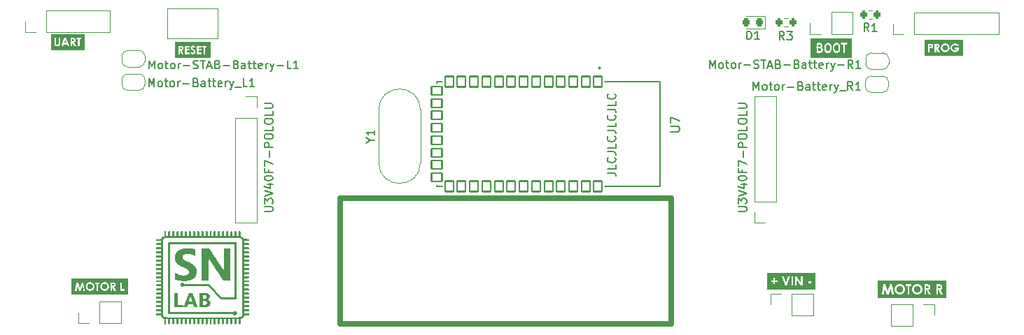
<source format=gto>
G04 #@! TF.GenerationSoftware,KiCad,Pcbnew,7.0.1*
G04 #@! TF.CreationDate,2023-11-28T21:34:11+01:00*
G04 #@! TF.ProjectId,Gruzik2.0,4772757a-696b-4322-9e30-2e6b69636164,rev?*
G04 #@! TF.SameCoordinates,Original*
G04 #@! TF.FileFunction,Legend,Top*
G04 #@! TF.FilePolarity,Positive*
%FSLAX46Y46*%
G04 Gerber Fmt 4.6, Leading zero omitted, Abs format (unit mm)*
G04 Created by KiCad (PCBNEW 7.0.1) date 2023-11-28 21:34:11*
%MOMM*%
%LPD*%
G01*
G04 APERTURE LIST*
G04 Aperture macros list*
%AMRoundRect*
0 Rectangle with rounded corners*
0 $1 Rounding radius*
0 $2 $3 $4 $5 $6 $7 $8 $9 X,Y pos of 4 corners*
0 Add a 4 corners polygon primitive as box body*
4,1,4,$2,$3,$4,$5,$6,$7,$8,$9,$2,$3,0*
0 Add four circle primitives for the rounded corners*
1,1,$1+$1,$2,$3*
1,1,$1+$1,$4,$5*
1,1,$1+$1,$6,$7*
1,1,$1+$1,$8,$9*
0 Add four rect primitives between the rounded corners*
20,1,$1+$1,$2,$3,$4,$5,0*
20,1,$1+$1,$4,$5,$6,$7,0*
20,1,$1+$1,$6,$7,$8,$9,0*
20,1,$1+$1,$8,$9,$2,$3,0*%
%AMFreePoly0*
4,1,19,0.500000,-0.750000,0.000000,-0.750000,0.000000,-0.744911,-0.071157,-0.744911,-0.207708,-0.704816,-0.327430,-0.627875,-0.420627,-0.520320,-0.479746,-0.390866,-0.500000,-0.250000,-0.500000,0.250000,-0.479746,0.390866,-0.420627,0.520320,-0.327430,0.627875,-0.207708,0.704816,-0.071157,0.744911,0.000000,0.744911,0.000000,0.750000,0.500000,0.750000,0.500000,-0.750000,0.500000,-0.750000,
$1*%
%AMFreePoly1*
4,1,19,0.000000,0.744911,0.071157,0.744911,0.207708,0.704816,0.327430,0.627875,0.420627,0.520320,0.479746,0.390866,0.500000,0.250000,0.500000,-0.250000,0.479746,-0.390866,0.420627,-0.520320,0.327430,-0.627875,0.207708,-0.704816,0.071157,-0.744911,0.000000,-0.744911,0.000000,-0.750000,-0.500000,-0.750000,-0.500000,0.750000,0.000000,0.750000,0.000000,0.744911,0.000000,0.744911,
$1*%
G04 Aperture macros list end*
%ADD10C,0.700000*%
%ADD11C,0.200000*%
%ADD12C,0.120000*%
%ADD13C,0.127000*%
%ADD14C,1.500000*%
%ADD15C,2.100000*%
%ADD16R,1.700000X1.700000*%
%ADD17O,1.700000X1.700000*%
%ADD18FreePoly0,180.000000*%
%ADD19FreePoly1,180.000000*%
%ADD20FreePoly0,0.000000*%
%ADD21FreePoly1,0.000000*%
%ADD22RoundRect,0.200000X-0.200000X-0.275000X0.200000X-0.275000X0.200000X0.275000X-0.200000X0.275000X0*%
%ADD23RoundRect,0.102000X-0.500000X0.650000X-0.500000X-0.650000X0.500000X-0.650000X0.500000X0.650000X0*%
%ADD24RoundRect,0.102000X-0.650000X-0.500000X0.650000X-0.500000X0.650000X0.500000X-0.650000X0.500000X0*%
%ADD25RoundRect,0.102000X0.500000X-0.650000X0.500000X0.650000X-0.500000X0.650000X-0.500000X-0.650000X0*%
%ADD26R,1.500000X1.500000*%
%ADD27RoundRect,0.218750X0.218750X0.256250X-0.218750X0.256250X-0.218750X-0.256250X0.218750X-0.256250X0*%
G04 APERTURE END LIST*
D10*
X80264000Y-156870400D02*
X120294400Y-156870400D01*
X120294400Y-172110400D01*
X80264000Y-172110400D01*
X80264000Y-156870400D01*
D11*
X112568019Y-153755790D02*
X113282304Y-153755790D01*
X113282304Y-153755790D02*
X113425161Y-153803409D01*
X113425161Y-153803409D02*
X113520400Y-153898647D01*
X113520400Y-153898647D02*
X113568019Y-154041504D01*
X113568019Y-154041504D02*
X113568019Y-154136742D01*
X113568019Y-152803409D02*
X113568019Y-153279599D01*
X113568019Y-153279599D02*
X112568019Y-153279599D01*
X113472780Y-151898647D02*
X113520400Y-151946266D01*
X113520400Y-151946266D02*
X113568019Y-152089123D01*
X113568019Y-152089123D02*
X113568019Y-152184361D01*
X113568019Y-152184361D02*
X113520400Y-152327218D01*
X113520400Y-152327218D02*
X113425161Y-152422456D01*
X113425161Y-152422456D02*
X113329923Y-152470075D01*
X113329923Y-152470075D02*
X113139447Y-152517694D01*
X113139447Y-152517694D02*
X112996590Y-152517694D01*
X112996590Y-152517694D02*
X112806114Y-152470075D01*
X112806114Y-152470075D02*
X112710876Y-152422456D01*
X112710876Y-152422456D02*
X112615638Y-152327218D01*
X112615638Y-152327218D02*
X112568019Y-152184361D01*
X112568019Y-152184361D02*
X112568019Y-152089123D01*
X112568019Y-152089123D02*
X112615638Y-151946266D01*
X112615638Y-151946266D02*
X112663257Y-151898647D01*
X112568019Y-151184361D02*
X113282304Y-151184361D01*
X113282304Y-151184361D02*
X113425161Y-151231980D01*
X113425161Y-151231980D02*
X113520400Y-151327218D01*
X113520400Y-151327218D02*
X113568019Y-151470075D01*
X113568019Y-151470075D02*
X113568019Y-151565313D01*
X113568019Y-150231980D02*
X113568019Y-150708170D01*
X113568019Y-150708170D02*
X112568019Y-150708170D01*
X113472780Y-149327218D02*
X113520400Y-149374837D01*
X113520400Y-149374837D02*
X113568019Y-149517694D01*
X113568019Y-149517694D02*
X113568019Y-149612932D01*
X113568019Y-149612932D02*
X113520400Y-149755789D01*
X113520400Y-149755789D02*
X113425161Y-149851027D01*
X113425161Y-149851027D02*
X113329923Y-149898646D01*
X113329923Y-149898646D02*
X113139447Y-149946265D01*
X113139447Y-149946265D02*
X112996590Y-149946265D01*
X112996590Y-149946265D02*
X112806114Y-149898646D01*
X112806114Y-149898646D02*
X112710876Y-149851027D01*
X112710876Y-149851027D02*
X112615638Y-149755789D01*
X112615638Y-149755789D02*
X112568019Y-149612932D01*
X112568019Y-149612932D02*
X112568019Y-149517694D01*
X112568019Y-149517694D02*
X112615638Y-149374837D01*
X112615638Y-149374837D02*
X112663257Y-149327218D01*
X112568019Y-148612932D02*
X113282304Y-148612932D01*
X113282304Y-148612932D02*
X113425161Y-148660551D01*
X113425161Y-148660551D02*
X113520400Y-148755789D01*
X113520400Y-148755789D02*
X113568019Y-148898646D01*
X113568019Y-148898646D02*
X113568019Y-148993884D01*
X113568019Y-147660551D02*
X113568019Y-148136741D01*
X113568019Y-148136741D02*
X112568019Y-148136741D01*
X113472780Y-146755789D02*
X113520400Y-146803408D01*
X113520400Y-146803408D02*
X113568019Y-146946265D01*
X113568019Y-146946265D02*
X113568019Y-147041503D01*
X113568019Y-147041503D02*
X113520400Y-147184360D01*
X113520400Y-147184360D02*
X113425161Y-147279598D01*
X113425161Y-147279598D02*
X113329923Y-147327217D01*
X113329923Y-147327217D02*
X113139447Y-147374836D01*
X113139447Y-147374836D02*
X112996590Y-147374836D01*
X112996590Y-147374836D02*
X112806114Y-147327217D01*
X112806114Y-147327217D02*
X112710876Y-147279598D01*
X112710876Y-147279598D02*
X112615638Y-147184360D01*
X112615638Y-147184360D02*
X112568019Y-147041503D01*
X112568019Y-147041503D02*
X112568019Y-146946265D01*
X112568019Y-146946265D02*
X112615638Y-146803408D01*
X112615638Y-146803408D02*
X112663257Y-146755789D01*
X112568019Y-146041503D02*
X113282304Y-146041503D01*
X113282304Y-146041503D02*
X113425161Y-146089122D01*
X113425161Y-146089122D02*
X113520400Y-146184360D01*
X113520400Y-146184360D02*
X113568019Y-146327217D01*
X113568019Y-146327217D02*
X113568019Y-146422455D01*
X113568019Y-145089122D02*
X113568019Y-145565312D01*
X113568019Y-145565312D02*
X112568019Y-145565312D01*
X113472780Y-144184360D02*
X113520400Y-144231979D01*
X113520400Y-144231979D02*
X113568019Y-144374836D01*
X113568019Y-144374836D02*
X113568019Y-144470074D01*
X113568019Y-144470074D02*
X113520400Y-144612931D01*
X113520400Y-144612931D02*
X113425161Y-144708169D01*
X113425161Y-144708169D02*
X113329923Y-144755788D01*
X113329923Y-144755788D02*
X113139447Y-144803407D01*
X113139447Y-144803407D02*
X112996590Y-144803407D01*
X112996590Y-144803407D02*
X112806114Y-144755788D01*
X112806114Y-144755788D02*
X112710876Y-144708169D01*
X112710876Y-144708169D02*
X112615638Y-144612931D01*
X112615638Y-144612931D02*
X112568019Y-144470074D01*
X112568019Y-144470074D02*
X112568019Y-144374836D01*
X112568019Y-144374836D02*
X112615638Y-144231979D01*
X112615638Y-144231979D02*
X112663257Y-144184360D01*
X83888228Y-149787390D02*
X84364419Y-149787390D01*
X83364419Y-150120723D02*
X83888228Y-149787390D01*
X83888228Y-149787390D02*
X83364419Y-149454057D01*
X84364419Y-148596914D02*
X84364419Y-149168342D01*
X84364419Y-148882628D02*
X83364419Y-148882628D01*
X83364419Y-148882628D02*
X83507276Y-148977866D01*
X83507276Y-148977866D02*
X83602514Y-149073104D01*
X83602514Y-149073104D02*
X83650133Y-149168342D01*
G36*
X140423297Y-138225623D02*
G01*
X140487474Y-138289800D01*
X140525390Y-138441463D01*
X140525390Y-138750173D01*
X140487473Y-138901837D01*
X140423297Y-138966014D01*
X140363689Y-138995819D01*
X140220425Y-138995819D01*
X140160818Y-138966015D01*
X140096639Y-138901835D01*
X140058724Y-138750174D01*
X140058724Y-138441464D01*
X140096640Y-138289800D01*
X140160817Y-138225623D01*
X140220425Y-138195819D01*
X140363689Y-138195819D01*
X140423297Y-138225623D01*
G37*
G36*
X139375678Y-138225623D02*
G01*
X139439855Y-138289800D01*
X139477771Y-138441463D01*
X139477771Y-138750173D01*
X139439854Y-138901837D01*
X139375678Y-138966014D01*
X139316070Y-138995819D01*
X139172806Y-138995819D01*
X139113199Y-138966015D01*
X139049020Y-138901835D01*
X139011105Y-138750174D01*
X139011105Y-138441464D01*
X139049021Y-138289800D01*
X139113198Y-138225623D01*
X139172806Y-138195819D01*
X139316070Y-138195819D01*
X139375678Y-138225623D01*
G37*
G36*
X138380896Y-138707031D02*
G01*
X138400348Y-138726483D01*
X138430152Y-138786091D01*
X138430152Y-138881736D01*
X138400348Y-138941343D01*
X138375677Y-138966014D01*
X138316070Y-138995819D01*
X138058724Y-138995819D01*
X138058724Y-138672009D01*
X138275829Y-138672009D01*
X138380896Y-138707031D01*
G37*
G36*
X138328059Y-138225623D02*
G01*
X138352729Y-138250293D01*
X138382533Y-138309901D01*
X138382533Y-138357927D01*
X138352729Y-138417535D01*
X138328059Y-138442204D01*
X138270165Y-138471151D01*
X138266327Y-138471013D01*
X138264647Y-138472009D01*
X138058724Y-138472009D01*
X138058724Y-138195819D01*
X138268451Y-138195819D01*
X138328059Y-138225623D01*
G37*
G36*
X142170629Y-139826057D02*
G01*
X137127772Y-139826057D01*
X137127772Y-139110651D01*
X137855563Y-139110651D01*
X137864789Y-139130854D01*
X137871047Y-139152166D01*
X137876797Y-139157148D01*
X137879958Y-139164070D01*
X137898643Y-139176078D01*
X137915429Y-139190623D01*
X137922960Y-139191705D01*
X137929361Y-139195819D01*
X137951570Y-139195819D01*
X137973556Y-139198980D01*
X137980478Y-139195819D01*
X138334291Y-139195819D01*
X138358134Y-139198393D01*
X138376410Y-139189254D01*
X138396023Y-139183496D01*
X138402211Y-139176354D01*
X138468419Y-139143250D01*
X138484863Y-139139673D01*
X138504348Y-139120187D01*
X138524522Y-139101422D01*
X138525006Y-139099528D01*
X138544379Y-139080155D01*
X138558844Y-139071564D01*
X138571161Y-139046929D01*
X138584373Y-139022733D01*
X138584233Y-139020785D01*
X138617186Y-138954880D01*
X138630152Y-138934705D01*
X138630152Y-138914270D01*
X138633772Y-138894154D01*
X138630152Y-138885426D01*
X138630152Y-138767869D01*
X138631190Y-138758252D01*
X138806969Y-138758252D01*
X138811105Y-138774796D01*
X138811105Y-138776864D01*
X138814584Y-138788714D01*
X138861332Y-138975706D01*
X138867250Y-139002908D01*
X138878954Y-139014612D01*
X138887331Y-139028890D01*
X138899293Y-139034951D01*
X138974385Y-139110044D01*
X138982978Y-139124511D01*
X139007606Y-139136825D01*
X139031808Y-139150041D01*
X139033758Y-139149901D01*
X139099661Y-139182853D01*
X139119837Y-139195819D01*
X139140272Y-139195819D01*
X139160388Y-139199439D01*
X139169116Y-139195819D01*
X139334291Y-139195819D01*
X139358134Y-139198393D01*
X139376410Y-139189254D01*
X139396023Y-139183496D01*
X139402211Y-139176354D01*
X139468419Y-139143250D01*
X139484862Y-139139673D01*
X139504338Y-139120196D01*
X139524522Y-139101422D01*
X139525006Y-139099528D01*
X139599751Y-139024782D01*
X139620045Y-139005701D01*
X139624059Y-138989643D01*
X139631993Y-138975114D01*
X139631036Y-138961736D01*
X139670794Y-138802704D01*
X139677771Y-138791848D01*
X139677771Y-138774797D01*
X139678273Y-138772789D01*
X139677771Y-138760443D01*
X139677771Y-138758252D01*
X139854588Y-138758252D01*
X139858724Y-138774796D01*
X139858724Y-138776864D01*
X139862203Y-138788714D01*
X139908951Y-138975706D01*
X139914869Y-139002908D01*
X139926573Y-139014612D01*
X139934950Y-139028890D01*
X139946912Y-139034951D01*
X140022004Y-139110044D01*
X140030597Y-139124511D01*
X140055225Y-139136825D01*
X140079427Y-139150041D01*
X140081377Y-139149901D01*
X140147280Y-139182853D01*
X140167456Y-139195819D01*
X140187891Y-139195819D01*
X140208007Y-139199439D01*
X140216735Y-139195819D01*
X140381910Y-139195819D01*
X140405753Y-139198393D01*
X140424029Y-139189254D01*
X140443642Y-139183496D01*
X140449830Y-139176354D01*
X140516038Y-139143250D01*
X140532481Y-139139673D01*
X140551957Y-139120196D01*
X140572141Y-139101422D01*
X140572625Y-139099528D01*
X140647370Y-139024782D01*
X140667664Y-139005701D01*
X140671678Y-138989643D01*
X140679612Y-138975114D01*
X140678655Y-138961736D01*
X140718413Y-138802704D01*
X140725390Y-138791848D01*
X140725390Y-138774797D01*
X140725892Y-138772789D01*
X140725390Y-138760443D01*
X140725390Y-138445611D01*
X140729526Y-138433385D01*
X140725390Y-138416841D01*
X140725390Y-138414773D01*
X140721910Y-138402922D01*
X140675163Y-138215936D01*
X140669245Y-138188728D01*
X140657539Y-138177022D01*
X140649164Y-138162747D01*
X140637202Y-138156685D01*
X140591167Y-138110651D01*
X140807944Y-138110651D01*
X140832339Y-138164070D01*
X140881742Y-138195819D01*
X141096819Y-138195819D01*
X141096819Y-139110198D01*
X141109142Y-139152166D01*
X141153524Y-139190623D01*
X141211651Y-139198980D01*
X141265070Y-139174585D01*
X141296819Y-139125182D01*
X141296819Y-138195819D01*
X141496912Y-138195819D01*
X141538880Y-138183496D01*
X141577337Y-138139114D01*
X141585694Y-138080987D01*
X141561299Y-138027568D01*
X141511896Y-137995819D01*
X141203973Y-137995819D01*
X141181987Y-137992658D01*
X141175065Y-137995819D01*
X140896726Y-137995819D01*
X140854758Y-138008142D01*
X140816301Y-138052524D01*
X140807944Y-138110651D01*
X140591167Y-138110651D01*
X140562108Y-138081592D01*
X140553517Y-138067127D01*
X140528882Y-138054809D01*
X140504687Y-138041598D01*
X140502737Y-138041737D01*
X140436836Y-138008786D01*
X140416658Y-137995819D01*
X140396222Y-137995819D01*
X140376107Y-137992199D01*
X140367379Y-137995819D01*
X140202203Y-137995819D01*
X140178360Y-137993245D01*
X140160082Y-138002383D01*
X140140472Y-138008142D01*
X140134284Y-138015283D01*
X140068077Y-138048386D01*
X140051633Y-138051964D01*
X140032146Y-138071450D01*
X140011972Y-138090216D01*
X140011487Y-138092109D01*
X139936735Y-138166862D01*
X139916450Y-138185936D01*
X139912435Y-138201995D01*
X139904503Y-138216522D01*
X139905459Y-138229897D01*
X139865700Y-138388932D01*
X139858724Y-138399789D01*
X139858724Y-138416840D01*
X139858222Y-138418848D01*
X139858724Y-138431194D01*
X139858724Y-138746026D01*
X139854588Y-138758252D01*
X139677771Y-138758252D01*
X139677771Y-138445611D01*
X139681907Y-138433385D01*
X139677771Y-138416841D01*
X139677771Y-138414773D01*
X139674291Y-138402922D01*
X139627544Y-138215936D01*
X139621626Y-138188728D01*
X139609920Y-138177022D01*
X139601545Y-138162747D01*
X139589583Y-138156685D01*
X139514489Y-138081592D01*
X139505898Y-138067127D01*
X139481263Y-138054809D01*
X139457068Y-138041598D01*
X139455118Y-138041737D01*
X139389217Y-138008786D01*
X139369039Y-137995819D01*
X139348603Y-137995819D01*
X139328488Y-137992199D01*
X139319760Y-137995819D01*
X139154584Y-137995819D01*
X139130741Y-137993245D01*
X139112463Y-138002383D01*
X139092853Y-138008142D01*
X139086665Y-138015283D01*
X139020458Y-138048386D01*
X139004014Y-138051964D01*
X138984527Y-138071450D01*
X138964353Y-138090216D01*
X138963868Y-138092109D01*
X138889116Y-138166862D01*
X138868831Y-138185936D01*
X138864816Y-138201995D01*
X138856884Y-138216522D01*
X138857840Y-138229897D01*
X138818081Y-138388932D01*
X138811105Y-138399789D01*
X138811105Y-138416840D01*
X138810603Y-138418848D01*
X138811105Y-138431194D01*
X138811105Y-138746026D01*
X138806969Y-138758252D01*
X138631190Y-138758252D01*
X138632726Y-138744026D01*
X138623587Y-138725748D01*
X138617829Y-138706138D01*
X138610687Y-138699950D01*
X138577582Y-138633739D01*
X138574006Y-138617299D01*
X138554531Y-138597824D01*
X138535755Y-138577638D01*
X138533860Y-138577153D01*
X138509430Y-138552723D01*
X138507304Y-138550083D01*
X138511225Y-138547755D01*
X138523543Y-138523118D01*
X138536754Y-138498925D01*
X138536614Y-138496976D01*
X138569567Y-138431071D01*
X138582533Y-138410896D01*
X138582533Y-138390461D01*
X138586153Y-138370345D01*
X138582533Y-138361617D01*
X138582533Y-138291679D01*
X138585107Y-138267836D01*
X138575968Y-138249558D01*
X138570210Y-138229948D01*
X138563068Y-138223760D01*
X138529963Y-138157549D01*
X138526387Y-138141109D01*
X138506912Y-138121634D01*
X138488136Y-138101448D01*
X138486241Y-138100963D01*
X138466871Y-138081593D01*
X138458279Y-138067127D01*
X138433644Y-138054809D01*
X138409449Y-138041598D01*
X138407499Y-138041737D01*
X138341598Y-138008786D01*
X138321420Y-137995819D01*
X138300984Y-137995819D01*
X138280869Y-137992199D01*
X138272141Y-137995819D01*
X137965878Y-137995819D01*
X137943892Y-137992658D01*
X137923688Y-138001884D01*
X137902377Y-138008142D01*
X137897394Y-138013892D01*
X137890473Y-138017053D01*
X137878464Y-138035738D01*
X137863920Y-138052524D01*
X137862837Y-138060055D01*
X137858724Y-138066456D01*
X137858724Y-138088665D01*
X137855563Y-138110651D01*
X137858724Y-138117573D01*
X137858724Y-138564855D01*
X137855563Y-138586841D01*
X137858724Y-138593763D01*
X137858724Y-139088665D01*
X137855563Y-139110651D01*
X137127772Y-139110651D01*
X137127772Y-137440343D01*
X142170629Y-137440343D01*
X142170629Y-139826057D01*
G37*
X124965961Y-141077019D02*
X124965961Y-140077019D01*
X124965961Y-140077019D02*
X125299294Y-140791304D01*
X125299294Y-140791304D02*
X125632627Y-140077019D01*
X125632627Y-140077019D02*
X125632627Y-141077019D01*
X126251675Y-141077019D02*
X126156437Y-141029400D01*
X126156437Y-141029400D02*
X126108818Y-140981780D01*
X126108818Y-140981780D02*
X126061199Y-140886542D01*
X126061199Y-140886542D02*
X126061199Y-140600828D01*
X126061199Y-140600828D02*
X126108818Y-140505590D01*
X126108818Y-140505590D02*
X126156437Y-140457971D01*
X126156437Y-140457971D02*
X126251675Y-140410352D01*
X126251675Y-140410352D02*
X126394532Y-140410352D01*
X126394532Y-140410352D02*
X126489770Y-140457971D01*
X126489770Y-140457971D02*
X126537389Y-140505590D01*
X126537389Y-140505590D02*
X126585008Y-140600828D01*
X126585008Y-140600828D02*
X126585008Y-140886542D01*
X126585008Y-140886542D02*
X126537389Y-140981780D01*
X126537389Y-140981780D02*
X126489770Y-141029400D01*
X126489770Y-141029400D02*
X126394532Y-141077019D01*
X126394532Y-141077019D02*
X126251675Y-141077019D01*
X126870723Y-140410352D02*
X127251675Y-140410352D01*
X127013580Y-140077019D02*
X127013580Y-140934161D01*
X127013580Y-140934161D02*
X127061199Y-141029400D01*
X127061199Y-141029400D02*
X127156437Y-141077019D01*
X127156437Y-141077019D02*
X127251675Y-141077019D01*
X127727866Y-141077019D02*
X127632628Y-141029400D01*
X127632628Y-141029400D02*
X127585009Y-140981780D01*
X127585009Y-140981780D02*
X127537390Y-140886542D01*
X127537390Y-140886542D02*
X127537390Y-140600828D01*
X127537390Y-140600828D02*
X127585009Y-140505590D01*
X127585009Y-140505590D02*
X127632628Y-140457971D01*
X127632628Y-140457971D02*
X127727866Y-140410352D01*
X127727866Y-140410352D02*
X127870723Y-140410352D01*
X127870723Y-140410352D02*
X127965961Y-140457971D01*
X127965961Y-140457971D02*
X128013580Y-140505590D01*
X128013580Y-140505590D02*
X128061199Y-140600828D01*
X128061199Y-140600828D02*
X128061199Y-140886542D01*
X128061199Y-140886542D02*
X128013580Y-140981780D01*
X128013580Y-140981780D02*
X127965961Y-141029400D01*
X127965961Y-141029400D02*
X127870723Y-141077019D01*
X127870723Y-141077019D02*
X127727866Y-141077019D01*
X128489771Y-141077019D02*
X128489771Y-140410352D01*
X128489771Y-140600828D02*
X128537390Y-140505590D01*
X128537390Y-140505590D02*
X128585009Y-140457971D01*
X128585009Y-140457971D02*
X128680247Y-140410352D01*
X128680247Y-140410352D02*
X128775485Y-140410352D01*
X129108819Y-140696066D02*
X129870724Y-140696066D01*
X130299295Y-141029400D02*
X130442152Y-141077019D01*
X130442152Y-141077019D02*
X130680247Y-141077019D01*
X130680247Y-141077019D02*
X130775485Y-141029400D01*
X130775485Y-141029400D02*
X130823104Y-140981780D01*
X130823104Y-140981780D02*
X130870723Y-140886542D01*
X130870723Y-140886542D02*
X130870723Y-140791304D01*
X130870723Y-140791304D02*
X130823104Y-140696066D01*
X130823104Y-140696066D02*
X130775485Y-140648447D01*
X130775485Y-140648447D02*
X130680247Y-140600828D01*
X130680247Y-140600828D02*
X130489771Y-140553209D01*
X130489771Y-140553209D02*
X130394533Y-140505590D01*
X130394533Y-140505590D02*
X130346914Y-140457971D01*
X130346914Y-140457971D02*
X130299295Y-140362733D01*
X130299295Y-140362733D02*
X130299295Y-140267495D01*
X130299295Y-140267495D02*
X130346914Y-140172257D01*
X130346914Y-140172257D02*
X130394533Y-140124638D01*
X130394533Y-140124638D02*
X130489771Y-140077019D01*
X130489771Y-140077019D02*
X130727866Y-140077019D01*
X130727866Y-140077019D02*
X130870723Y-140124638D01*
X131156438Y-140077019D02*
X131727866Y-140077019D01*
X131442152Y-141077019D02*
X131442152Y-140077019D01*
X132013581Y-140791304D02*
X132489771Y-140791304D01*
X131918343Y-141077019D02*
X132251676Y-140077019D01*
X132251676Y-140077019D02*
X132585009Y-141077019D01*
X133251676Y-140553209D02*
X133394533Y-140600828D01*
X133394533Y-140600828D02*
X133442152Y-140648447D01*
X133442152Y-140648447D02*
X133489771Y-140743685D01*
X133489771Y-140743685D02*
X133489771Y-140886542D01*
X133489771Y-140886542D02*
X133442152Y-140981780D01*
X133442152Y-140981780D02*
X133394533Y-141029400D01*
X133394533Y-141029400D02*
X133299295Y-141077019D01*
X133299295Y-141077019D02*
X132918343Y-141077019D01*
X132918343Y-141077019D02*
X132918343Y-140077019D01*
X132918343Y-140077019D02*
X133251676Y-140077019D01*
X133251676Y-140077019D02*
X133346914Y-140124638D01*
X133346914Y-140124638D02*
X133394533Y-140172257D01*
X133394533Y-140172257D02*
X133442152Y-140267495D01*
X133442152Y-140267495D02*
X133442152Y-140362733D01*
X133442152Y-140362733D02*
X133394533Y-140457971D01*
X133394533Y-140457971D02*
X133346914Y-140505590D01*
X133346914Y-140505590D02*
X133251676Y-140553209D01*
X133251676Y-140553209D02*
X132918343Y-140553209D01*
X133918343Y-140696066D02*
X134680248Y-140696066D01*
X135489771Y-140553209D02*
X135632628Y-140600828D01*
X135632628Y-140600828D02*
X135680247Y-140648447D01*
X135680247Y-140648447D02*
X135727866Y-140743685D01*
X135727866Y-140743685D02*
X135727866Y-140886542D01*
X135727866Y-140886542D02*
X135680247Y-140981780D01*
X135680247Y-140981780D02*
X135632628Y-141029400D01*
X135632628Y-141029400D02*
X135537390Y-141077019D01*
X135537390Y-141077019D02*
X135156438Y-141077019D01*
X135156438Y-141077019D02*
X135156438Y-140077019D01*
X135156438Y-140077019D02*
X135489771Y-140077019D01*
X135489771Y-140077019D02*
X135585009Y-140124638D01*
X135585009Y-140124638D02*
X135632628Y-140172257D01*
X135632628Y-140172257D02*
X135680247Y-140267495D01*
X135680247Y-140267495D02*
X135680247Y-140362733D01*
X135680247Y-140362733D02*
X135632628Y-140457971D01*
X135632628Y-140457971D02*
X135585009Y-140505590D01*
X135585009Y-140505590D02*
X135489771Y-140553209D01*
X135489771Y-140553209D02*
X135156438Y-140553209D01*
X136585009Y-141077019D02*
X136585009Y-140553209D01*
X136585009Y-140553209D02*
X136537390Y-140457971D01*
X136537390Y-140457971D02*
X136442152Y-140410352D01*
X136442152Y-140410352D02*
X136251676Y-140410352D01*
X136251676Y-140410352D02*
X136156438Y-140457971D01*
X136585009Y-141029400D02*
X136489771Y-141077019D01*
X136489771Y-141077019D02*
X136251676Y-141077019D01*
X136251676Y-141077019D02*
X136156438Y-141029400D01*
X136156438Y-141029400D02*
X136108819Y-140934161D01*
X136108819Y-140934161D02*
X136108819Y-140838923D01*
X136108819Y-140838923D02*
X136156438Y-140743685D01*
X136156438Y-140743685D02*
X136251676Y-140696066D01*
X136251676Y-140696066D02*
X136489771Y-140696066D01*
X136489771Y-140696066D02*
X136585009Y-140648447D01*
X136918343Y-140410352D02*
X137299295Y-140410352D01*
X137061200Y-140077019D02*
X137061200Y-140934161D01*
X137061200Y-140934161D02*
X137108819Y-141029400D01*
X137108819Y-141029400D02*
X137204057Y-141077019D01*
X137204057Y-141077019D02*
X137299295Y-141077019D01*
X137489772Y-140410352D02*
X137870724Y-140410352D01*
X137632629Y-140077019D02*
X137632629Y-140934161D01*
X137632629Y-140934161D02*
X137680248Y-141029400D01*
X137680248Y-141029400D02*
X137775486Y-141077019D01*
X137775486Y-141077019D02*
X137870724Y-141077019D01*
X138585010Y-141029400D02*
X138489772Y-141077019D01*
X138489772Y-141077019D02*
X138299296Y-141077019D01*
X138299296Y-141077019D02*
X138204058Y-141029400D01*
X138204058Y-141029400D02*
X138156439Y-140934161D01*
X138156439Y-140934161D02*
X138156439Y-140553209D01*
X138156439Y-140553209D02*
X138204058Y-140457971D01*
X138204058Y-140457971D02*
X138299296Y-140410352D01*
X138299296Y-140410352D02*
X138489772Y-140410352D01*
X138489772Y-140410352D02*
X138585010Y-140457971D01*
X138585010Y-140457971D02*
X138632629Y-140553209D01*
X138632629Y-140553209D02*
X138632629Y-140648447D01*
X138632629Y-140648447D02*
X138156439Y-140743685D01*
X139061201Y-141077019D02*
X139061201Y-140410352D01*
X139061201Y-140600828D02*
X139108820Y-140505590D01*
X139108820Y-140505590D02*
X139156439Y-140457971D01*
X139156439Y-140457971D02*
X139251677Y-140410352D01*
X139251677Y-140410352D02*
X139346915Y-140410352D01*
X139585011Y-140410352D02*
X139823106Y-141077019D01*
X140061201Y-140410352D02*
X139823106Y-141077019D01*
X139823106Y-141077019D02*
X139727868Y-141315114D01*
X139727868Y-141315114D02*
X139680249Y-141362733D01*
X139680249Y-141362733D02*
X139585011Y-141410352D01*
X140442154Y-140696066D02*
X141204059Y-140696066D01*
X142251677Y-141077019D02*
X141918344Y-140600828D01*
X141680249Y-141077019D02*
X141680249Y-140077019D01*
X141680249Y-140077019D02*
X142061201Y-140077019D01*
X142061201Y-140077019D02*
X142156439Y-140124638D01*
X142156439Y-140124638D02*
X142204058Y-140172257D01*
X142204058Y-140172257D02*
X142251677Y-140267495D01*
X142251677Y-140267495D02*
X142251677Y-140410352D01*
X142251677Y-140410352D02*
X142204058Y-140505590D01*
X142204058Y-140505590D02*
X142156439Y-140553209D01*
X142156439Y-140553209D02*
X142061201Y-140600828D01*
X142061201Y-140600828D02*
X141680249Y-140600828D01*
X143204058Y-141077019D02*
X142632630Y-141077019D01*
X142918344Y-141077019D02*
X142918344Y-140077019D01*
X142918344Y-140077019D02*
X142823106Y-140219876D01*
X142823106Y-140219876D02*
X142727868Y-140315114D01*
X142727868Y-140315114D02*
X142632630Y-140362733D01*
X130229618Y-143718619D02*
X130229618Y-142718619D01*
X130229618Y-142718619D02*
X130562951Y-143432904D01*
X130562951Y-143432904D02*
X130896284Y-142718619D01*
X130896284Y-142718619D02*
X130896284Y-143718619D01*
X131515332Y-143718619D02*
X131420094Y-143671000D01*
X131420094Y-143671000D02*
X131372475Y-143623380D01*
X131372475Y-143623380D02*
X131324856Y-143528142D01*
X131324856Y-143528142D02*
X131324856Y-143242428D01*
X131324856Y-143242428D02*
X131372475Y-143147190D01*
X131372475Y-143147190D02*
X131420094Y-143099571D01*
X131420094Y-143099571D02*
X131515332Y-143051952D01*
X131515332Y-143051952D02*
X131658189Y-143051952D01*
X131658189Y-143051952D02*
X131753427Y-143099571D01*
X131753427Y-143099571D02*
X131801046Y-143147190D01*
X131801046Y-143147190D02*
X131848665Y-143242428D01*
X131848665Y-143242428D02*
X131848665Y-143528142D01*
X131848665Y-143528142D02*
X131801046Y-143623380D01*
X131801046Y-143623380D02*
X131753427Y-143671000D01*
X131753427Y-143671000D02*
X131658189Y-143718619D01*
X131658189Y-143718619D02*
X131515332Y-143718619D01*
X132134380Y-143051952D02*
X132515332Y-143051952D01*
X132277237Y-142718619D02*
X132277237Y-143575761D01*
X132277237Y-143575761D02*
X132324856Y-143671000D01*
X132324856Y-143671000D02*
X132420094Y-143718619D01*
X132420094Y-143718619D02*
X132515332Y-143718619D01*
X132991523Y-143718619D02*
X132896285Y-143671000D01*
X132896285Y-143671000D02*
X132848666Y-143623380D01*
X132848666Y-143623380D02*
X132801047Y-143528142D01*
X132801047Y-143528142D02*
X132801047Y-143242428D01*
X132801047Y-143242428D02*
X132848666Y-143147190D01*
X132848666Y-143147190D02*
X132896285Y-143099571D01*
X132896285Y-143099571D02*
X132991523Y-143051952D01*
X132991523Y-143051952D02*
X133134380Y-143051952D01*
X133134380Y-143051952D02*
X133229618Y-143099571D01*
X133229618Y-143099571D02*
X133277237Y-143147190D01*
X133277237Y-143147190D02*
X133324856Y-143242428D01*
X133324856Y-143242428D02*
X133324856Y-143528142D01*
X133324856Y-143528142D02*
X133277237Y-143623380D01*
X133277237Y-143623380D02*
X133229618Y-143671000D01*
X133229618Y-143671000D02*
X133134380Y-143718619D01*
X133134380Y-143718619D02*
X132991523Y-143718619D01*
X133753428Y-143718619D02*
X133753428Y-143051952D01*
X133753428Y-143242428D02*
X133801047Y-143147190D01*
X133801047Y-143147190D02*
X133848666Y-143099571D01*
X133848666Y-143099571D02*
X133943904Y-143051952D01*
X133943904Y-143051952D02*
X134039142Y-143051952D01*
X134372476Y-143337666D02*
X135134381Y-143337666D01*
X135943904Y-143194809D02*
X136086761Y-143242428D01*
X136086761Y-143242428D02*
X136134380Y-143290047D01*
X136134380Y-143290047D02*
X136181999Y-143385285D01*
X136181999Y-143385285D02*
X136181999Y-143528142D01*
X136181999Y-143528142D02*
X136134380Y-143623380D01*
X136134380Y-143623380D02*
X136086761Y-143671000D01*
X136086761Y-143671000D02*
X135991523Y-143718619D01*
X135991523Y-143718619D02*
X135610571Y-143718619D01*
X135610571Y-143718619D02*
X135610571Y-142718619D01*
X135610571Y-142718619D02*
X135943904Y-142718619D01*
X135943904Y-142718619D02*
X136039142Y-142766238D01*
X136039142Y-142766238D02*
X136086761Y-142813857D01*
X136086761Y-142813857D02*
X136134380Y-142909095D01*
X136134380Y-142909095D02*
X136134380Y-143004333D01*
X136134380Y-143004333D02*
X136086761Y-143099571D01*
X136086761Y-143099571D02*
X136039142Y-143147190D01*
X136039142Y-143147190D02*
X135943904Y-143194809D01*
X135943904Y-143194809D02*
X135610571Y-143194809D01*
X137039142Y-143718619D02*
X137039142Y-143194809D01*
X137039142Y-143194809D02*
X136991523Y-143099571D01*
X136991523Y-143099571D02*
X136896285Y-143051952D01*
X136896285Y-143051952D02*
X136705809Y-143051952D01*
X136705809Y-143051952D02*
X136610571Y-143099571D01*
X137039142Y-143671000D02*
X136943904Y-143718619D01*
X136943904Y-143718619D02*
X136705809Y-143718619D01*
X136705809Y-143718619D02*
X136610571Y-143671000D01*
X136610571Y-143671000D02*
X136562952Y-143575761D01*
X136562952Y-143575761D02*
X136562952Y-143480523D01*
X136562952Y-143480523D02*
X136610571Y-143385285D01*
X136610571Y-143385285D02*
X136705809Y-143337666D01*
X136705809Y-143337666D02*
X136943904Y-143337666D01*
X136943904Y-143337666D02*
X137039142Y-143290047D01*
X137372476Y-143051952D02*
X137753428Y-143051952D01*
X137515333Y-142718619D02*
X137515333Y-143575761D01*
X137515333Y-143575761D02*
X137562952Y-143671000D01*
X137562952Y-143671000D02*
X137658190Y-143718619D01*
X137658190Y-143718619D02*
X137753428Y-143718619D01*
X137943905Y-143051952D02*
X138324857Y-143051952D01*
X138086762Y-142718619D02*
X138086762Y-143575761D01*
X138086762Y-143575761D02*
X138134381Y-143671000D01*
X138134381Y-143671000D02*
X138229619Y-143718619D01*
X138229619Y-143718619D02*
X138324857Y-143718619D01*
X139039143Y-143671000D02*
X138943905Y-143718619D01*
X138943905Y-143718619D02*
X138753429Y-143718619D01*
X138753429Y-143718619D02*
X138658191Y-143671000D01*
X138658191Y-143671000D02*
X138610572Y-143575761D01*
X138610572Y-143575761D02*
X138610572Y-143194809D01*
X138610572Y-143194809D02*
X138658191Y-143099571D01*
X138658191Y-143099571D02*
X138753429Y-143051952D01*
X138753429Y-143051952D02*
X138943905Y-143051952D01*
X138943905Y-143051952D02*
X139039143Y-143099571D01*
X139039143Y-143099571D02*
X139086762Y-143194809D01*
X139086762Y-143194809D02*
X139086762Y-143290047D01*
X139086762Y-143290047D02*
X138610572Y-143385285D01*
X139515334Y-143718619D02*
X139515334Y-143051952D01*
X139515334Y-143242428D02*
X139562953Y-143147190D01*
X139562953Y-143147190D02*
X139610572Y-143099571D01*
X139610572Y-143099571D02*
X139705810Y-143051952D01*
X139705810Y-143051952D02*
X139801048Y-143051952D01*
X140039144Y-143051952D02*
X140277239Y-143718619D01*
X140515334Y-143051952D02*
X140277239Y-143718619D01*
X140277239Y-143718619D02*
X140182001Y-143956714D01*
X140182001Y-143956714D02*
X140134382Y-144004333D01*
X140134382Y-144004333D02*
X140039144Y-144051952D01*
X140658192Y-143813857D02*
X141420096Y-143813857D01*
X142229620Y-143718619D02*
X141896287Y-143242428D01*
X141658192Y-143718619D02*
X141658192Y-142718619D01*
X141658192Y-142718619D02*
X142039144Y-142718619D01*
X142039144Y-142718619D02*
X142134382Y-142766238D01*
X142134382Y-142766238D02*
X142182001Y-142813857D01*
X142182001Y-142813857D02*
X142229620Y-142909095D01*
X142229620Y-142909095D02*
X142229620Y-143051952D01*
X142229620Y-143051952D02*
X142182001Y-143147190D01*
X142182001Y-143147190D02*
X142134382Y-143194809D01*
X142134382Y-143194809D02*
X142039144Y-143242428D01*
X142039144Y-143242428D02*
X141658192Y-143242428D01*
X143182001Y-143718619D02*
X142610573Y-143718619D01*
X142896287Y-143718619D02*
X142896287Y-142718619D01*
X142896287Y-142718619D02*
X142801049Y-142861476D01*
X142801049Y-142861476D02*
X142705811Y-142956714D01*
X142705811Y-142956714D02*
X142610573Y-143004333D01*
X57141599Y-141127819D02*
X57141599Y-140127819D01*
X57141599Y-140127819D02*
X57474932Y-140842104D01*
X57474932Y-140842104D02*
X57808265Y-140127819D01*
X57808265Y-140127819D02*
X57808265Y-141127819D01*
X58427313Y-141127819D02*
X58332075Y-141080200D01*
X58332075Y-141080200D02*
X58284456Y-141032580D01*
X58284456Y-141032580D02*
X58236837Y-140937342D01*
X58236837Y-140937342D02*
X58236837Y-140651628D01*
X58236837Y-140651628D02*
X58284456Y-140556390D01*
X58284456Y-140556390D02*
X58332075Y-140508771D01*
X58332075Y-140508771D02*
X58427313Y-140461152D01*
X58427313Y-140461152D02*
X58570170Y-140461152D01*
X58570170Y-140461152D02*
X58665408Y-140508771D01*
X58665408Y-140508771D02*
X58713027Y-140556390D01*
X58713027Y-140556390D02*
X58760646Y-140651628D01*
X58760646Y-140651628D02*
X58760646Y-140937342D01*
X58760646Y-140937342D02*
X58713027Y-141032580D01*
X58713027Y-141032580D02*
X58665408Y-141080200D01*
X58665408Y-141080200D02*
X58570170Y-141127819D01*
X58570170Y-141127819D02*
X58427313Y-141127819D01*
X59046361Y-140461152D02*
X59427313Y-140461152D01*
X59189218Y-140127819D02*
X59189218Y-140984961D01*
X59189218Y-140984961D02*
X59236837Y-141080200D01*
X59236837Y-141080200D02*
X59332075Y-141127819D01*
X59332075Y-141127819D02*
X59427313Y-141127819D01*
X59903504Y-141127819D02*
X59808266Y-141080200D01*
X59808266Y-141080200D02*
X59760647Y-141032580D01*
X59760647Y-141032580D02*
X59713028Y-140937342D01*
X59713028Y-140937342D02*
X59713028Y-140651628D01*
X59713028Y-140651628D02*
X59760647Y-140556390D01*
X59760647Y-140556390D02*
X59808266Y-140508771D01*
X59808266Y-140508771D02*
X59903504Y-140461152D01*
X59903504Y-140461152D02*
X60046361Y-140461152D01*
X60046361Y-140461152D02*
X60141599Y-140508771D01*
X60141599Y-140508771D02*
X60189218Y-140556390D01*
X60189218Y-140556390D02*
X60236837Y-140651628D01*
X60236837Y-140651628D02*
X60236837Y-140937342D01*
X60236837Y-140937342D02*
X60189218Y-141032580D01*
X60189218Y-141032580D02*
X60141599Y-141080200D01*
X60141599Y-141080200D02*
X60046361Y-141127819D01*
X60046361Y-141127819D02*
X59903504Y-141127819D01*
X60665409Y-141127819D02*
X60665409Y-140461152D01*
X60665409Y-140651628D02*
X60713028Y-140556390D01*
X60713028Y-140556390D02*
X60760647Y-140508771D01*
X60760647Y-140508771D02*
X60855885Y-140461152D01*
X60855885Y-140461152D02*
X60951123Y-140461152D01*
X61284457Y-140746866D02*
X62046362Y-140746866D01*
X62474933Y-141080200D02*
X62617790Y-141127819D01*
X62617790Y-141127819D02*
X62855885Y-141127819D01*
X62855885Y-141127819D02*
X62951123Y-141080200D01*
X62951123Y-141080200D02*
X62998742Y-141032580D01*
X62998742Y-141032580D02*
X63046361Y-140937342D01*
X63046361Y-140937342D02*
X63046361Y-140842104D01*
X63046361Y-140842104D02*
X62998742Y-140746866D01*
X62998742Y-140746866D02*
X62951123Y-140699247D01*
X62951123Y-140699247D02*
X62855885Y-140651628D01*
X62855885Y-140651628D02*
X62665409Y-140604009D01*
X62665409Y-140604009D02*
X62570171Y-140556390D01*
X62570171Y-140556390D02*
X62522552Y-140508771D01*
X62522552Y-140508771D02*
X62474933Y-140413533D01*
X62474933Y-140413533D02*
X62474933Y-140318295D01*
X62474933Y-140318295D02*
X62522552Y-140223057D01*
X62522552Y-140223057D02*
X62570171Y-140175438D01*
X62570171Y-140175438D02*
X62665409Y-140127819D01*
X62665409Y-140127819D02*
X62903504Y-140127819D01*
X62903504Y-140127819D02*
X63046361Y-140175438D01*
X63332076Y-140127819D02*
X63903504Y-140127819D01*
X63617790Y-141127819D02*
X63617790Y-140127819D01*
X64189219Y-140842104D02*
X64665409Y-140842104D01*
X64093981Y-141127819D02*
X64427314Y-140127819D01*
X64427314Y-140127819D02*
X64760647Y-141127819D01*
X65427314Y-140604009D02*
X65570171Y-140651628D01*
X65570171Y-140651628D02*
X65617790Y-140699247D01*
X65617790Y-140699247D02*
X65665409Y-140794485D01*
X65665409Y-140794485D02*
X65665409Y-140937342D01*
X65665409Y-140937342D02*
X65617790Y-141032580D01*
X65617790Y-141032580D02*
X65570171Y-141080200D01*
X65570171Y-141080200D02*
X65474933Y-141127819D01*
X65474933Y-141127819D02*
X65093981Y-141127819D01*
X65093981Y-141127819D02*
X65093981Y-140127819D01*
X65093981Y-140127819D02*
X65427314Y-140127819D01*
X65427314Y-140127819D02*
X65522552Y-140175438D01*
X65522552Y-140175438D02*
X65570171Y-140223057D01*
X65570171Y-140223057D02*
X65617790Y-140318295D01*
X65617790Y-140318295D02*
X65617790Y-140413533D01*
X65617790Y-140413533D02*
X65570171Y-140508771D01*
X65570171Y-140508771D02*
X65522552Y-140556390D01*
X65522552Y-140556390D02*
X65427314Y-140604009D01*
X65427314Y-140604009D02*
X65093981Y-140604009D01*
X66093981Y-140746866D02*
X66855886Y-140746866D01*
X67665409Y-140604009D02*
X67808266Y-140651628D01*
X67808266Y-140651628D02*
X67855885Y-140699247D01*
X67855885Y-140699247D02*
X67903504Y-140794485D01*
X67903504Y-140794485D02*
X67903504Y-140937342D01*
X67903504Y-140937342D02*
X67855885Y-141032580D01*
X67855885Y-141032580D02*
X67808266Y-141080200D01*
X67808266Y-141080200D02*
X67713028Y-141127819D01*
X67713028Y-141127819D02*
X67332076Y-141127819D01*
X67332076Y-141127819D02*
X67332076Y-140127819D01*
X67332076Y-140127819D02*
X67665409Y-140127819D01*
X67665409Y-140127819D02*
X67760647Y-140175438D01*
X67760647Y-140175438D02*
X67808266Y-140223057D01*
X67808266Y-140223057D02*
X67855885Y-140318295D01*
X67855885Y-140318295D02*
X67855885Y-140413533D01*
X67855885Y-140413533D02*
X67808266Y-140508771D01*
X67808266Y-140508771D02*
X67760647Y-140556390D01*
X67760647Y-140556390D02*
X67665409Y-140604009D01*
X67665409Y-140604009D02*
X67332076Y-140604009D01*
X68760647Y-141127819D02*
X68760647Y-140604009D01*
X68760647Y-140604009D02*
X68713028Y-140508771D01*
X68713028Y-140508771D02*
X68617790Y-140461152D01*
X68617790Y-140461152D02*
X68427314Y-140461152D01*
X68427314Y-140461152D02*
X68332076Y-140508771D01*
X68760647Y-141080200D02*
X68665409Y-141127819D01*
X68665409Y-141127819D02*
X68427314Y-141127819D01*
X68427314Y-141127819D02*
X68332076Y-141080200D01*
X68332076Y-141080200D02*
X68284457Y-140984961D01*
X68284457Y-140984961D02*
X68284457Y-140889723D01*
X68284457Y-140889723D02*
X68332076Y-140794485D01*
X68332076Y-140794485D02*
X68427314Y-140746866D01*
X68427314Y-140746866D02*
X68665409Y-140746866D01*
X68665409Y-140746866D02*
X68760647Y-140699247D01*
X69093981Y-140461152D02*
X69474933Y-140461152D01*
X69236838Y-140127819D02*
X69236838Y-140984961D01*
X69236838Y-140984961D02*
X69284457Y-141080200D01*
X69284457Y-141080200D02*
X69379695Y-141127819D01*
X69379695Y-141127819D02*
X69474933Y-141127819D01*
X69665410Y-140461152D02*
X70046362Y-140461152D01*
X69808267Y-140127819D02*
X69808267Y-140984961D01*
X69808267Y-140984961D02*
X69855886Y-141080200D01*
X69855886Y-141080200D02*
X69951124Y-141127819D01*
X69951124Y-141127819D02*
X70046362Y-141127819D01*
X70760648Y-141080200D02*
X70665410Y-141127819D01*
X70665410Y-141127819D02*
X70474934Y-141127819D01*
X70474934Y-141127819D02*
X70379696Y-141080200D01*
X70379696Y-141080200D02*
X70332077Y-140984961D01*
X70332077Y-140984961D02*
X70332077Y-140604009D01*
X70332077Y-140604009D02*
X70379696Y-140508771D01*
X70379696Y-140508771D02*
X70474934Y-140461152D01*
X70474934Y-140461152D02*
X70665410Y-140461152D01*
X70665410Y-140461152D02*
X70760648Y-140508771D01*
X70760648Y-140508771D02*
X70808267Y-140604009D01*
X70808267Y-140604009D02*
X70808267Y-140699247D01*
X70808267Y-140699247D02*
X70332077Y-140794485D01*
X71236839Y-141127819D02*
X71236839Y-140461152D01*
X71236839Y-140651628D02*
X71284458Y-140556390D01*
X71284458Y-140556390D02*
X71332077Y-140508771D01*
X71332077Y-140508771D02*
X71427315Y-140461152D01*
X71427315Y-140461152D02*
X71522553Y-140461152D01*
X71760649Y-140461152D02*
X71998744Y-141127819D01*
X72236839Y-140461152D02*
X71998744Y-141127819D01*
X71998744Y-141127819D02*
X71903506Y-141365914D01*
X71903506Y-141365914D02*
X71855887Y-141413533D01*
X71855887Y-141413533D02*
X71760649Y-141461152D01*
X72617792Y-140746866D02*
X73379697Y-140746866D01*
X74332077Y-141127819D02*
X73855887Y-141127819D01*
X73855887Y-141127819D02*
X73855887Y-140127819D01*
X75189220Y-141127819D02*
X74617792Y-141127819D01*
X74903506Y-141127819D02*
X74903506Y-140127819D01*
X74903506Y-140127819D02*
X74808268Y-140270676D01*
X74808268Y-140270676D02*
X74713030Y-140365914D01*
X74713030Y-140365914D02*
X74617792Y-140413533D01*
G36*
X51777279Y-167211279D02*
G01*
X51794128Y-167212427D01*
X51810648Y-167214339D01*
X51826841Y-167217018D01*
X51842705Y-167220461D01*
X51858241Y-167224669D01*
X51873449Y-167229643D01*
X51888329Y-167235382D01*
X51902880Y-167241885D01*
X51917104Y-167249155D01*
X51930999Y-167257189D01*
X51944566Y-167265988D01*
X51957805Y-167275553D01*
X51970715Y-167285883D01*
X51983297Y-167296978D01*
X51995552Y-167308838D01*
X52007293Y-167321220D01*
X52018278Y-167333941D01*
X52028504Y-167347002D01*
X52037973Y-167360403D01*
X52046685Y-167374144D01*
X52054639Y-167388224D01*
X52061836Y-167402644D01*
X52068275Y-167417404D01*
X52073956Y-167432503D01*
X52078880Y-167447942D01*
X52083047Y-167463720D01*
X52086456Y-167479838D01*
X52089107Y-167496296D01*
X52091001Y-167513093D01*
X52092137Y-167530230D01*
X52092516Y-167547707D01*
X52092140Y-167565240D01*
X52091012Y-167582424D01*
X52089133Y-167599259D01*
X52086501Y-167615744D01*
X52083118Y-167631880D01*
X52078983Y-167647667D01*
X52074097Y-167663105D01*
X52068458Y-167678194D01*
X52062068Y-167692933D01*
X52054925Y-167707324D01*
X52047031Y-167721365D01*
X52038386Y-167735057D01*
X52028988Y-167748399D01*
X52018839Y-167761393D01*
X52007937Y-167774037D01*
X51996284Y-167786332D01*
X51984098Y-167798045D01*
X51971597Y-167809001D01*
X51958781Y-167819202D01*
X51945650Y-167828647D01*
X51932204Y-167837337D01*
X51918443Y-167845271D01*
X51904368Y-167852450D01*
X51889978Y-167858872D01*
X51875272Y-167864540D01*
X51860252Y-167869451D01*
X51844918Y-167873607D01*
X51829268Y-167877008D01*
X51813303Y-167879652D01*
X51797024Y-167881541D01*
X51780430Y-167882675D01*
X51763521Y-167883053D01*
X51748515Y-167882762D01*
X51733723Y-167881889D01*
X51719145Y-167880434D01*
X51704780Y-167878397D01*
X51690630Y-167875778D01*
X51676693Y-167872577D01*
X51662969Y-167868794D01*
X51649459Y-167864429D01*
X51636163Y-167859482D01*
X51623081Y-167853953D01*
X51610213Y-167847842D01*
X51597558Y-167841150D01*
X51585117Y-167833875D01*
X51572889Y-167826018D01*
X51560876Y-167817579D01*
X51549076Y-167808558D01*
X51534524Y-167796353D01*
X51520911Y-167783611D01*
X51508237Y-167770334D01*
X51496502Y-167756519D01*
X51485706Y-167742169D01*
X51475849Y-167727283D01*
X51466930Y-167711860D01*
X51458950Y-167695901D01*
X51451909Y-167679406D01*
X51445807Y-167662375D01*
X51440643Y-167644808D01*
X51436419Y-167626704D01*
X51433133Y-167608065D01*
X51430786Y-167588889D01*
X51429964Y-167579100D01*
X51429378Y-167569177D01*
X51429026Y-167559119D01*
X51428908Y-167548928D01*
X51429281Y-167530750D01*
X51430400Y-167512975D01*
X51432266Y-167495602D01*
X51434877Y-167478632D01*
X51438234Y-167462065D01*
X51442338Y-167445900D01*
X51447187Y-167430138D01*
X51452783Y-167414778D01*
X51459125Y-167399821D01*
X51466212Y-167385267D01*
X51474046Y-167371115D01*
X51482626Y-167357366D01*
X51491952Y-167344019D01*
X51502025Y-167331075D01*
X51512843Y-167318534D01*
X51524407Y-167306395D01*
X51536519Y-167294831D01*
X51548980Y-167284013D01*
X51561791Y-167273940D01*
X51574950Y-167264614D01*
X51588459Y-167256034D01*
X51602317Y-167248200D01*
X51616524Y-167241113D01*
X51631080Y-167234771D01*
X51645986Y-167229175D01*
X51661240Y-167224326D01*
X51676844Y-167220222D01*
X51692797Y-167216865D01*
X51709100Y-167214254D01*
X51725751Y-167212388D01*
X51742752Y-167211269D01*
X51760101Y-167210896D01*
X51777279Y-167211279D01*
G37*
G36*
X50014822Y-167211279D02*
G01*
X50031671Y-167212427D01*
X50048192Y-167214339D01*
X50064384Y-167217018D01*
X50080249Y-167220461D01*
X50095785Y-167224669D01*
X50110993Y-167229643D01*
X50125873Y-167235382D01*
X50140424Y-167241885D01*
X50154647Y-167249155D01*
X50168543Y-167257189D01*
X50182109Y-167265988D01*
X50195348Y-167275553D01*
X50208259Y-167285883D01*
X50220841Y-167296978D01*
X50233095Y-167308838D01*
X50244837Y-167321220D01*
X50255821Y-167333941D01*
X50266048Y-167347002D01*
X50275517Y-167360403D01*
X50284229Y-167374144D01*
X50292183Y-167388224D01*
X50299379Y-167402644D01*
X50305818Y-167417404D01*
X50311500Y-167432503D01*
X50316424Y-167447942D01*
X50320590Y-167463720D01*
X50323999Y-167479838D01*
X50326651Y-167496296D01*
X50328545Y-167513093D01*
X50329681Y-167530230D01*
X50330060Y-167547707D01*
X50329684Y-167565240D01*
X50328556Y-167582424D01*
X50326676Y-167599259D01*
X50324045Y-167615744D01*
X50320662Y-167631880D01*
X50316527Y-167647667D01*
X50311640Y-167663105D01*
X50306002Y-167678194D01*
X50299611Y-167692933D01*
X50292469Y-167707324D01*
X50284575Y-167721365D01*
X50275929Y-167735057D01*
X50266532Y-167748399D01*
X50256382Y-167761393D01*
X50245481Y-167774037D01*
X50233828Y-167786332D01*
X50221642Y-167798045D01*
X50209140Y-167809001D01*
X50196324Y-167819202D01*
X50183193Y-167828647D01*
X50169748Y-167837337D01*
X50155987Y-167845271D01*
X50141911Y-167852450D01*
X50127521Y-167858872D01*
X50112816Y-167864540D01*
X50097796Y-167869451D01*
X50082461Y-167873607D01*
X50066812Y-167877008D01*
X50050847Y-167879652D01*
X50034568Y-167881541D01*
X50017974Y-167882675D01*
X50001064Y-167883053D01*
X49986059Y-167882762D01*
X49971267Y-167881889D01*
X49956689Y-167880434D01*
X49942324Y-167878397D01*
X49928173Y-167875778D01*
X49914236Y-167872577D01*
X49900513Y-167868794D01*
X49887003Y-167864429D01*
X49873707Y-167859482D01*
X49860625Y-167853953D01*
X49847756Y-167847842D01*
X49835101Y-167841150D01*
X49822660Y-167833875D01*
X49810433Y-167826018D01*
X49798419Y-167817579D01*
X49786619Y-167808558D01*
X49772068Y-167796353D01*
X49758455Y-167783611D01*
X49745781Y-167770334D01*
X49734046Y-167756519D01*
X49723250Y-167742169D01*
X49713392Y-167727283D01*
X49704474Y-167711860D01*
X49696494Y-167695901D01*
X49689453Y-167679406D01*
X49683350Y-167662375D01*
X49678187Y-167644808D01*
X49673962Y-167626704D01*
X49670676Y-167608065D01*
X49668329Y-167588889D01*
X49667508Y-167579100D01*
X49666921Y-167569177D01*
X49666569Y-167559119D01*
X49666452Y-167548928D01*
X49666825Y-167530750D01*
X49667944Y-167512975D01*
X49669809Y-167495602D01*
X49672420Y-167478632D01*
X49675778Y-167462065D01*
X49679881Y-167445900D01*
X49684731Y-167430138D01*
X49690327Y-167414778D01*
X49696668Y-167399821D01*
X49703756Y-167385267D01*
X49711590Y-167371115D01*
X49720170Y-167357366D01*
X49729496Y-167344019D01*
X49739568Y-167331075D01*
X49750386Y-167318534D01*
X49761951Y-167306395D01*
X49774063Y-167294831D01*
X49786524Y-167284013D01*
X49799334Y-167273940D01*
X49812494Y-167264614D01*
X49826002Y-167256034D01*
X49839860Y-167248200D01*
X49854067Y-167241113D01*
X49868624Y-167234771D01*
X49883529Y-167229175D01*
X49898784Y-167224326D01*
X49914388Y-167220222D01*
X49930341Y-167216865D01*
X49946643Y-167214254D01*
X49963295Y-167212388D01*
X49980295Y-167211269D01*
X49997645Y-167210896D01*
X50014822Y-167211279D01*
G37*
G36*
X52732269Y-167226620D02*
G01*
X52745426Y-167226897D01*
X52757737Y-167227359D01*
X52769202Y-167228005D01*
X52779822Y-167228835D01*
X52792666Y-167230230D01*
X52804006Y-167231953D01*
X52813842Y-167234005D01*
X52824023Y-167237030D01*
X52827580Y-167238395D01*
X52837701Y-167243121D01*
X52846997Y-167248791D01*
X52855470Y-167255406D01*
X52863117Y-167262965D01*
X52869941Y-167271468D01*
X52873040Y-167276032D01*
X52878324Y-167285609D01*
X52882388Y-167295787D01*
X52885233Y-167306566D01*
X52886859Y-167317946D01*
X52887282Y-167327889D01*
X52887248Y-167331278D01*
X52886740Y-167341081D01*
X52885115Y-167353305D01*
X52882405Y-167364559D01*
X52878612Y-167374844D01*
X52873734Y-167384160D01*
X52867773Y-167392506D01*
X52860728Y-167399883D01*
X52852600Y-167406290D01*
X52850376Y-167407733D01*
X52840360Y-167413045D01*
X52828551Y-167417625D01*
X52818516Y-167420579D01*
X52807473Y-167423120D01*
X52795421Y-167425250D01*
X52782360Y-167426967D01*
X52768290Y-167428272D01*
X52758350Y-167428913D01*
X52747961Y-167429371D01*
X52737123Y-167429646D01*
X52725838Y-167429738D01*
X52665265Y-167429738D01*
X52665265Y-167226528D01*
X52718266Y-167226528D01*
X52732269Y-167226620D01*
G37*
G36*
X54579197Y-168513488D02*
G01*
X47743239Y-168513488D01*
X47743239Y-168055000D01*
X48186096Y-168055000D01*
X48373430Y-168055000D01*
X48484072Y-167413374D01*
X48696319Y-168055000D01*
X48866068Y-168055000D01*
X49081002Y-167413374D01*
X49189690Y-168055000D01*
X49375070Y-168055000D01*
X49289788Y-167546730D01*
X49472767Y-167546730D01*
X49472791Y-167548928D01*
X49472914Y-167560015D01*
X49473355Y-167573187D01*
X49474090Y-167586245D01*
X49475118Y-167599189D01*
X49476440Y-167612020D01*
X49478057Y-167624737D01*
X49479967Y-167637341D01*
X49482171Y-167649831D01*
X49484668Y-167662208D01*
X49487460Y-167674471D01*
X49490545Y-167686621D01*
X49493925Y-167698657D01*
X49497598Y-167710579D01*
X49501565Y-167722388D01*
X49505826Y-167734084D01*
X49510381Y-167745666D01*
X49515229Y-167757134D01*
X49520372Y-167768489D01*
X49525808Y-167779731D01*
X49531538Y-167790858D01*
X49537562Y-167801873D01*
X49543880Y-167812774D01*
X49550492Y-167823561D01*
X49557397Y-167834234D01*
X49564597Y-167844795D01*
X49572090Y-167855241D01*
X49579877Y-167865574D01*
X49587958Y-167875794D01*
X49596333Y-167885900D01*
X49605002Y-167895892D01*
X49613964Y-167905771D01*
X49623221Y-167915537D01*
X49632699Y-167925079D01*
X49642328Y-167934318D01*
X49652107Y-167943254D01*
X49662036Y-167951887D01*
X49672116Y-167960217D01*
X49682346Y-167968245D01*
X49692726Y-167975969D01*
X49703256Y-167983391D01*
X49713937Y-167990509D01*
X49724768Y-167997325D01*
X49735749Y-168003838D01*
X49746880Y-168010047D01*
X49758162Y-168015954D01*
X49769594Y-168021558D01*
X49781176Y-168026859D01*
X49792909Y-168031857D01*
X49804791Y-168036553D01*
X49816824Y-168040945D01*
X49829008Y-168045034D01*
X49841341Y-168048821D01*
X49853825Y-168052304D01*
X49866459Y-168055485D01*
X49879243Y-168058363D01*
X49892178Y-168060938D01*
X49905263Y-168063210D01*
X49918498Y-168065179D01*
X49931883Y-168066845D01*
X49945419Y-168068208D01*
X49959105Y-168069268D01*
X49972941Y-168070025D01*
X49986928Y-168070480D01*
X50001064Y-168070631D01*
X50014572Y-168070483D01*
X50027952Y-168070040D01*
X50041206Y-168069302D01*
X50054332Y-168068269D01*
X50067332Y-168066940D01*
X50080205Y-168065316D01*
X50092951Y-168063397D01*
X50105570Y-168061182D01*
X50118062Y-168058672D01*
X50130427Y-168055867D01*
X50142666Y-168052766D01*
X50154777Y-168049370D01*
X50166762Y-168045679D01*
X50178619Y-168041693D01*
X50190350Y-168037411D01*
X50201954Y-168032834D01*
X50213431Y-168027962D01*
X50224781Y-168022795D01*
X50236005Y-168017332D01*
X50247101Y-168011574D01*
X50258070Y-168005521D01*
X50268913Y-167999172D01*
X50279629Y-167992528D01*
X50290217Y-167985589D01*
X50300679Y-167978354D01*
X50311014Y-167970824D01*
X50321222Y-167962999D01*
X50331304Y-167954879D01*
X50341258Y-167946463D01*
X50351085Y-167937752D01*
X50360786Y-167928746D01*
X50370360Y-167919445D01*
X50379721Y-167909930D01*
X50388786Y-167900284D01*
X50397553Y-167890507D01*
X50406023Y-167880599D01*
X50414196Y-167870559D01*
X50422071Y-167860389D01*
X50429650Y-167850087D01*
X50436931Y-167839654D01*
X50443915Y-167829089D01*
X50450602Y-167818394D01*
X50456992Y-167807567D01*
X50463084Y-167796610D01*
X50468879Y-167785521D01*
X50474378Y-167774301D01*
X50479578Y-167762949D01*
X50484482Y-167751467D01*
X50489089Y-167739853D01*
X50493398Y-167728108D01*
X50497410Y-167716232D01*
X50501125Y-167704225D01*
X50504543Y-167692086D01*
X50507663Y-167679817D01*
X50510487Y-167667416D01*
X50513013Y-167654884D01*
X50515242Y-167642221D01*
X50517173Y-167629426D01*
X50518808Y-167616501D01*
X50520145Y-167603444D01*
X50521186Y-167590256D01*
X50521929Y-167576937D01*
X50522374Y-167563487D01*
X50522523Y-167549905D01*
X50522372Y-167536202D01*
X50521920Y-167522629D01*
X50521166Y-167509188D01*
X50520111Y-167495878D01*
X50518754Y-167482699D01*
X50517096Y-167469651D01*
X50515137Y-167456735D01*
X50512875Y-167443950D01*
X50510313Y-167431296D01*
X50507449Y-167418773D01*
X50504283Y-167406381D01*
X50500816Y-167394120D01*
X50497047Y-167381991D01*
X50492977Y-167369993D01*
X50488606Y-167358126D01*
X50483933Y-167346390D01*
X50478958Y-167334785D01*
X50473682Y-167323312D01*
X50468104Y-167311970D01*
X50462225Y-167300759D01*
X50456045Y-167289679D01*
X50449563Y-167278730D01*
X50442780Y-167267912D01*
X50435695Y-167257226D01*
X50428308Y-167246671D01*
X50420620Y-167236247D01*
X50412631Y-167225954D01*
X50404340Y-167215793D01*
X50395748Y-167205762D01*
X50386854Y-167195863D01*
X50377658Y-167186095D01*
X50368161Y-167176458D01*
X50358470Y-167167036D01*
X50348661Y-167157914D01*
X50338734Y-167149090D01*
X50328690Y-167140566D01*
X50318527Y-167132340D01*
X50308247Y-167124414D01*
X50297848Y-167116787D01*
X50287332Y-167109459D01*
X50276698Y-167102430D01*
X50265947Y-167095700D01*
X50255077Y-167089270D01*
X50244090Y-167083138D01*
X50232985Y-167077306D01*
X50221762Y-167071772D01*
X50210421Y-167066538D01*
X50198962Y-167061603D01*
X50187386Y-167056967D01*
X50175691Y-167052630D01*
X50163879Y-167048592D01*
X50151949Y-167044853D01*
X50139901Y-167041413D01*
X50130355Y-167038949D01*
X50597994Y-167038949D01*
X50597994Y-167226528D01*
X50777268Y-167226528D01*
X50777268Y-168055000D01*
X50972418Y-168055000D01*
X50972418Y-167546730D01*
X51235224Y-167546730D01*
X51235248Y-167548928D01*
X51235371Y-167560015D01*
X51235811Y-167573187D01*
X51236546Y-167586245D01*
X51237574Y-167599189D01*
X51238897Y-167612020D01*
X51240513Y-167624737D01*
X51242423Y-167637341D01*
X51244627Y-167649831D01*
X51247125Y-167662208D01*
X51249916Y-167674471D01*
X51253002Y-167686621D01*
X51256381Y-167698657D01*
X51260054Y-167710579D01*
X51264021Y-167722388D01*
X51268282Y-167734084D01*
X51272837Y-167745666D01*
X51277686Y-167757134D01*
X51282828Y-167768489D01*
X51288264Y-167779731D01*
X51293995Y-167790858D01*
X51300019Y-167801873D01*
X51306336Y-167812774D01*
X51312948Y-167823561D01*
X51319854Y-167834234D01*
X51327053Y-167844795D01*
X51334546Y-167855241D01*
X51342334Y-167865574D01*
X51350415Y-167875794D01*
X51358789Y-167885900D01*
X51367458Y-167895892D01*
X51376421Y-167905771D01*
X51385677Y-167915537D01*
X51395156Y-167925079D01*
X51404784Y-167934318D01*
X51414563Y-167943254D01*
X51424493Y-167951887D01*
X51434572Y-167960217D01*
X51444802Y-167968245D01*
X51455182Y-167975969D01*
X51465712Y-167983391D01*
X51476393Y-167990509D01*
X51487224Y-167997325D01*
X51498205Y-168003838D01*
X51509337Y-168010047D01*
X51520618Y-168015954D01*
X51532050Y-168021558D01*
X51543632Y-168026859D01*
X51555365Y-168031857D01*
X51567248Y-168036553D01*
X51579281Y-168040945D01*
X51591464Y-168045034D01*
X51603797Y-168048821D01*
X51616281Y-168052304D01*
X51628915Y-168055485D01*
X51641700Y-168058363D01*
X51654634Y-168060938D01*
X51667719Y-168063210D01*
X51680954Y-168065179D01*
X51694340Y-168066845D01*
X51707875Y-168068208D01*
X51721561Y-168069268D01*
X51735398Y-168070025D01*
X51749384Y-168070480D01*
X51763521Y-168070631D01*
X51777028Y-168070483D01*
X51790409Y-168070040D01*
X51803662Y-168069302D01*
X51816789Y-168068269D01*
X51829788Y-168066940D01*
X51842661Y-168065316D01*
X51855407Y-168063397D01*
X51868026Y-168061182D01*
X51880518Y-168058672D01*
X51892884Y-168055867D01*
X51905122Y-168052766D01*
X51917234Y-168049370D01*
X51929218Y-168045679D01*
X51941076Y-168041693D01*
X51952807Y-168037411D01*
X51964411Y-168032834D01*
X51975888Y-168027962D01*
X51987238Y-168022795D01*
X51998461Y-168017332D01*
X52009557Y-168011574D01*
X52020527Y-168005521D01*
X52031369Y-167999172D01*
X52042085Y-167992528D01*
X52052674Y-167985589D01*
X52063136Y-167978354D01*
X52073471Y-167970824D01*
X52083679Y-167962999D01*
X52093760Y-167954879D01*
X52103714Y-167946463D01*
X52113542Y-167937752D01*
X52123242Y-167928746D01*
X52132816Y-167919445D01*
X52142178Y-167909930D01*
X52151242Y-167900284D01*
X52160009Y-167890507D01*
X52168479Y-167880599D01*
X52176652Y-167870559D01*
X52184528Y-167860389D01*
X52192106Y-167850087D01*
X52199387Y-167839654D01*
X52206372Y-167829089D01*
X52213058Y-167818394D01*
X52219448Y-167807567D01*
X52225541Y-167796610D01*
X52231336Y-167785521D01*
X52236834Y-167774301D01*
X52242035Y-167762949D01*
X52246939Y-167751467D01*
X52251545Y-167739853D01*
X52255854Y-167728108D01*
X52259866Y-167716232D01*
X52263581Y-167704225D01*
X52266999Y-167692086D01*
X52270120Y-167679817D01*
X52272943Y-167667416D01*
X52275469Y-167654884D01*
X52277698Y-167642221D01*
X52279630Y-167629426D01*
X52281264Y-167616501D01*
X52282602Y-167603444D01*
X52283642Y-167590256D01*
X52284385Y-167576937D01*
X52284831Y-167563487D01*
X52284979Y-167549905D01*
X52284829Y-167536202D01*
X52284376Y-167522629D01*
X52283623Y-167509188D01*
X52282567Y-167495878D01*
X52281211Y-167482699D01*
X52279553Y-167469651D01*
X52277593Y-167456735D01*
X52275332Y-167443950D01*
X52272769Y-167431296D01*
X52269905Y-167418773D01*
X52266739Y-167406381D01*
X52263272Y-167394120D01*
X52259504Y-167381991D01*
X52255434Y-167369993D01*
X52251062Y-167358126D01*
X52246389Y-167346390D01*
X52241414Y-167334785D01*
X52236138Y-167323312D01*
X52230561Y-167311970D01*
X52224682Y-167300759D01*
X52218501Y-167289679D01*
X52212019Y-167278730D01*
X52205236Y-167267912D01*
X52198151Y-167257226D01*
X52190765Y-167246671D01*
X52183077Y-167236247D01*
X52175087Y-167225954D01*
X52166796Y-167215793D01*
X52158204Y-167205762D01*
X52149310Y-167195863D01*
X52140115Y-167186095D01*
X52130618Y-167176458D01*
X52120927Y-167167036D01*
X52111118Y-167157914D01*
X52101191Y-167149090D01*
X52091146Y-167140566D01*
X52080983Y-167132340D01*
X52070703Y-167124414D01*
X52060305Y-167116787D01*
X52049789Y-167109459D01*
X52039155Y-167102430D01*
X52028403Y-167095700D01*
X52017534Y-167089270D01*
X52006546Y-167083138D01*
X51995441Y-167077306D01*
X51984218Y-167071772D01*
X51972877Y-167066538D01*
X51961419Y-167061603D01*
X51949842Y-167056967D01*
X51938148Y-167052630D01*
X51926336Y-167048592D01*
X51914406Y-167044853D01*
X51902358Y-167041413D01*
X51892811Y-167038949D01*
X52473046Y-167038949D01*
X52473046Y-167226528D01*
X52473046Y-168055000D01*
X52665265Y-168055000D01*
X52665265Y-167617316D01*
X52683339Y-167617316D01*
X52910730Y-168055000D01*
X53120778Y-168055000D01*
X52881665Y-167596067D01*
X52893504Y-167591667D01*
X52904963Y-167587015D01*
X52916043Y-167582111D01*
X52926743Y-167576955D01*
X52937063Y-167571547D01*
X52947003Y-167565888D01*
X52956564Y-167559976D01*
X52965745Y-167553813D01*
X52974547Y-167547398D01*
X52982968Y-167540731D01*
X52991010Y-167533812D01*
X52998672Y-167526641D01*
X53005955Y-167519218D01*
X53012857Y-167511544D01*
X53019380Y-167503617D01*
X53025524Y-167495439D01*
X53031321Y-167487008D01*
X53036744Y-167478323D01*
X53041793Y-167469384D01*
X53046467Y-167460192D01*
X53050768Y-167450746D01*
X53054695Y-167441045D01*
X53058248Y-167431092D01*
X53061427Y-167420884D01*
X53064232Y-167410423D01*
X53066663Y-167399707D01*
X53068720Y-167388738D01*
X53070403Y-167377516D01*
X53071712Y-167366039D01*
X53072647Y-167354309D01*
X53073208Y-167342325D01*
X53073395Y-167330087D01*
X53073226Y-167318431D01*
X53072720Y-167306971D01*
X53071875Y-167295709D01*
X53070693Y-167284642D01*
X53069173Y-167273773D01*
X53067316Y-167263099D01*
X53065121Y-167252623D01*
X53062587Y-167242342D01*
X53059717Y-167232259D01*
X53056508Y-167222372D01*
X53052962Y-167212681D01*
X53049078Y-167203187D01*
X53044856Y-167193890D01*
X53040297Y-167184789D01*
X53035399Y-167175885D01*
X53030164Y-167167177D01*
X53027435Y-167162910D01*
X53021812Y-167154608D01*
X53015969Y-167146613D01*
X53006793Y-167135196D01*
X52997124Y-167124471D01*
X52986961Y-167114437D01*
X52976304Y-167105094D01*
X52965154Y-167096442D01*
X52953509Y-167088481D01*
X52941371Y-167081212D01*
X52928740Y-167074634D01*
X52915614Y-167068747D01*
X52906353Y-167065139D01*
X52896338Y-167061763D01*
X52885570Y-167058620D01*
X52874047Y-167055710D01*
X52861771Y-167053033D01*
X52848741Y-167050589D01*
X52834958Y-167048377D01*
X52820421Y-167046399D01*
X52805130Y-167044653D01*
X52789085Y-167043140D01*
X52772287Y-167041859D01*
X52754735Y-167040812D01*
X52736429Y-167039997D01*
X52717369Y-167039415D01*
X52707557Y-167039211D01*
X52697556Y-167039066D01*
X52687367Y-167038978D01*
X52676989Y-167038949D01*
X53663730Y-167038949D01*
X53663730Y-168055000D01*
X54136340Y-168055000D01*
X54136340Y-167867421D01*
X53855949Y-167867421D01*
X53855949Y-167038949D01*
X53663730Y-167038949D01*
X52676989Y-167038949D01*
X52473046Y-167038949D01*
X51892811Y-167038949D01*
X51890192Y-167038273D01*
X51877909Y-167035431D01*
X51865508Y-167032889D01*
X51852988Y-167030646D01*
X51840351Y-167028702D01*
X51827597Y-167027056D01*
X51814724Y-167025711D01*
X51801734Y-167024664D01*
X51788625Y-167023916D01*
X51775399Y-167023467D01*
X51762055Y-167023318D01*
X51744452Y-167023592D01*
X51726995Y-167024417D01*
X51709685Y-167025791D01*
X51692523Y-167027714D01*
X51675507Y-167030187D01*
X51658638Y-167033210D01*
X51641916Y-167036782D01*
X51625340Y-167040903D01*
X51608912Y-167045574D01*
X51592631Y-167050795D01*
X51576497Y-167056565D01*
X51560509Y-167062885D01*
X51544669Y-167069754D01*
X51528975Y-167077173D01*
X51513429Y-167085142D01*
X51498029Y-167093660D01*
X51482908Y-167102616D01*
X51468197Y-167111963D01*
X51453896Y-167121698D01*
X51440006Y-167131823D01*
X51426526Y-167142336D01*
X51413456Y-167153240D01*
X51400796Y-167164532D01*
X51388547Y-167176214D01*
X51376708Y-167188285D01*
X51365279Y-167200745D01*
X51354260Y-167213594D01*
X51343652Y-167226833D01*
X51333454Y-167240461D01*
X51323666Y-167254478D01*
X51314289Y-167268885D01*
X51305321Y-167283681D01*
X51296833Y-167298762D01*
X51288892Y-167314024D01*
X51281499Y-167329468D01*
X51274654Y-167345092D01*
X51268356Y-167360899D01*
X51262605Y-167376886D01*
X51257403Y-167393055D01*
X51252748Y-167409405D01*
X51248641Y-167425936D01*
X51245081Y-167442648D01*
X51242069Y-167459542D01*
X51239605Y-167476617D01*
X51237688Y-167493874D01*
X51236319Y-167511311D01*
X51235497Y-167528930D01*
X51235224Y-167546730D01*
X50972418Y-167546730D01*
X50972418Y-167226528D01*
X51156333Y-167226528D01*
X51156333Y-167038949D01*
X50597994Y-167038949D01*
X50130355Y-167038949D01*
X50127736Y-167038273D01*
X50115452Y-167035431D01*
X50103051Y-167032889D01*
X50090532Y-167030646D01*
X50077895Y-167028702D01*
X50065140Y-167027056D01*
X50052268Y-167025711D01*
X50039277Y-167024664D01*
X50026169Y-167023916D01*
X50012943Y-167023467D01*
X49999599Y-167023318D01*
X49981995Y-167023592D01*
X49964539Y-167024417D01*
X49947229Y-167025791D01*
X49930066Y-167027714D01*
X49913050Y-167030187D01*
X49896181Y-167033210D01*
X49879459Y-167036782D01*
X49862884Y-167040903D01*
X49846456Y-167045574D01*
X49830175Y-167050795D01*
X49814040Y-167056565D01*
X49798053Y-167062885D01*
X49782212Y-167069754D01*
X49766519Y-167077173D01*
X49750972Y-167085142D01*
X49735572Y-167093660D01*
X49720451Y-167102616D01*
X49705741Y-167111963D01*
X49691440Y-167121698D01*
X49677550Y-167131823D01*
X49664069Y-167142336D01*
X49651000Y-167153240D01*
X49638340Y-167164532D01*
X49626091Y-167176214D01*
X49614252Y-167188285D01*
X49602823Y-167200745D01*
X49591804Y-167213594D01*
X49581196Y-167226833D01*
X49570998Y-167240461D01*
X49561210Y-167254478D01*
X49551832Y-167268885D01*
X49542865Y-167283681D01*
X49534376Y-167298762D01*
X49526436Y-167314024D01*
X49519043Y-167329468D01*
X49512197Y-167345092D01*
X49505899Y-167360899D01*
X49500149Y-167376886D01*
X49494947Y-167393055D01*
X49490292Y-167409405D01*
X49486184Y-167425936D01*
X49482625Y-167442648D01*
X49479613Y-167459542D01*
X49477148Y-167476617D01*
X49475232Y-167493874D01*
X49473862Y-167511311D01*
X49473041Y-167528930D01*
X49472767Y-167546730D01*
X49289788Y-167546730D01*
X49204589Y-167038949D01*
X49019208Y-167038949D01*
X48782293Y-167747742D01*
X48548796Y-167038949D01*
X48360485Y-167038949D01*
X48186096Y-168055000D01*
X47743239Y-168055000D01*
X47743239Y-166580461D01*
X54579197Y-166580461D01*
X54579197Y-168513488D01*
G37*
G36*
X47897919Y-137559420D02*
G01*
X47911076Y-137559697D01*
X47923387Y-137560159D01*
X47934853Y-137560805D01*
X47945472Y-137561635D01*
X47958316Y-137563030D01*
X47969656Y-137564753D01*
X47979492Y-137566805D01*
X47989674Y-137569830D01*
X47993230Y-137571195D01*
X48003351Y-137575921D01*
X48012648Y-137581591D01*
X48021120Y-137588206D01*
X48028768Y-137595765D01*
X48035591Y-137604268D01*
X48038690Y-137608832D01*
X48043974Y-137618409D01*
X48048038Y-137628587D01*
X48050883Y-137639366D01*
X48052509Y-137650746D01*
X48052933Y-137660689D01*
X48052899Y-137664078D01*
X48052391Y-137673881D01*
X48050765Y-137686105D01*
X48048055Y-137697359D01*
X48044262Y-137707644D01*
X48039385Y-137716960D01*
X48033424Y-137725306D01*
X48026379Y-137732683D01*
X48018250Y-137739090D01*
X48016026Y-137740533D01*
X48006010Y-137745845D01*
X47994201Y-137750425D01*
X47984167Y-137753379D01*
X47973124Y-137755920D01*
X47961071Y-137758050D01*
X47948010Y-137759767D01*
X47933940Y-137761072D01*
X47924000Y-137761713D01*
X47913611Y-137762171D01*
X47902774Y-137762446D01*
X47891488Y-137762538D01*
X47830916Y-137762538D01*
X47830916Y-137559328D01*
X47883916Y-137559328D01*
X47897919Y-137559420D01*
G37*
G36*
X47130672Y-137981379D02*
G01*
X46862004Y-137981379D01*
X46996826Y-137637485D01*
X47130672Y-137981379D01*
G37*
G36*
X49339160Y-138846288D02*
G01*
X45244339Y-138846288D01*
X45244339Y-137371749D01*
X45687196Y-137371749D01*
X45687196Y-137971854D01*
X45687230Y-137982987D01*
X45687333Y-137993918D01*
X45687503Y-138004645D01*
X45687742Y-138015169D01*
X45688049Y-138025490D01*
X45688424Y-138035607D01*
X45689379Y-138055232D01*
X45690607Y-138074045D01*
X45692108Y-138092044D01*
X45693882Y-138109231D01*
X45695928Y-138125605D01*
X45698247Y-138141166D01*
X45700840Y-138155914D01*
X45703705Y-138169849D01*
X45706843Y-138182971D01*
X45710253Y-138195281D01*
X45713937Y-138206777D01*
X45717894Y-138217461D01*
X45722123Y-138227332D01*
X45726700Y-138236668D01*
X45731637Y-138245807D01*
X45736935Y-138254749D01*
X45742594Y-138263495D01*
X45748613Y-138272045D01*
X45754993Y-138280398D01*
X45761733Y-138288554D01*
X45768834Y-138296514D01*
X45776296Y-138304277D01*
X45784119Y-138311844D01*
X45792302Y-138319214D01*
X45800846Y-138326388D01*
X45809750Y-138333365D01*
X45819015Y-138340145D01*
X45828641Y-138346729D01*
X45838627Y-138353117D01*
X45848935Y-138359210D01*
X45859464Y-138364909D01*
X45870214Y-138370216D01*
X45881186Y-138375129D01*
X45892379Y-138379650D01*
X45903794Y-138383777D01*
X45915430Y-138387511D01*
X45927287Y-138390853D01*
X45939366Y-138393801D01*
X45951666Y-138396356D01*
X45964187Y-138398518D01*
X45976929Y-138400286D01*
X45989893Y-138401662D01*
X46003079Y-138402645D01*
X46016485Y-138403235D01*
X46030113Y-138403431D01*
X46040505Y-138403328D01*
X46050737Y-138403019D01*
X46060808Y-138402504D01*
X46070719Y-138401782D01*
X46085284Y-138400314D01*
X46099490Y-138398382D01*
X46113334Y-138395986D01*
X46126818Y-138393127D01*
X46139941Y-138389804D01*
X46146695Y-138387800D01*
X46508341Y-138387800D01*
X46708131Y-138387800D01*
X46790686Y-138168958D01*
X47202723Y-138168958D01*
X47281858Y-138387800D01*
X47481649Y-138387800D01*
X47092814Y-137371749D01*
X47638697Y-137371749D01*
X47638697Y-137559328D01*
X47638697Y-138387800D01*
X47830916Y-138387800D01*
X47830916Y-137950116D01*
X47848990Y-137950116D01*
X48076380Y-138387800D01*
X48286429Y-138387800D01*
X48047315Y-137928867D01*
X48059154Y-137924467D01*
X48070613Y-137919815D01*
X48081693Y-137914911D01*
X48092393Y-137909755D01*
X48102713Y-137904347D01*
X48112654Y-137898688D01*
X48122215Y-137892776D01*
X48131396Y-137886613D01*
X48140197Y-137880198D01*
X48148618Y-137873531D01*
X48156660Y-137866612D01*
X48164323Y-137859441D01*
X48171605Y-137852018D01*
X48178508Y-137844344D01*
X48185031Y-137836417D01*
X48191174Y-137828239D01*
X48196971Y-137819808D01*
X48202394Y-137811123D01*
X48207443Y-137802184D01*
X48212118Y-137792992D01*
X48216419Y-137783546D01*
X48220346Y-137773845D01*
X48223899Y-137763892D01*
X48227078Y-137753684D01*
X48229883Y-137743223D01*
X48232314Y-137732507D01*
X48234371Y-137721538D01*
X48236054Y-137710316D01*
X48237363Y-137698839D01*
X48238298Y-137687109D01*
X48238859Y-137675125D01*
X48239046Y-137662887D01*
X48238877Y-137651231D01*
X48238370Y-137639771D01*
X48237526Y-137628509D01*
X48236344Y-137617442D01*
X48234824Y-137606573D01*
X48232966Y-137595899D01*
X48230771Y-137585423D01*
X48228238Y-137575142D01*
X48225367Y-137565059D01*
X48222158Y-137555172D01*
X48218612Y-137545481D01*
X48214728Y-137535987D01*
X48210506Y-137526690D01*
X48205947Y-137517589D01*
X48201050Y-137508685D01*
X48195815Y-137499977D01*
X48193085Y-137495710D01*
X48187462Y-137487408D01*
X48181619Y-137479413D01*
X48172444Y-137467996D01*
X48162774Y-137457271D01*
X48152611Y-137447237D01*
X48141955Y-137437894D01*
X48130804Y-137429242D01*
X48119160Y-137421281D01*
X48107022Y-137414012D01*
X48094390Y-137407434D01*
X48081265Y-137401547D01*
X48072004Y-137397939D01*
X48061989Y-137394563D01*
X48051220Y-137391420D01*
X48039698Y-137388510D01*
X48027422Y-137385833D01*
X48014392Y-137383389D01*
X48000608Y-137381177D01*
X47986071Y-137379199D01*
X47970780Y-137377453D01*
X47954735Y-137375940D01*
X47937937Y-137374659D01*
X47920385Y-137373612D01*
X47902079Y-137372797D01*
X47883020Y-137372215D01*
X47873207Y-137372011D01*
X47863206Y-137371866D01*
X47853017Y-137371778D01*
X47842639Y-137371749D01*
X48337964Y-137371749D01*
X48337964Y-137559328D01*
X48517238Y-137559328D01*
X48517238Y-138387800D01*
X48712388Y-138387800D01*
X48712388Y-137559328D01*
X48896303Y-137559328D01*
X48896303Y-137371749D01*
X48337964Y-137371749D01*
X47842639Y-137371749D01*
X47638697Y-137371749D01*
X47092814Y-137371749D01*
X46897908Y-137371749D01*
X46664168Y-137981379D01*
X46508341Y-138387800D01*
X46146695Y-138387800D01*
X46152704Y-138386017D01*
X46165106Y-138381767D01*
X46177147Y-138377053D01*
X46184997Y-138373645D01*
X46196552Y-138368118D01*
X46207846Y-138362093D01*
X46218877Y-138355570D01*
X46229647Y-138348549D01*
X46240155Y-138341030D01*
X46250401Y-138333013D01*
X46260385Y-138324498D01*
X46270108Y-138315485D01*
X46279568Y-138305973D01*
X46288766Y-138295964D01*
X46294689Y-138289109D01*
X46303116Y-138278766D01*
X46310993Y-138268349D01*
X46318320Y-138257860D01*
X46325098Y-138247298D01*
X46331326Y-138236663D01*
X46337004Y-138225954D01*
X46342134Y-138215173D01*
X46346713Y-138204319D01*
X46350743Y-138193391D01*
X46354224Y-138182391D01*
X46357323Y-138170539D01*
X46360117Y-138157055D01*
X46361810Y-138147159D01*
X46363368Y-138136538D01*
X46364791Y-138125193D01*
X46366078Y-138113122D01*
X46367229Y-138100326D01*
X46368246Y-138086805D01*
X46369126Y-138072558D01*
X46369871Y-138057587D01*
X46370481Y-138041891D01*
X46370955Y-138025469D01*
X46371294Y-138008322D01*
X46371497Y-137990451D01*
X46371565Y-137971854D01*
X46371565Y-137371749D01*
X46178369Y-137371749D01*
X46178369Y-137997011D01*
X46178313Y-138009366D01*
X46178147Y-138021214D01*
X46177871Y-138032554D01*
X46177483Y-138043387D01*
X46176985Y-138053712D01*
X46176377Y-138063529D01*
X46175256Y-138077303D01*
X46173886Y-138089936D01*
X46172268Y-138101426D01*
X46170400Y-138111775D01*
X46167523Y-138123796D01*
X46164203Y-138133787D01*
X46163310Y-138136003D01*
X46158175Y-138146721D01*
X46151918Y-138156831D01*
X46144541Y-138166332D01*
X46137832Y-138173495D01*
X46130406Y-138180269D01*
X46122262Y-138186654D01*
X46113400Y-138192649D01*
X46104020Y-138198088D01*
X46094196Y-138202801D01*
X46083931Y-138206789D01*
X46073222Y-138210052D01*
X46062071Y-138212590D01*
X46050477Y-138214402D01*
X46038440Y-138215490D01*
X46025961Y-138215853D01*
X46014154Y-138215528D01*
X46002789Y-138214555D01*
X45991866Y-138212933D01*
X45981387Y-138210662D01*
X45971350Y-138207743D01*
X45961756Y-138204175D01*
X45952604Y-138199958D01*
X45943896Y-138195092D01*
X45939726Y-138192442D01*
X45929954Y-138185343D01*
X45921112Y-138177564D01*
X45913201Y-138169105D01*
X45906219Y-138159966D01*
X45900168Y-138150147D01*
X45895047Y-138139649D01*
X45893272Y-138135092D01*
X45890067Y-138124834D01*
X45887319Y-138113049D01*
X45885559Y-138103209D01*
X45884056Y-138092510D01*
X45882811Y-138080952D01*
X45881824Y-138068536D01*
X45881094Y-138055261D01*
X45880621Y-138041127D01*
X45880450Y-138031228D01*
X45880392Y-138020947D01*
X45880392Y-137371749D01*
X45687196Y-137371749D01*
X45244339Y-137371749D01*
X45244339Y-136928892D01*
X49339160Y-136928892D01*
X49339160Y-138846288D01*
G37*
G36*
X150076791Y-167481135D02*
G01*
X150097010Y-167482512D01*
X150116835Y-167484807D01*
X150136266Y-167488021D01*
X150155303Y-167492153D01*
X150173946Y-167497203D01*
X150192196Y-167503171D01*
X150210052Y-167510058D01*
X150227513Y-167517863D01*
X150244581Y-167526586D01*
X150261256Y-167536227D01*
X150277536Y-167546786D01*
X150293422Y-167558264D01*
X150308915Y-167570659D01*
X150324014Y-167583973D01*
X150338719Y-167598205D01*
X150352809Y-167613064D01*
X150365990Y-167628330D01*
X150378262Y-167644003D01*
X150389625Y-167660084D01*
X150400079Y-167676573D01*
X150409624Y-167693469D01*
X150418260Y-167710773D01*
X150425987Y-167728484D01*
X150432805Y-167746603D01*
X150438713Y-167765130D01*
X150443713Y-167784064D01*
X150447804Y-167803406D01*
X150450985Y-167823155D01*
X150453258Y-167843312D01*
X150454622Y-167863877D01*
X150455076Y-167884849D01*
X150454625Y-167905888D01*
X150453272Y-167926509D01*
X150451016Y-167946710D01*
X150447859Y-167966493D01*
X150443799Y-167985856D01*
X150438837Y-168004801D01*
X150432973Y-168023326D01*
X150426207Y-168041433D01*
X150418538Y-168059120D01*
X150409967Y-168076388D01*
X150400495Y-168093238D01*
X150390120Y-168109668D01*
X150378843Y-168125679D01*
X150366663Y-168141272D01*
X150353582Y-168156445D01*
X150339598Y-168171199D01*
X150324974Y-168185254D01*
X150309973Y-168198401D01*
X150294594Y-168210643D01*
X150278837Y-168221977D01*
X150262702Y-168232405D01*
X150246189Y-168241926D01*
X150229298Y-168250540D01*
X150212030Y-168258247D01*
X150194384Y-168265048D01*
X150176360Y-168270942D01*
X150157958Y-168275929D01*
X150139178Y-168280009D01*
X150120021Y-168283183D01*
X150100486Y-168285450D01*
X150080573Y-168286810D01*
X150060282Y-168287263D01*
X150042275Y-168286914D01*
X150024525Y-168285866D01*
X150007031Y-168284120D01*
X149989793Y-168281676D01*
X149972812Y-168278533D01*
X149956088Y-168274692D01*
X149939620Y-168270153D01*
X149923408Y-168264915D01*
X149907453Y-168258979D01*
X149891754Y-168252344D01*
X149876312Y-168245011D01*
X149861126Y-168236980D01*
X149846197Y-168228250D01*
X149831524Y-168218822D01*
X149817108Y-168208695D01*
X149802948Y-168197870D01*
X149785486Y-168183224D01*
X149769151Y-168167934D01*
X149753942Y-168152000D01*
X149739860Y-168135423D01*
X149726904Y-168118203D01*
X149715075Y-168100340D01*
X149704373Y-168081832D01*
X149694797Y-168062682D01*
X149686348Y-168042888D01*
X149679025Y-168022450D01*
X149672829Y-168001370D01*
X149667759Y-167979645D01*
X149663816Y-167957278D01*
X149661000Y-167934267D01*
X149660014Y-167922520D01*
X149659310Y-167910612D01*
X149658888Y-167898543D01*
X149658747Y-167886314D01*
X149659194Y-167864501D01*
X149660537Y-167843170D01*
X149662776Y-167822323D01*
X149665909Y-167801959D01*
X149669938Y-167782078D01*
X149674862Y-167762680D01*
X149680682Y-167743765D01*
X149687396Y-167725334D01*
X149695006Y-167707385D01*
X149703512Y-167689920D01*
X149712912Y-167672938D01*
X149723208Y-167656439D01*
X149734400Y-167640423D01*
X149746486Y-167624890D01*
X149759468Y-167609841D01*
X149773345Y-167595274D01*
X149787880Y-167581397D01*
X149802833Y-167568415D01*
X149818206Y-167556329D01*
X149833997Y-167545137D01*
X149850208Y-167534841D01*
X149866837Y-167525441D01*
X149883886Y-167516935D01*
X149901353Y-167509325D01*
X149919240Y-167502610D01*
X149937545Y-167496791D01*
X149956270Y-167491867D01*
X149975414Y-167487838D01*
X149994976Y-167484704D01*
X150014958Y-167482466D01*
X150035359Y-167481123D01*
X150056179Y-167480676D01*
X150076791Y-167481135D01*
G37*
G36*
X147961844Y-167481135D02*
G01*
X147982062Y-167482512D01*
X148001887Y-167484807D01*
X148021318Y-167488021D01*
X148040355Y-167492153D01*
X148058999Y-167497203D01*
X148077248Y-167503171D01*
X148095104Y-167510058D01*
X148112566Y-167517863D01*
X148129634Y-167526586D01*
X148146308Y-167536227D01*
X148162588Y-167546786D01*
X148178475Y-167558264D01*
X148193967Y-167570659D01*
X148209066Y-167583973D01*
X148223771Y-167598205D01*
X148237861Y-167613064D01*
X148251042Y-167628330D01*
X148263314Y-167644003D01*
X148274677Y-167660084D01*
X148285131Y-167676573D01*
X148294676Y-167693469D01*
X148303312Y-167710773D01*
X148311039Y-167728484D01*
X148317857Y-167746603D01*
X148323766Y-167765130D01*
X148328765Y-167784064D01*
X148332856Y-167803406D01*
X148336038Y-167823155D01*
X148338310Y-167843312D01*
X148339674Y-167863877D01*
X148340128Y-167884849D01*
X148339677Y-167905888D01*
X148338324Y-167926509D01*
X148336069Y-167946710D01*
X148332911Y-167966493D01*
X148328851Y-167985856D01*
X148323889Y-168004801D01*
X148318025Y-168023326D01*
X148311259Y-168041433D01*
X148303590Y-168059120D01*
X148295020Y-168076388D01*
X148285547Y-168093238D01*
X148275172Y-168109668D01*
X148263895Y-168125679D01*
X148251716Y-168141272D01*
X148238634Y-168156445D01*
X148224650Y-168171199D01*
X148210027Y-168185254D01*
X148195025Y-168198401D01*
X148179646Y-168210643D01*
X148163889Y-168221977D01*
X148147754Y-168232405D01*
X148131241Y-168241926D01*
X148114351Y-168250540D01*
X148097082Y-168258247D01*
X148079436Y-168265048D01*
X148061412Y-168270942D01*
X148043010Y-168275929D01*
X148024231Y-168280009D01*
X148005073Y-168283183D01*
X147985538Y-168285450D01*
X147965625Y-168286810D01*
X147945334Y-168287263D01*
X147927327Y-168286914D01*
X147909577Y-168285866D01*
X147892083Y-168284120D01*
X147874846Y-168281676D01*
X147857865Y-168278533D01*
X147841140Y-168274692D01*
X147824672Y-168270153D01*
X147808461Y-168264915D01*
X147792505Y-168258979D01*
X147776807Y-168252344D01*
X147761364Y-168245011D01*
X147746179Y-168236980D01*
X147731249Y-168228250D01*
X147716576Y-168218822D01*
X147702160Y-168208695D01*
X147688000Y-168197870D01*
X147670538Y-168183224D01*
X147654203Y-168167934D01*
X147638994Y-168152000D01*
X147624912Y-168135423D01*
X147611957Y-168118203D01*
X147600128Y-168100340D01*
X147589425Y-168081832D01*
X147579849Y-168062682D01*
X147571400Y-168042888D01*
X147564077Y-168022450D01*
X147557881Y-168001370D01*
X147552812Y-167979645D01*
X147548869Y-167957278D01*
X147546052Y-167934267D01*
X147545066Y-167922520D01*
X147544362Y-167910612D01*
X147543940Y-167898543D01*
X147543799Y-167886314D01*
X147544247Y-167864501D01*
X147545590Y-167843170D01*
X147547828Y-167822323D01*
X147550961Y-167801959D01*
X147554990Y-167782078D01*
X147559914Y-167762680D01*
X147565734Y-167743765D01*
X147572449Y-167725334D01*
X147580059Y-167707385D01*
X147588564Y-167689920D01*
X147597965Y-167672938D01*
X147608261Y-167656439D01*
X147619452Y-167640423D01*
X147631539Y-167624890D01*
X147644521Y-167609841D01*
X147658398Y-167595274D01*
X147672932Y-167581397D01*
X147687886Y-167568415D01*
X147703258Y-167556329D01*
X147719049Y-167545137D01*
X147735260Y-167534841D01*
X147751889Y-167525441D01*
X147768938Y-167516935D01*
X147786405Y-167509325D01*
X147804292Y-167502610D01*
X147822598Y-167496791D01*
X147841322Y-167491867D01*
X147860466Y-167487838D01*
X147880029Y-167484704D01*
X147900010Y-167482466D01*
X147920411Y-167481123D01*
X147941231Y-167480676D01*
X147961844Y-167481135D01*
G37*
G36*
X152667134Y-167499544D02*
G01*
X152682922Y-167499876D01*
X152697696Y-167500430D01*
X152711454Y-167501206D01*
X152724198Y-167502203D01*
X152739610Y-167503876D01*
X152753218Y-167505944D01*
X152765022Y-167508406D01*
X152777239Y-167512036D01*
X152781507Y-167513675D01*
X152793652Y-167519345D01*
X152804808Y-167526149D01*
X152814975Y-167534087D01*
X152824152Y-167543158D01*
X152832341Y-167553362D01*
X152836059Y-167558838D01*
X152842400Y-167570330D01*
X152847277Y-167582544D01*
X152850691Y-167595479D01*
X152852642Y-167609135D01*
X152853150Y-167621066D01*
X152853109Y-167625133D01*
X152852500Y-167636898D01*
X152850549Y-167651566D01*
X152847297Y-167665071D01*
X152842745Y-167677413D01*
X152836893Y-167688592D01*
X152829739Y-167698607D01*
X152821285Y-167707460D01*
X152811531Y-167715149D01*
X152808863Y-167716880D01*
X152796844Y-167723255D01*
X152782672Y-167728750D01*
X152770631Y-167732295D01*
X152757379Y-167735345D01*
X152742917Y-167737900D01*
X152727244Y-167739961D01*
X152710360Y-167741527D01*
X152698431Y-167742296D01*
X152685964Y-167742846D01*
X152672959Y-167743176D01*
X152659417Y-167743285D01*
X152586730Y-167743285D01*
X152586730Y-167499433D01*
X152650331Y-167499433D01*
X152667134Y-167499544D01*
G37*
G36*
X151222780Y-167499544D02*
G01*
X151238568Y-167499876D01*
X151253341Y-167500430D01*
X151267100Y-167501206D01*
X151279843Y-167502203D01*
X151295256Y-167503876D01*
X151308864Y-167505944D01*
X151320667Y-167508406D01*
X151332885Y-167512036D01*
X151337153Y-167513675D01*
X151349298Y-167519345D01*
X151360454Y-167526149D01*
X151370620Y-167534087D01*
X151379798Y-167543158D01*
X151387986Y-167553362D01*
X151391705Y-167558838D01*
X151398045Y-167570330D01*
X151402923Y-167582544D01*
X151406337Y-167595479D01*
X151408287Y-167609135D01*
X151408796Y-167621066D01*
X151408755Y-167625133D01*
X151408145Y-167636898D01*
X151406194Y-167651566D01*
X151402943Y-167665071D01*
X151398391Y-167677413D01*
X151392538Y-167688592D01*
X151385385Y-167698607D01*
X151376931Y-167707460D01*
X151367177Y-167715149D01*
X151364508Y-167716880D01*
X151352489Y-167723255D01*
X151338318Y-167728750D01*
X151326277Y-167732295D01*
X151313025Y-167735345D01*
X151298562Y-167737900D01*
X151282889Y-167739961D01*
X151266005Y-167741527D01*
X151254076Y-167742296D01*
X151241610Y-167742846D01*
X151228605Y-167743176D01*
X151215062Y-167743285D01*
X151142375Y-167743285D01*
X151142375Y-167499433D01*
X151205976Y-167499433D01*
X151222780Y-167499544D01*
G37*
G36*
X153604774Y-168983786D02*
G01*
X145295943Y-168983786D01*
X145295943Y-168493600D01*
X145767372Y-168493600D01*
X145992173Y-168493600D01*
X146124943Y-167723648D01*
X146379640Y-168493600D01*
X146583338Y-168493600D01*
X146841259Y-167723648D01*
X146971685Y-168493600D01*
X147194141Y-168493600D01*
X147091803Y-167883676D01*
X147311378Y-167883676D01*
X147311407Y-167886314D01*
X147311554Y-167899618D01*
X147312083Y-167915424D01*
X147312964Y-167931094D01*
X147314199Y-167946627D01*
X147315785Y-167962024D01*
X147317725Y-167977285D01*
X147320017Y-167992409D01*
X147322662Y-168007397D01*
X147325659Y-168022250D01*
X147329009Y-168036965D01*
X147332711Y-168051545D01*
X147336767Y-168065988D01*
X147341174Y-168080295D01*
X147345935Y-168094466D01*
X147351048Y-168108501D01*
X147356514Y-168122399D01*
X147362332Y-168136161D01*
X147368503Y-168149787D01*
X147375026Y-168163277D01*
X147381903Y-168176630D01*
X147389131Y-168189847D01*
X147396713Y-168202928D01*
X147404647Y-168215873D01*
X147412934Y-168228681D01*
X147421573Y-168241354D01*
X147430565Y-168253890D01*
X147439910Y-168266289D01*
X147449607Y-168278553D01*
X147459657Y-168290680D01*
X147470059Y-168302671D01*
X147480814Y-168314526D01*
X147491922Y-168326244D01*
X147503296Y-168337695D01*
X147514851Y-168348781D01*
X147526585Y-168359505D01*
X147538500Y-168369865D01*
X147550596Y-168379861D01*
X147562872Y-168389494D01*
X147575328Y-168398763D01*
X147587964Y-168407669D01*
X147600781Y-168416211D01*
X147613778Y-168424390D01*
X147626955Y-168432205D01*
X147640313Y-168439657D01*
X147653851Y-168446745D01*
X147667569Y-168453470D01*
X147681468Y-168459831D01*
X147695547Y-168465829D01*
X147709806Y-168471463D01*
X147724246Y-168476734D01*
X147738866Y-168481641D01*
X147753666Y-168486185D01*
X147768647Y-168490365D01*
X147783808Y-168494182D01*
X147799149Y-168497636D01*
X147814670Y-168500725D01*
X147830372Y-168503452D01*
X147846254Y-168505814D01*
X147862317Y-168507814D01*
X147878560Y-168509449D01*
X147894983Y-168510722D01*
X147911586Y-168511630D01*
X147928370Y-168512176D01*
X147945334Y-168512357D01*
X147961543Y-168512180D01*
X147977600Y-168511649D01*
X147993504Y-168510763D01*
X148009256Y-168509523D01*
X148024855Y-168507928D01*
X148040303Y-168505979D01*
X148055598Y-168503676D01*
X148070741Y-168501018D01*
X148085731Y-168498006D01*
X148100570Y-168494640D01*
X148115256Y-168490920D01*
X148129790Y-168486845D01*
X148144171Y-168482415D01*
X148158400Y-168477632D01*
X148172477Y-168472494D01*
X148186402Y-168467001D01*
X148200174Y-168461155D01*
X148213795Y-168454954D01*
X148227262Y-168448398D01*
X148240578Y-168441489D01*
X148253741Y-168434225D01*
X148266753Y-168426606D01*
X148279611Y-168418634D01*
X148292318Y-168410307D01*
X148304872Y-168401625D01*
X148317274Y-168392589D01*
X148329524Y-168383199D01*
X148341621Y-168373455D01*
X148353567Y-168363356D01*
X148365359Y-168352903D01*
X148377000Y-168342096D01*
X148388488Y-168330934D01*
X148399722Y-168319516D01*
X148410600Y-168307941D01*
X148421120Y-168296208D01*
X148431284Y-168284318D01*
X148441092Y-168272271D01*
X148450543Y-168260066D01*
X148459637Y-168247704D01*
X148468374Y-168235184D01*
X148476755Y-168222507D01*
X148484779Y-168209673D01*
X148492447Y-168196681D01*
X148499758Y-168183532D01*
X148506712Y-168170225D01*
X148513310Y-168156761D01*
X148519551Y-168143139D01*
X148525435Y-168129360D01*
X148530963Y-168115424D01*
X148536134Y-168101330D01*
X148540949Y-168087079D01*
X148545407Y-168072670D01*
X148549508Y-168058104D01*
X148553253Y-168043380D01*
X148556641Y-168028499D01*
X148559672Y-168013461D01*
X148562347Y-167998265D01*
X148564665Y-167982912D01*
X148566627Y-167967401D01*
X148568231Y-167951733D01*
X148569480Y-167935907D01*
X148570371Y-167919925D01*
X148570906Y-167903784D01*
X148571084Y-167887486D01*
X148570904Y-167871042D01*
X148570361Y-167854755D01*
X148569456Y-167838626D01*
X148568190Y-167822654D01*
X148566562Y-167806839D01*
X148564572Y-167791182D01*
X148562221Y-167775682D01*
X148559507Y-167760340D01*
X148556432Y-167745155D01*
X148552995Y-167730127D01*
X148549196Y-167715257D01*
X148545036Y-167700545D01*
X148540514Y-167685989D01*
X148535630Y-167671591D01*
X148530384Y-167657351D01*
X148524776Y-167643268D01*
X148518807Y-167629342D01*
X148512475Y-167615574D01*
X148505782Y-167601964D01*
X148498727Y-167588510D01*
X148491311Y-167575214D01*
X148483533Y-167562076D01*
X148475392Y-167549095D01*
X148466890Y-167536271D01*
X148458027Y-167523605D01*
X148448801Y-167511096D01*
X148439214Y-167498745D01*
X148429265Y-167486551D01*
X148418954Y-167474515D01*
X148408281Y-167462636D01*
X148397247Y-167450914D01*
X148385851Y-167439350D01*
X148374221Y-167428044D01*
X148362450Y-167417096D01*
X148350538Y-167406508D01*
X148338484Y-167396279D01*
X148326289Y-167386409D01*
X148313953Y-167376897D01*
X148301475Y-167367745D01*
X148288856Y-167358951D01*
X148276095Y-167350516D01*
X148263193Y-167342441D01*
X148250150Y-167334724D01*
X148236965Y-167327366D01*
X148223639Y-167320367D01*
X148210171Y-167313727D01*
X148196562Y-167307446D01*
X148182812Y-167301523D01*
X148168920Y-167295960D01*
X148154887Y-167290756D01*
X148140712Y-167285910D01*
X148126396Y-167281424D01*
X148111939Y-167277296D01*
X148100485Y-167274339D01*
X148661650Y-167274339D01*
X148661650Y-167499433D01*
X148876779Y-167499433D01*
X148876779Y-168493600D01*
X149110959Y-168493600D01*
X149110959Y-167883676D01*
X149426325Y-167883676D01*
X149426354Y-167886314D01*
X149426502Y-167899618D01*
X149427030Y-167915424D01*
X149427912Y-167931094D01*
X149429146Y-167946627D01*
X149430733Y-167962024D01*
X149432672Y-167977285D01*
X149434965Y-167992409D01*
X149437609Y-168007397D01*
X149440607Y-168022250D01*
X149443956Y-168036965D01*
X149447659Y-168051545D01*
X149451714Y-168065988D01*
X149456122Y-168080295D01*
X149460882Y-168094466D01*
X149465996Y-168108501D01*
X149471461Y-168122399D01*
X149477280Y-168136161D01*
X149483451Y-168149787D01*
X149489974Y-168163277D01*
X149496850Y-168176630D01*
X149504079Y-168189847D01*
X149511661Y-168202928D01*
X149519595Y-168215873D01*
X149527881Y-168228681D01*
X149536521Y-168241354D01*
X149545513Y-168253890D01*
X149554857Y-168266289D01*
X149564554Y-168278553D01*
X149574604Y-168290680D01*
X149585007Y-168302671D01*
X149595762Y-168314526D01*
X149606870Y-168326244D01*
X149618244Y-168337695D01*
X149629798Y-168348781D01*
X149641533Y-168359505D01*
X149653448Y-168369865D01*
X149665544Y-168379861D01*
X149677819Y-168389494D01*
X149690275Y-168398763D01*
X149702912Y-168407669D01*
X149715729Y-168416211D01*
X149728726Y-168424390D01*
X149741903Y-168432205D01*
X149755261Y-168439657D01*
X149768799Y-168446745D01*
X149782517Y-168453470D01*
X149796416Y-168459831D01*
X149810495Y-168465829D01*
X149824754Y-168471463D01*
X149839194Y-168476734D01*
X149853814Y-168481641D01*
X149868614Y-168486185D01*
X149883594Y-168490365D01*
X149898755Y-168494182D01*
X149914097Y-168497636D01*
X149929618Y-168500725D01*
X149945320Y-168503452D01*
X149961202Y-168505814D01*
X149977265Y-168507814D01*
X149993507Y-168509449D01*
X150009931Y-168510722D01*
X150026534Y-168511630D01*
X150043318Y-168512176D01*
X150060282Y-168512357D01*
X150076491Y-168512180D01*
X150092547Y-168511649D01*
X150108451Y-168510763D01*
X150124203Y-168509523D01*
X150139803Y-168507928D01*
X150155250Y-168505979D01*
X150170546Y-168503676D01*
X150185688Y-168501018D01*
X150200679Y-168498006D01*
X150215517Y-168494640D01*
X150230203Y-168490920D01*
X150244737Y-168486845D01*
X150259119Y-168482415D01*
X150273348Y-168477632D01*
X150287425Y-168472494D01*
X150301350Y-168467001D01*
X150315122Y-168461155D01*
X150328742Y-168454954D01*
X150342210Y-168448398D01*
X150355526Y-168441489D01*
X150368689Y-168434225D01*
X150381700Y-168426606D01*
X150394559Y-168418634D01*
X150407266Y-168410307D01*
X150419820Y-168401625D01*
X150432222Y-168392589D01*
X150444472Y-168383199D01*
X150456569Y-168373455D01*
X150468514Y-168363356D01*
X150480307Y-168352903D01*
X150491948Y-168342096D01*
X150503436Y-168330934D01*
X150514670Y-168319516D01*
X150525547Y-168307941D01*
X150536068Y-168296208D01*
X150546232Y-168284318D01*
X150556039Y-168272271D01*
X150565490Y-168260066D01*
X150574584Y-168247704D01*
X150583322Y-168235184D01*
X150591703Y-168222507D01*
X150599727Y-168209673D01*
X150607395Y-168196681D01*
X150614706Y-168183532D01*
X150621660Y-168170225D01*
X150628258Y-168156761D01*
X150634499Y-168143139D01*
X150640383Y-168129360D01*
X150645911Y-168115424D01*
X150651082Y-168101330D01*
X150655897Y-168087079D01*
X150660355Y-168072670D01*
X150664456Y-168058104D01*
X150668200Y-168043380D01*
X150671588Y-168028499D01*
X150674620Y-168013461D01*
X150677295Y-167998265D01*
X150679613Y-167982912D01*
X150681574Y-167967401D01*
X150683179Y-167951733D01*
X150684427Y-167935907D01*
X150685319Y-167919925D01*
X150685854Y-167903784D01*
X150686032Y-167887486D01*
X150685851Y-167871042D01*
X150685309Y-167854755D01*
X150684404Y-167838626D01*
X150683138Y-167822654D01*
X150681510Y-167806839D01*
X150679520Y-167791182D01*
X150677168Y-167775682D01*
X150674455Y-167760340D01*
X150671380Y-167745155D01*
X150667943Y-167730127D01*
X150664144Y-167715257D01*
X150659984Y-167700545D01*
X150655461Y-167685989D01*
X150650577Y-167671591D01*
X150645331Y-167657351D01*
X150639724Y-167643268D01*
X150633754Y-167629342D01*
X150627423Y-167615574D01*
X150620730Y-167601964D01*
X150613675Y-167588510D01*
X150606259Y-167575214D01*
X150598480Y-167562076D01*
X150590340Y-167549095D01*
X150581838Y-167536271D01*
X150572974Y-167523605D01*
X150563749Y-167511096D01*
X150554162Y-167498745D01*
X150544212Y-167486551D01*
X150533902Y-167474515D01*
X150523229Y-167462636D01*
X150512195Y-167450914D01*
X150500798Y-167439350D01*
X150489169Y-167428044D01*
X150477398Y-167417096D01*
X150465486Y-167406508D01*
X150453432Y-167396279D01*
X150441237Y-167386409D01*
X150428900Y-167376897D01*
X150416423Y-167367745D01*
X150403803Y-167358951D01*
X150391043Y-167350516D01*
X150378141Y-167342441D01*
X150365097Y-167334724D01*
X150351912Y-167327366D01*
X150338586Y-167320367D01*
X150325119Y-167313727D01*
X150311510Y-167307446D01*
X150297759Y-167301523D01*
X150283867Y-167295960D01*
X150269834Y-167290756D01*
X150255660Y-167285910D01*
X150241344Y-167281424D01*
X150226886Y-167277296D01*
X150215433Y-167274339D01*
X150911712Y-167274339D01*
X150911712Y-167499433D01*
X150911712Y-168493600D01*
X151142375Y-168493600D01*
X151142375Y-167968380D01*
X151164064Y-167968380D01*
X151436932Y-168493600D01*
X151688991Y-168493600D01*
X151402054Y-167942881D01*
X151416261Y-167937601D01*
X151430013Y-167932018D01*
X151443308Y-167926133D01*
X151456148Y-167919946D01*
X151468532Y-167913457D01*
X151480461Y-167906666D01*
X151491934Y-167899572D01*
X151502951Y-167892176D01*
X151513513Y-167884478D01*
X151523619Y-167876477D01*
X151533269Y-167868174D01*
X151542464Y-167859569D01*
X151551202Y-167850662D01*
X151559486Y-167841453D01*
X151567313Y-167831941D01*
X151574685Y-167822127D01*
X151581642Y-167812010D01*
X151588149Y-167801588D01*
X151594208Y-167790861D01*
X151599818Y-167779830D01*
X151604979Y-167768495D01*
X151609691Y-167756855D01*
X151613955Y-167744910D01*
X151617770Y-167732661D01*
X151621136Y-167720107D01*
X151624053Y-167707249D01*
X151626521Y-167694086D01*
X151628541Y-167680619D01*
X151630112Y-167666847D01*
X151631234Y-167652771D01*
X151631907Y-167638390D01*
X151632131Y-167623704D01*
X151631929Y-167609717D01*
X151631321Y-167595966D01*
X151630307Y-167582450D01*
X151628889Y-167569171D01*
X151627065Y-167556127D01*
X151624836Y-167543319D01*
X151622202Y-167530747D01*
X151619162Y-167518411D01*
X151615717Y-167506311D01*
X151611867Y-167494446D01*
X151607611Y-167482818D01*
X151602950Y-167471425D01*
X151597884Y-167460268D01*
X151592413Y-167449347D01*
X151586536Y-167438662D01*
X151580254Y-167428212D01*
X151576979Y-167423093D01*
X151570231Y-167413130D01*
X151563220Y-167403536D01*
X151552209Y-167389836D01*
X151540606Y-167376965D01*
X151528410Y-167364924D01*
X151515622Y-167353712D01*
X151502241Y-167343330D01*
X151488268Y-167333778D01*
X151473703Y-167325054D01*
X151458545Y-167317161D01*
X151442794Y-167310096D01*
X151431681Y-167305766D01*
X151419663Y-167301716D01*
X151406740Y-167297945D01*
X151392914Y-167294453D01*
X151378182Y-167291240D01*
X151362547Y-167288307D01*
X151346006Y-167285653D01*
X151328562Y-167283278D01*
X151310213Y-167281183D01*
X151290959Y-167279368D01*
X151270801Y-167277831D01*
X151249738Y-167276574D01*
X151227772Y-167275596D01*
X151204900Y-167274898D01*
X151193125Y-167274653D01*
X151181124Y-167274479D01*
X151168897Y-167274374D01*
X151156444Y-167274339D01*
X152356067Y-167274339D01*
X152356067Y-167499433D01*
X152356067Y-168493600D01*
X152586730Y-168493600D01*
X152586730Y-167968380D01*
X152608419Y-167968380D01*
X152881287Y-168493600D01*
X153133345Y-168493600D01*
X152846409Y-167942881D01*
X152860616Y-167937601D01*
X152874367Y-167932018D01*
X152887663Y-167926133D01*
X152900503Y-167919946D01*
X152912887Y-167913457D01*
X152924815Y-167906666D01*
X152936288Y-167899572D01*
X152947306Y-167892176D01*
X152957867Y-167884478D01*
X152967973Y-167876477D01*
X152977623Y-167868174D01*
X152986818Y-167859569D01*
X152995557Y-167850662D01*
X153003840Y-167841453D01*
X153011668Y-167831941D01*
X153019040Y-167822127D01*
X153025996Y-167812010D01*
X153032504Y-167801588D01*
X153038562Y-167790861D01*
X153044172Y-167779830D01*
X153049334Y-167768495D01*
X153054046Y-167756855D01*
X153058309Y-167744910D01*
X153062124Y-167732661D01*
X153065490Y-167720107D01*
X153068407Y-167707249D01*
X153070876Y-167694086D01*
X153072895Y-167680619D01*
X153074466Y-167666847D01*
X153075588Y-167652771D01*
X153076261Y-167638390D01*
X153076486Y-167623704D01*
X153076283Y-167609717D01*
X153075675Y-167595966D01*
X153074662Y-167582450D01*
X153073243Y-167569171D01*
X153071420Y-167556127D01*
X153069190Y-167543319D01*
X153066556Y-167530747D01*
X153063516Y-167518411D01*
X153060071Y-167506311D01*
X153056221Y-167494446D01*
X153051966Y-167482818D01*
X153047305Y-167471425D01*
X153042239Y-167460268D01*
X153036767Y-167449347D01*
X153030891Y-167438662D01*
X153024609Y-167428212D01*
X153021333Y-167423093D01*
X153014585Y-167413130D01*
X153007574Y-167403536D01*
X152996563Y-167389836D01*
X152984960Y-167376965D01*
X152972765Y-167364924D01*
X152959976Y-167353712D01*
X152946596Y-167343330D01*
X152932623Y-167333778D01*
X152918057Y-167325054D01*
X152902899Y-167317161D01*
X152887149Y-167310096D01*
X152876035Y-167305766D01*
X152864017Y-167301716D01*
X152851095Y-167297945D01*
X152837268Y-167294453D01*
X152822537Y-167291240D01*
X152806901Y-167288307D01*
X152790361Y-167285653D01*
X152772916Y-167283278D01*
X152754567Y-167281183D01*
X152735314Y-167279368D01*
X152715155Y-167277831D01*
X152694093Y-167276574D01*
X152672126Y-167275596D01*
X152649255Y-167274898D01*
X152637480Y-167274653D01*
X152625479Y-167274479D01*
X152613252Y-167274374D01*
X152600798Y-167274339D01*
X152356067Y-167274339D01*
X151156444Y-167274339D01*
X150911712Y-167274339D01*
X150215433Y-167274339D01*
X150212288Y-167273527D01*
X150197547Y-167270118D01*
X150182666Y-167267067D01*
X150167643Y-167264375D01*
X150152479Y-167262042D01*
X150137173Y-167260068D01*
X150121726Y-167258453D01*
X150106137Y-167257197D01*
X150090407Y-167256299D01*
X150074536Y-167255761D01*
X150058523Y-167255581D01*
X150037399Y-167255911D01*
X150016451Y-167256900D01*
X149995679Y-167258549D01*
X149975084Y-167260857D01*
X149954665Y-167263825D01*
X149934422Y-167267452D01*
X149914356Y-167271738D01*
X149894465Y-167276684D01*
X149874752Y-167282289D01*
X149855214Y-167288554D01*
X149835853Y-167295478D01*
X149816668Y-167303062D01*
X149797659Y-167311305D01*
X149778827Y-167320208D01*
X149760171Y-167329770D01*
X149741692Y-167339992D01*
X149723546Y-167350740D01*
X149705893Y-167361955D01*
X149688732Y-167373638D01*
X149672064Y-167385787D01*
X149655888Y-167398404D01*
X149640204Y-167411488D01*
X149625013Y-167425039D01*
X149610313Y-167439057D01*
X149596106Y-167453542D01*
X149582392Y-167468494D01*
X149569169Y-167483913D01*
X149556439Y-167499800D01*
X149544202Y-167516153D01*
X149532456Y-167532974D01*
X149521203Y-167550262D01*
X149510442Y-167568017D01*
X149500256Y-167586114D01*
X149490727Y-167604429D01*
X149481856Y-167622961D01*
X149473641Y-167641711D01*
X149466084Y-167660678D01*
X149459183Y-167679863D01*
X149452940Y-167699266D01*
X149447354Y-167718886D01*
X149442426Y-167738723D01*
X149438154Y-167758778D01*
X149434540Y-167779051D01*
X149431583Y-167799541D01*
X149429282Y-167820248D01*
X149427640Y-167841173D01*
X149426654Y-167862316D01*
X149426325Y-167883676D01*
X149110959Y-167883676D01*
X149110959Y-167499433D01*
X149331657Y-167499433D01*
X149331657Y-167274339D01*
X148661650Y-167274339D01*
X148100485Y-167274339D01*
X148097340Y-167273527D01*
X148082600Y-167270118D01*
X148067718Y-167267067D01*
X148052695Y-167264375D01*
X148037531Y-167262042D01*
X148022225Y-167260068D01*
X148006778Y-167258453D01*
X147991190Y-167257197D01*
X147975460Y-167256299D01*
X147959588Y-167255761D01*
X147943576Y-167255581D01*
X147922451Y-167255911D01*
X147901503Y-167256900D01*
X147880732Y-167258549D01*
X147860136Y-167260857D01*
X147839717Y-167263825D01*
X147819474Y-167267452D01*
X147799408Y-167271738D01*
X147779518Y-167276684D01*
X147759804Y-167282289D01*
X147740266Y-167288554D01*
X147720905Y-167295478D01*
X147701720Y-167303062D01*
X147682712Y-167311305D01*
X147663879Y-167320208D01*
X147645224Y-167329770D01*
X147626744Y-167339992D01*
X147608599Y-167350740D01*
X147590946Y-167361955D01*
X147573785Y-167373638D01*
X147557116Y-167385787D01*
X147540940Y-167398404D01*
X147525256Y-167411488D01*
X147510065Y-167425039D01*
X147495366Y-167439057D01*
X147481159Y-167453542D01*
X147467444Y-167468494D01*
X147454222Y-167483913D01*
X147441492Y-167499800D01*
X147429254Y-167516153D01*
X147417509Y-167532974D01*
X147406256Y-167550262D01*
X147395495Y-167568017D01*
X147385309Y-167586114D01*
X147375780Y-167604429D01*
X147366908Y-167622961D01*
X147358693Y-167641711D01*
X147351136Y-167660678D01*
X147344236Y-167679863D01*
X147337993Y-167699266D01*
X147332407Y-167718886D01*
X147327478Y-167738723D01*
X147323207Y-167758778D01*
X147319592Y-167779051D01*
X147316635Y-167799541D01*
X147314335Y-167820248D01*
X147312692Y-167841173D01*
X147311706Y-167862316D01*
X147311378Y-167883676D01*
X147091803Y-167883676D01*
X146989563Y-167274339D01*
X146767107Y-167274339D01*
X146482808Y-168124890D01*
X146202613Y-167274339D01*
X145976639Y-167274339D01*
X145767372Y-168493600D01*
X145295943Y-168493600D01*
X145295943Y-166784152D01*
X153604774Y-166784152D01*
X153604774Y-168983786D01*
G37*
X57092056Y-143312219D02*
X57092056Y-142312219D01*
X57092056Y-142312219D02*
X57425389Y-143026504D01*
X57425389Y-143026504D02*
X57758722Y-142312219D01*
X57758722Y-142312219D02*
X57758722Y-143312219D01*
X58377770Y-143312219D02*
X58282532Y-143264600D01*
X58282532Y-143264600D02*
X58234913Y-143216980D01*
X58234913Y-143216980D02*
X58187294Y-143121742D01*
X58187294Y-143121742D02*
X58187294Y-142836028D01*
X58187294Y-142836028D02*
X58234913Y-142740790D01*
X58234913Y-142740790D02*
X58282532Y-142693171D01*
X58282532Y-142693171D02*
X58377770Y-142645552D01*
X58377770Y-142645552D02*
X58520627Y-142645552D01*
X58520627Y-142645552D02*
X58615865Y-142693171D01*
X58615865Y-142693171D02*
X58663484Y-142740790D01*
X58663484Y-142740790D02*
X58711103Y-142836028D01*
X58711103Y-142836028D02*
X58711103Y-143121742D01*
X58711103Y-143121742D02*
X58663484Y-143216980D01*
X58663484Y-143216980D02*
X58615865Y-143264600D01*
X58615865Y-143264600D02*
X58520627Y-143312219D01*
X58520627Y-143312219D02*
X58377770Y-143312219D01*
X58996818Y-142645552D02*
X59377770Y-142645552D01*
X59139675Y-142312219D02*
X59139675Y-143169361D01*
X59139675Y-143169361D02*
X59187294Y-143264600D01*
X59187294Y-143264600D02*
X59282532Y-143312219D01*
X59282532Y-143312219D02*
X59377770Y-143312219D01*
X59853961Y-143312219D02*
X59758723Y-143264600D01*
X59758723Y-143264600D02*
X59711104Y-143216980D01*
X59711104Y-143216980D02*
X59663485Y-143121742D01*
X59663485Y-143121742D02*
X59663485Y-142836028D01*
X59663485Y-142836028D02*
X59711104Y-142740790D01*
X59711104Y-142740790D02*
X59758723Y-142693171D01*
X59758723Y-142693171D02*
X59853961Y-142645552D01*
X59853961Y-142645552D02*
X59996818Y-142645552D01*
X59996818Y-142645552D02*
X60092056Y-142693171D01*
X60092056Y-142693171D02*
X60139675Y-142740790D01*
X60139675Y-142740790D02*
X60187294Y-142836028D01*
X60187294Y-142836028D02*
X60187294Y-143121742D01*
X60187294Y-143121742D02*
X60139675Y-143216980D01*
X60139675Y-143216980D02*
X60092056Y-143264600D01*
X60092056Y-143264600D02*
X59996818Y-143312219D01*
X59996818Y-143312219D02*
X59853961Y-143312219D01*
X60615866Y-143312219D02*
X60615866Y-142645552D01*
X60615866Y-142836028D02*
X60663485Y-142740790D01*
X60663485Y-142740790D02*
X60711104Y-142693171D01*
X60711104Y-142693171D02*
X60806342Y-142645552D01*
X60806342Y-142645552D02*
X60901580Y-142645552D01*
X61234914Y-142931266D02*
X61996819Y-142931266D01*
X62806342Y-142788409D02*
X62949199Y-142836028D01*
X62949199Y-142836028D02*
X62996818Y-142883647D01*
X62996818Y-142883647D02*
X63044437Y-142978885D01*
X63044437Y-142978885D02*
X63044437Y-143121742D01*
X63044437Y-143121742D02*
X62996818Y-143216980D01*
X62996818Y-143216980D02*
X62949199Y-143264600D01*
X62949199Y-143264600D02*
X62853961Y-143312219D01*
X62853961Y-143312219D02*
X62473009Y-143312219D01*
X62473009Y-143312219D02*
X62473009Y-142312219D01*
X62473009Y-142312219D02*
X62806342Y-142312219D01*
X62806342Y-142312219D02*
X62901580Y-142359838D01*
X62901580Y-142359838D02*
X62949199Y-142407457D01*
X62949199Y-142407457D02*
X62996818Y-142502695D01*
X62996818Y-142502695D02*
X62996818Y-142597933D01*
X62996818Y-142597933D02*
X62949199Y-142693171D01*
X62949199Y-142693171D02*
X62901580Y-142740790D01*
X62901580Y-142740790D02*
X62806342Y-142788409D01*
X62806342Y-142788409D02*
X62473009Y-142788409D01*
X63901580Y-143312219D02*
X63901580Y-142788409D01*
X63901580Y-142788409D02*
X63853961Y-142693171D01*
X63853961Y-142693171D02*
X63758723Y-142645552D01*
X63758723Y-142645552D02*
X63568247Y-142645552D01*
X63568247Y-142645552D02*
X63473009Y-142693171D01*
X63901580Y-143264600D02*
X63806342Y-143312219D01*
X63806342Y-143312219D02*
X63568247Y-143312219D01*
X63568247Y-143312219D02*
X63473009Y-143264600D01*
X63473009Y-143264600D02*
X63425390Y-143169361D01*
X63425390Y-143169361D02*
X63425390Y-143074123D01*
X63425390Y-143074123D02*
X63473009Y-142978885D01*
X63473009Y-142978885D02*
X63568247Y-142931266D01*
X63568247Y-142931266D02*
X63806342Y-142931266D01*
X63806342Y-142931266D02*
X63901580Y-142883647D01*
X64234914Y-142645552D02*
X64615866Y-142645552D01*
X64377771Y-142312219D02*
X64377771Y-143169361D01*
X64377771Y-143169361D02*
X64425390Y-143264600D01*
X64425390Y-143264600D02*
X64520628Y-143312219D01*
X64520628Y-143312219D02*
X64615866Y-143312219D01*
X64806343Y-142645552D02*
X65187295Y-142645552D01*
X64949200Y-142312219D02*
X64949200Y-143169361D01*
X64949200Y-143169361D02*
X64996819Y-143264600D01*
X64996819Y-143264600D02*
X65092057Y-143312219D01*
X65092057Y-143312219D02*
X65187295Y-143312219D01*
X65901581Y-143264600D02*
X65806343Y-143312219D01*
X65806343Y-143312219D02*
X65615867Y-143312219D01*
X65615867Y-143312219D02*
X65520629Y-143264600D01*
X65520629Y-143264600D02*
X65473010Y-143169361D01*
X65473010Y-143169361D02*
X65473010Y-142788409D01*
X65473010Y-142788409D02*
X65520629Y-142693171D01*
X65520629Y-142693171D02*
X65615867Y-142645552D01*
X65615867Y-142645552D02*
X65806343Y-142645552D01*
X65806343Y-142645552D02*
X65901581Y-142693171D01*
X65901581Y-142693171D02*
X65949200Y-142788409D01*
X65949200Y-142788409D02*
X65949200Y-142883647D01*
X65949200Y-142883647D02*
X65473010Y-142978885D01*
X66377772Y-143312219D02*
X66377772Y-142645552D01*
X66377772Y-142836028D02*
X66425391Y-142740790D01*
X66425391Y-142740790D02*
X66473010Y-142693171D01*
X66473010Y-142693171D02*
X66568248Y-142645552D01*
X66568248Y-142645552D02*
X66663486Y-142645552D01*
X66901582Y-142645552D02*
X67139677Y-143312219D01*
X67377772Y-142645552D02*
X67139677Y-143312219D01*
X67139677Y-143312219D02*
X67044439Y-143550314D01*
X67044439Y-143550314D02*
X66996820Y-143597933D01*
X66996820Y-143597933D02*
X66901582Y-143645552D01*
X67520630Y-143407457D02*
X68282534Y-143407457D01*
X68996820Y-143312219D02*
X68520630Y-143312219D01*
X68520630Y-143312219D02*
X68520630Y-142312219D01*
X69853963Y-143312219D02*
X69282535Y-143312219D01*
X69568249Y-143312219D02*
X69568249Y-142312219D01*
X69568249Y-142312219D02*
X69473011Y-142455076D01*
X69473011Y-142455076D02*
X69377773Y-142550314D01*
X69377773Y-142550314D02*
X69282535Y-142597933D01*
G36*
X153443201Y-138255279D02*
G01*
X153460050Y-138256427D01*
X153476571Y-138258339D01*
X153492764Y-138261018D01*
X153508628Y-138264461D01*
X153524164Y-138268669D01*
X153539372Y-138273643D01*
X153554252Y-138279382D01*
X153568803Y-138285885D01*
X153583027Y-138293155D01*
X153596922Y-138301189D01*
X153610489Y-138309988D01*
X153623727Y-138319553D01*
X153636638Y-138329883D01*
X153649220Y-138340978D01*
X153661474Y-138352838D01*
X153673216Y-138365220D01*
X153684200Y-138377941D01*
X153694427Y-138391002D01*
X153703896Y-138404403D01*
X153712608Y-138418144D01*
X153720562Y-138432224D01*
X153727759Y-138446644D01*
X153734198Y-138461404D01*
X153739879Y-138476503D01*
X153744803Y-138491942D01*
X153748970Y-138507720D01*
X153752378Y-138523838D01*
X153755030Y-138540296D01*
X153756924Y-138557093D01*
X153758060Y-138574230D01*
X153758439Y-138591707D01*
X153758063Y-138609240D01*
X153756935Y-138626424D01*
X153755056Y-138643259D01*
X153752424Y-138659744D01*
X153749041Y-138675880D01*
X153744906Y-138691667D01*
X153740019Y-138707105D01*
X153734381Y-138722194D01*
X153727990Y-138736933D01*
X153720848Y-138751324D01*
X153712954Y-138765365D01*
X153704308Y-138779057D01*
X153694911Y-138792399D01*
X153684761Y-138805393D01*
X153673860Y-138818037D01*
X153662207Y-138830332D01*
X153650021Y-138842045D01*
X153637519Y-138853001D01*
X153624703Y-138863202D01*
X153611572Y-138872647D01*
X153598127Y-138881337D01*
X153584366Y-138889271D01*
X153570291Y-138896450D01*
X153555900Y-138902872D01*
X153541195Y-138908540D01*
X153526175Y-138913451D01*
X153510840Y-138917607D01*
X153495191Y-138921008D01*
X153479226Y-138923652D01*
X153462947Y-138925541D01*
X153446353Y-138926675D01*
X153429444Y-138927053D01*
X153414438Y-138926762D01*
X153399646Y-138925889D01*
X153385068Y-138924434D01*
X153370703Y-138922397D01*
X153356552Y-138919778D01*
X153342615Y-138916577D01*
X153328892Y-138912794D01*
X153315382Y-138908429D01*
X153302086Y-138903482D01*
X153289004Y-138897953D01*
X153276135Y-138891842D01*
X153263481Y-138885150D01*
X153251039Y-138877875D01*
X153238812Y-138870018D01*
X153226798Y-138861579D01*
X153214998Y-138852558D01*
X153200447Y-138840353D01*
X153186834Y-138827611D01*
X153174160Y-138814334D01*
X153162425Y-138800519D01*
X153151629Y-138786169D01*
X153141771Y-138771283D01*
X153132853Y-138755860D01*
X153124873Y-138739901D01*
X153117832Y-138723406D01*
X153111729Y-138706375D01*
X153106566Y-138688808D01*
X153102341Y-138670704D01*
X153099056Y-138652065D01*
X153096709Y-138632889D01*
X153095887Y-138623100D01*
X153095300Y-138613177D01*
X153094948Y-138603119D01*
X153094831Y-138592928D01*
X153095204Y-138574750D01*
X153096323Y-138556975D01*
X153098188Y-138539602D01*
X153100800Y-138522632D01*
X153104157Y-138506065D01*
X153108260Y-138489900D01*
X153113110Y-138474138D01*
X153118706Y-138458778D01*
X153125047Y-138443821D01*
X153132135Y-138429267D01*
X153139969Y-138415115D01*
X153148549Y-138401366D01*
X153157875Y-138388019D01*
X153167947Y-138375075D01*
X153178766Y-138362534D01*
X153190330Y-138350395D01*
X153202442Y-138338831D01*
X153214903Y-138328013D01*
X153227713Y-138317940D01*
X153240873Y-138308614D01*
X153254382Y-138300034D01*
X153268240Y-138292200D01*
X153282447Y-138285113D01*
X153297003Y-138278771D01*
X153311908Y-138273175D01*
X153327163Y-138268326D01*
X153342767Y-138264222D01*
X153358720Y-138260865D01*
X153375022Y-138258254D01*
X153391674Y-138256388D01*
X153408674Y-138255269D01*
X153426024Y-138254896D01*
X153443201Y-138255279D01*
G37*
G36*
X152411032Y-138270620D02*
G01*
X152424189Y-138270897D01*
X152436500Y-138271359D01*
X152447965Y-138272005D01*
X152458585Y-138272835D01*
X152471428Y-138274230D01*
X152482769Y-138275953D01*
X152492605Y-138278005D01*
X152502786Y-138281030D01*
X152506343Y-138282395D01*
X152516464Y-138287121D01*
X152525760Y-138292791D01*
X152534233Y-138299406D01*
X152541880Y-138306965D01*
X152548704Y-138315468D01*
X152551803Y-138320032D01*
X152557087Y-138329609D01*
X152561151Y-138339787D01*
X152563996Y-138350566D01*
X152565622Y-138361946D01*
X152566045Y-138371889D01*
X152566011Y-138375278D01*
X152565503Y-138385081D01*
X152563878Y-138397305D01*
X152561168Y-138408559D01*
X152557375Y-138418844D01*
X152552497Y-138428160D01*
X152546536Y-138436506D01*
X152539491Y-138443883D01*
X152531363Y-138450290D01*
X152529139Y-138451733D01*
X152519123Y-138457045D01*
X152507314Y-138461625D01*
X152497279Y-138464579D01*
X152486236Y-138467120D01*
X152474184Y-138469250D01*
X152461123Y-138470967D01*
X152447053Y-138472272D01*
X152437113Y-138472913D01*
X152426724Y-138473371D01*
X152415886Y-138473646D01*
X152404601Y-138473738D01*
X152344028Y-138473738D01*
X152344028Y-138270528D01*
X152397029Y-138270528D01*
X152411032Y-138270620D01*
G37*
G36*
X151606574Y-138270547D02*
G01*
X151617307Y-138270699D01*
X151627600Y-138271005D01*
X151642212Y-138271749D01*
X151655832Y-138272837D01*
X151668461Y-138274268D01*
X151680098Y-138276042D01*
X151690744Y-138278160D01*
X151703395Y-138281519D01*
X151714283Y-138285488D01*
X151723407Y-138290067D01*
X151728909Y-138293486D01*
X151738846Y-138301050D01*
X151747364Y-138309583D01*
X151754462Y-138319085D01*
X151760141Y-138329557D01*
X151764400Y-138340999D01*
X151767239Y-138353409D01*
X151768437Y-138363353D01*
X151768837Y-138373842D01*
X151768695Y-138379941D01*
X151767829Y-138389734D01*
X151765751Y-138400870D01*
X151762540Y-138411338D01*
X151758195Y-138421135D01*
X151752716Y-138430263D01*
X151750654Y-138433112D01*
X151743893Y-138441055D01*
X151736274Y-138448088D01*
X151727796Y-138454210D01*
X151718460Y-138459422D01*
X151708264Y-138463724D01*
X151700552Y-138466071D01*
X151688968Y-138468565D01*
X151678147Y-138470208D01*
X151665944Y-138471537D01*
X151655886Y-138472330D01*
X151645050Y-138472946D01*
X151633437Y-138473386D01*
X151621047Y-138473650D01*
X151607880Y-138473738D01*
X151546820Y-138473738D01*
X151546820Y-138270528D01*
X151601042Y-138270528D01*
X151606574Y-138270547D01*
G37*
G36*
X155573696Y-139557488D02*
G01*
X150911744Y-139557488D01*
X150911744Y-138082949D01*
X151354601Y-138082949D01*
X151354601Y-138270528D01*
X151354601Y-139099000D01*
X151546820Y-139099000D01*
X151546820Y-138661316D01*
X151555920Y-138661301D01*
X151573586Y-138661179D01*
X151590538Y-138660935D01*
X151606776Y-138660568D01*
X151622301Y-138660080D01*
X151637112Y-138659469D01*
X151651209Y-138658737D01*
X151664593Y-138657882D01*
X151677263Y-138656905D01*
X151689220Y-138655806D01*
X151700462Y-138654584D01*
X151710992Y-138653241D01*
X151725447Y-138650997D01*
X151738297Y-138648478D01*
X151749541Y-138645685D01*
X151761233Y-138642100D01*
X151772615Y-138638186D01*
X151783688Y-138633941D01*
X151794451Y-138629366D01*
X151804906Y-138624461D01*
X151815052Y-138619226D01*
X151824888Y-138613661D01*
X151834416Y-138607766D01*
X151843634Y-138601541D01*
X151852543Y-138594985D01*
X151861143Y-138588100D01*
X151869434Y-138580884D01*
X151877416Y-138573338D01*
X151885088Y-138565462D01*
X151892452Y-138557256D01*
X151899506Y-138548720D01*
X151906220Y-138539881D01*
X151912501Y-138530765D01*
X151918348Y-138521372D01*
X151923763Y-138511702D01*
X151928744Y-138501756D01*
X151933292Y-138491533D01*
X151937407Y-138481034D01*
X151941089Y-138470257D01*
X151944337Y-138459204D01*
X151947153Y-138447875D01*
X151949535Y-138436268D01*
X151951484Y-138424385D01*
X151953000Y-138412226D01*
X151954083Y-138399789D01*
X151954733Y-138387076D01*
X151954950Y-138374087D01*
X151954785Y-138362347D01*
X151954289Y-138350819D01*
X151953464Y-138339503D01*
X151952309Y-138328398D01*
X151950823Y-138317505D01*
X151949008Y-138306825D01*
X151946862Y-138296355D01*
X151944386Y-138286098D01*
X151941580Y-138276053D01*
X151938444Y-138266219D01*
X151934978Y-138256597D01*
X151931182Y-138247187D01*
X151927055Y-138237989D01*
X151922599Y-138229003D01*
X151917812Y-138220228D01*
X151912696Y-138211665D01*
X151910024Y-138207458D01*
X151904500Y-138199265D01*
X151895760Y-138187525D01*
X151886474Y-138176447D01*
X151876643Y-138166030D01*
X151866267Y-138156274D01*
X151855345Y-138147179D01*
X151843878Y-138138746D01*
X151831866Y-138130974D01*
X151819309Y-138123862D01*
X151806207Y-138117412D01*
X151797169Y-138113480D01*
X151792514Y-138111601D01*
X151782662Y-138108024D01*
X151772087Y-138104684D01*
X151760789Y-138101584D01*
X151748768Y-138098721D01*
X151736023Y-138096098D01*
X151722556Y-138093712D01*
X151708365Y-138091566D01*
X151693451Y-138089658D01*
X151677813Y-138087988D01*
X151661453Y-138086557D01*
X151644369Y-138085364D01*
X151626562Y-138084410D01*
X151608032Y-138083695D01*
X151588779Y-138083218D01*
X151578881Y-138083069D01*
X151568803Y-138082979D01*
X151558543Y-138082949D01*
X152151809Y-138082949D01*
X152151809Y-138270528D01*
X152151809Y-139099000D01*
X152344028Y-139099000D01*
X152344028Y-138661316D01*
X152362102Y-138661316D01*
X152589492Y-139099000D01*
X152799541Y-139099000D01*
X152560428Y-138640067D01*
X152572267Y-138635667D01*
X152583726Y-138631015D01*
X152594806Y-138626111D01*
X152605506Y-138620955D01*
X152615826Y-138615547D01*
X152625766Y-138609888D01*
X152635327Y-138603976D01*
X152644508Y-138597813D01*
X152653310Y-138591398D01*
X152654154Y-138590730D01*
X152901146Y-138590730D01*
X152901170Y-138592928D01*
X152901293Y-138604015D01*
X152901734Y-138617187D01*
X152902469Y-138630245D01*
X152903497Y-138643189D01*
X152904820Y-138656020D01*
X152906436Y-138668737D01*
X152908346Y-138681341D01*
X152910550Y-138693831D01*
X152913047Y-138706208D01*
X152915839Y-138718471D01*
X152918925Y-138730621D01*
X152922304Y-138742657D01*
X152925977Y-138754579D01*
X152929944Y-138766388D01*
X152934205Y-138778084D01*
X152938760Y-138789666D01*
X152943608Y-138801134D01*
X152948751Y-138812489D01*
X152954187Y-138823731D01*
X152959917Y-138834858D01*
X152965941Y-138845873D01*
X152972259Y-138856774D01*
X152978871Y-138867561D01*
X152985776Y-138878234D01*
X152992976Y-138888795D01*
X153000469Y-138899241D01*
X153008256Y-138909574D01*
X153016337Y-138919794D01*
X153024712Y-138929900D01*
X153033381Y-138939892D01*
X153042344Y-138949771D01*
X153051600Y-138959537D01*
X153061078Y-138969079D01*
X153070707Y-138978318D01*
X153080486Y-138987254D01*
X153090415Y-138995887D01*
X153100495Y-139004217D01*
X153110725Y-139012245D01*
X153121105Y-139019969D01*
X153131635Y-139027391D01*
X153142316Y-139034509D01*
X153153147Y-139041325D01*
X153164128Y-139047838D01*
X153175259Y-139054047D01*
X153186541Y-139059954D01*
X153197973Y-139065558D01*
X153209555Y-139070859D01*
X153221288Y-139075857D01*
X153233170Y-139080553D01*
X153245203Y-139084945D01*
X153257387Y-139089034D01*
X153269720Y-139092821D01*
X153282204Y-139096304D01*
X153294838Y-139099485D01*
X153307622Y-139102363D01*
X153320557Y-139104938D01*
X153333642Y-139107210D01*
X153346877Y-139109179D01*
X153360263Y-139110845D01*
X153373798Y-139112208D01*
X153387484Y-139113268D01*
X153401320Y-139114025D01*
X153415307Y-139114480D01*
X153429444Y-139114631D01*
X153442951Y-139114483D01*
X153456331Y-139114040D01*
X153469585Y-139113302D01*
X153482711Y-139112269D01*
X153495711Y-139110940D01*
X153508584Y-139109316D01*
X153521330Y-139107397D01*
X153533949Y-139105182D01*
X153546441Y-139102672D01*
X153558806Y-139099867D01*
X153571045Y-139096766D01*
X153583156Y-139093370D01*
X153595141Y-139089679D01*
X153606999Y-139085693D01*
X153618729Y-139081411D01*
X153630333Y-139076834D01*
X153641810Y-139071962D01*
X153653161Y-139066795D01*
X153664384Y-139061332D01*
X153675480Y-139055574D01*
X153686450Y-139049521D01*
X153697292Y-139043172D01*
X153708008Y-139036528D01*
X153718597Y-139029589D01*
X153729059Y-139022354D01*
X153739394Y-139014824D01*
X153749602Y-139006999D01*
X153759683Y-138998879D01*
X153769637Y-138990463D01*
X153779465Y-138981752D01*
X153789165Y-138972746D01*
X153798739Y-138963445D01*
X153808100Y-138953930D01*
X153817165Y-138944284D01*
X153825932Y-138934507D01*
X153834402Y-138924599D01*
X153842575Y-138914559D01*
X153850451Y-138904389D01*
X153858029Y-138894087D01*
X153865310Y-138883654D01*
X153872294Y-138873089D01*
X153878981Y-138862394D01*
X153885371Y-138851567D01*
X153891463Y-138840610D01*
X153897259Y-138829521D01*
X153902757Y-138818301D01*
X153907958Y-138806949D01*
X153912861Y-138795467D01*
X153917468Y-138783853D01*
X153921777Y-138772108D01*
X153925789Y-138760232D01*
X153929504Y-138748225D01*
X153932922Y-138736086D01*
X153936042Y-138723817D01*
X153938866Y-138711416D01*
X153941392Y-138698884D01*
X153943621Y-138686221D01*
X153945553Y-138673426D01*
X153947187Y-138660501D01*
X153948525Y-138647444D01*
X153949565Y-138634256D01*
X153950308Y-138620937D01*
X153950754Y-138607487D01*
X153950902Y-138593905D01*
X153950813Y-138585845D01*
X154080595Y-138585845D01*
X154080876Y-138603812D01*
X154081717Y-138621627D01*
X154083120Y-138639289D01*
X154085083Y-138656798D01*
X154087607Y-138674154D01*
X154090693Y-138691358D01*
X154094339Y-138708409D01*
X154098547Y-138725308D01*
X154103315Y-138742054D01*
X154108645Y-138758647D01*
X154114535Y-138775088D01*
X154120987Y-138791376D01*
X154127999Y-138807511D01*
X154135573Y-138823494D01*
X154143707Y-138839324D01*
X154152402Y-138855001D01*
X154161579Y-138870378D01*
X154171156Y-138885306D01*
X154181133Y-138899786D01*
X154191512Y-138913818D01*
X154202291Y-138927401D01*
X154213471Y-138940536D01*
X154225051Y-138953222D01*
X154237033Y-138965460D01*
X154249415Y-138977249D01*
X154262197Y-138988590D01*
X154275381Y-138999483D01*
X154288965Y-139009927D01*
X154302950Y-139019923D01*
X154317335Y-139029470D01*
X154332121Y-139038569D01*
X154347308Y-139047220D01*
X154355050Y-139051367D01*
X154370733Y-139059267D01*
X154386682Y-139066640D01*
X154402895Y-139073487D01*
X154419374Y-139079806D01*
X154436118Y-139085600D01*
X154453127Y-139090866D01*
X154470402Y-139095606D01*
X154487941Y-139099819D01*
X154505746Y-139103506D01*
X154523816Y-139106665D01*
X154542152Y-139109299D01*
X154560752Y-139111405D01*
X154579618Y-139112985D01*
X154598749Y-139114039D01*
X154618146Y-139114565D01*
X154627943Y-139114631D01*
X154646175Y-139114390D01*
X154664110Y-139113666D01*
X154681750Y-139112459D01*
X154699094Y-139110769D01*
X154716143Y-139108597D01*
X154732895Y-139105941D01*
X154749352Y-139102803D01*
X154765513Y-139099183D01*
X154781378Y-139095079D01*
X154796948Y-139090493D01*
X154812222Y-139085424D01*
X154827200Y-139079872D01*
X154841882Y-139073838D01*
X154856268Y-139067320D01*
X154870359Y-139060320D01*
X154884154Y-139052838D01*
X154897672Y-139044897D01*
X154910872Y-139036523D01*
X154923753Y-139027716D01*
X154936315Y-139018476D01*
X154948559Y-139008802D01*
X154960484Y-138998696D01*
X154972090Y-138988156D01*
X154983378Y-138977183D01*
X154994347Y-138965777D01*
X155004997Y-138953938D01*
X155015329Y-138941666D01*
X155025342Y-138928961D01*
X155035036Y-138915822D01*
X155044412Y-138902250D01*
X155053469Y-138888246D01*
X155062207Y-138873808D01*
X155070518Y-138859069D01*
X155078293Y-138844224D01*
X155085531Y-138829271D01*
X155092234Y-138814212D01*
X155098400Y-138799046D01*
X155104030Y-138783774D01*
X155109124Y-138768394D01*
X155113681Y-138752907D01*
X155117703Y-138737314D01*
X155121188Y-138721614D01*
X155124137Y-138705807D01*
X155126550Y-138689893D01*
X155128426Y-138673872D01*
X155129767Y-138657744D01*
X155130571Y-138641510D01*
X155130839Y-138625168D01*
X155129374Y-138583159D01*
X154621104Y-138583159D01*
X154621104Y-138770737D01*
X154913707Y-138770737D01*
X154908353Y-138780645D01*
X154902793Y-138790219D01*
X154897026Y-138799459D01*
X154891054Y-138808366D01*
X154884875Y-138816938D01*
X154878491Y-138825177D01*
X154871900Y-138833081D01*
X154865103Y-138840652D01*
X154858100Y-138847888D01*
X154850891Y-138854791D01*
X154843476Y-138861360D01*
X154835855Y-138867595D01*
X154828028Y-138873496D01*
X154815901Y-138881721D01*
X154803310Y-138889195D01*
X154794669Y-138893779D01*
X154785781Y-138898068D01*
X154776648Y-138902061D01*
X154767269Y-138905758D01*
X154757643Y-138909159D01*
X154747771Y-138912264D01*
X154737653Y-138915074D01*
X154727289Y-138917588D01*
X154716679Y-138919806D01*
X154705822Y-138921729D01*
X154694720Y-138923356D01*
X154683371Y-138924686D01*
X154671776Y-138925722D01*
X154659935Y-138926461D01*
X154647848Y-138926905D01*
X154635515Y-138927053D01*
X154616562Y-138926665D01*
X154597989Y-138925503D01*
X154579796Y-138923566D01*
X154561982Y-138920855D01*
X154544549Y-138917369D01*
X154527495Y-138913108D01*
X154510820Y-138908072D01*
X154494526Y-138902262D01*
X154478611Y-138895677D01*
X154463076Y-138888317D01*
X154447920Y-138880183D01*
X154433144Y-138871274D01*
X154418748Y-138861590D01*
X154404732Y-138851131D01*
X154391095Y-138839898D01*
X154377839Y-138827890D01*
X154365210Y-138815324D01*
X154353395Y-138802416D01*
X154342396Y-138789167D01*
X154332211Y-138775576D01*
X154322841Y-138761644D01*
X154314286Y-138747370D01*
X154306545Y-138732754D01*
X154299620Y-138717797D01*
X154293509Y-138702499D01*
X154288213Y-138686859D01*
X154283732Y-138670877D01*
X154280065Y-138654554D01*
X154277213Y-138637889D01*
X154275176Y-138620883D01*
X154273954Y-138603535D01*
X154273547Y-138585845D01*
X154273940Y-138568758D01*
X154275119Y-138551995D01*
X154277085Y-138535556D01*
X154279836Y-138519442D01*
X154283374Y-138503652D01*
X154287698Y-138488186D01*
X154292808Y-138473045D01*
X154298704Y-138458228D01*
X154305386Y-138443736D01*
X154312855Y-138429568D01*
X154321109Y-138415724D01*
X154330150Y-138402205D01*
X154339977Y-138389010D01*
X154350590Y-138376140D01*
X154361990Y-138363594D01*
X154374175Y-138351372D01*
X154386943Y-138339690D01*
X154400091Y-138328761D01*
X154413619Y-138318585D01*
X154427527Y-138309164D01*
X154441814Y-138300496D01*
X154456481Y-138292582D01*
X154471528Y-138285422D01*
X154486954Y-138279015D01*
X154502760Y-138273362D01*
X154518946Y-138268463D01*
X154535512Y-138264318D01*
X154552457Y-138260926D01*
X154569782Y-138258288D01*
X154587487Y-138256404D01*
X154605571Y-138255273D01*
X154624035Y-138254896D01*
X154634680Y-138255026D01*
X154645241Y-138255416D01*
X154655719Y-138256066D01*
X154666114Y-138256976D01*
X154676426Y-138258146D01*
X154686655Y-138259576D01*
X154696801Y-138261266D01*
X154706864Y-138263216D01*
X154716844Y-138265426D01*
X154726741Y-138267895D01*
X154736555Y-138270625D01*
X154746287Y-138273615D01*
X154755935Y-138276865D01*
X154765500Y-138280375D01*
X154774982Y-138284145D01*
X154784381Y-138288174D01*
X154793697Y-138292464D01*
X154802930Y-138297014D01*
X154812080Y-138301824D01*
X154821147Y-138306893D01*
X154830131Y-138312223D01*
X154839032Y-138317813D01*
X154847850Y-138323662D01*
X154856585Y-138329772D01*
X154865237Y-138336142D01*
X154873806Y-138342771D01*
X154882292Y-138349661D01*
X154890695Y-138356810D01*
X154899015Y-138364220D01*
X154907252Y-138371889D01*
X154915406Y-138379819D01*
X154923477Y-138388009D01*
X155058788Y-138255629D01*
X155047171Y-138243433D01*
X155035524Y-138231697D01*
X155023846Y-138220421D01*
X155012137Y-138209604D01*
X155000398Y-138199248D01*
X154988629Y-138189351D01*
X154976829Y-138179915D01*
X154964998Y-138170938D01*
X154953137Y-138162421D01*
X154941246Y-138154364D01*
X154929324Y-138146766D01*
X154917371Y-138139629D01*
X154905388Y-138132951D01*
X154893374Y-138126734D01*
X154881330Y-138120976D01*
X154869255Y-138115678D01*
X154854839Y-138109822D01*
X154840290Y-138104343D01*
X154825606Y-138099243D01*
X154810790Y-138094520D01*
X154795839Y-138090175D01*
X154780755Y-138086208D01*
X154765538Y-138082619D01*
X154750187Y-138079408D01*
X154734702Y-138076574D01*
X154719084Y-138074118D01*
X154703332Y-138072040D01*
X154687447Y-138070340D01*
X154671428Y-138069018D01*
X154655276Y-138068073D01*
X154638990Y-138067507D01*
X154622570Y-138067318D01*
X154606909Y-138067488D01*
X154591433Y-138067998D01*
X154576142Y-138068848D01*
X154561036Y-138070039D01*
X154546115Y-138071569D01*
X154531380Y-138073440D01*
X154516829Y-138075651D01*
X154502464Y-138078202D01*
X154488283Y-138081093D01*
X154474288Y-138084324D01*
X154460478Y-138087895D01*
X154446852Y-138091807D01*
X154433412Y-138096058D01*
X154420157Y-138100650D01*
X154407088Y-138105582D01*
X154394203Y-138110854D01*
X154381503Y-138116466D01*
X154368989Y-138122418D01*
X154356659Y-138128711D01*
X154344515Y-138135343D01*
X154332555Y-138142316D01*
X154320781Y-138149629D01*
X154309192Y-138157281D01*
X154297788Y-138165274D01*
X154286569Y-138173607D01*
X154275535Y-138182281D01*
X154264686Y-138191294D01*
X154254023Y-138200648D01*
X154243544Y-138210341D01*
X154233251Y-138220375D01*
X154223142Y-138230749D01*
X154213219Y-138241463D01*
X154205059Y-138250672D01*
X154197159Y-138259981D01*
X154189518Y-138269391D01*
X154182135Y-138278901D01*
X154175012Y-138288511D01*
X154168148Y-138298221D01*
X154161542Y-138308031D01*
X154155196Y-138317941D01*
X154149109Y-138327952D01*
X154143281Y-138338063D01*
X154137711Y-138348274D01*
X154132401Y-138358585D01*
X154127350Y-138368996D01*
X154122558Y-138379508D01*
X154118025Y-138390119D01*
X154113751Y-138400831D01*
X154109736Y-138411643D01*
X154105980Y-138422556D01*
X154102483Y-138433568D01*
X154099245Y-138444681D01*
X154096266Y-138455893D01*
X154093547Y-138467206D01*
X154091086Y-138478619D01*
X154088884Y-138490133D01*
X154086941Y-138501746D01*
X154085258Y-138513460D01*
X154083833Y-138525274D01*
X154082667Y-138537188D01*
X154081761Y-138549202D01*
X154081113Y-138561316D01*
X154080725Y-138573531D01*
X154080595Y-138585845D01*
X153950813Y-138585845D01*
X153950751Y-138580202D01*
X153950299Y-138566629D01*
X153949545Y-138553188D01*
X153948490Y-138539878D01*
X153947134Y-138526699D01*
X153945475Y-138513651D01*
X153943516Y-138500735D01*
X153941255Y-138487950D01*
X153938692Y-138475296D01*
X153935828Y-138462773D01*
X153932662Y-138450381D01*
X153929195Y-138438120D01*
X153925426Y-138425991D01*
X153921356Y-138413993D01*
X153916985Y-138402126D01*
X153912312Y-138390390D01*
X153907337Y-138378785D01*
X153902061Y-138367312D01*
X153896484Y-138355970D01*
X153890605Y-138344759D01*
X153884424Y-138333679D01*
X153877942Y-138322730D01*
X153871159Y-138311912D01*
X153864074Y-138301226D01*
X153856687Y-138290671D01*
X153848999Y-138280247D01*
X153841010Y-138269954D01*
X153832719Y-138259793D01*
X153824127Y-138249762D01*
X153815233Y-138239863D01*
X153806037Y-138230095D01*
X153796541Y-138220458D01*
X153786849Y-138211036D01*
X153777040Y-138201914D01*
X153767113Y-138193090D01*
X153757069Y-138184566D01*
X153746906Y-138176340D01*
X153736626Y-138168414D01*
X153726228Y-138160787D01*
X153715712Y-138153459D01*
X153705078Y-138146430D01*
X153694326Y-138139700D01*
X153683456Y-138133270D01*
X153672469Y-138127138D01*
X153661364Y-138121306D01*
X153650141Y-138115772D01*
X153638800Y-138110538D01*
X153627341Y-138105603D01*
X153615765Y-138100967D01*
X153604071Y-138096630D01*
X153592258Y-138092592D01*
X153580328Y-138088853D01*
X153568281Y-138085413D01*
X153556115Y-138082273D01*
X153543832Y-138079431D01*
X153531430Y-138076889D01*
X153518911Y-138074646D01*
X153506274Y-138072702D01*
X153493519Y-138071056D01*
X153480647Y-138069711D01*
X153467656Y-138068664D01*
X153454548Y-138067916D01*
X153441322Y-138067467D01*
X153427978Y-138067318D01*
X153410375Y-138067592D01*
X153392918Y-138068417D01*
X153375608Y-138069791D01*
X153358445Y-138071714D01*
X153341429Y-138074187D01*
X153324560Y-138077210D01*
X153307838Y-138080782D01*
X153291263Y-138084903D01*
X153274835Y-138089574D01*
X153258554Y-138094795D01*
X153242419Y-138100565D01*
X153226432Y-138106885D01*
X153210592Y-138113754D01*
X153194898Y-138121173D01*
X153179351Y-138129142D01*
X153163952Y-138137660D01*
X153148831Y-138146616D01*
X153134120Y-138155963D01*
X153119819Y-138165698D01*
X153105929Y-138175823D01*
X153092449Y-138186336D01*
X153079379Y-138197240D01*
X153066719Y-138208532D01*
X153054470Y-138220214D01*
X153042631Y-138232285D01*
X153031202Y-138244745D01*
X153020183Y-138257594D01*
X153009575Y-138270833D01*
X152999377Y-138284461D01*
X152989589Y-138298478D01*
X152980211Y-138312885D01*
X152971244Y-138327681D01*
X152962756Y-138342762D01*
X152954815Y-138358024D01*
X152947422Y-138373468D01*
X152940576Y-138389092D01*
X152934278Y-138404899D01*
X152928528Y-138420886D01*
X152923326Y-138437055D01*
X152918671Y-138453405D01*
X152914563Y-138469936D01*
X152911004Y-138486648D01*
X152907992Y-138503542D01*
X152905527Y-138520617D01*
X152903611Y-138537874D01*
X152902242Y-138555311D01*
X152901420Y-138572930D01*
X152901146Y-138590730D01*
X152654154Y-138590730D01*
X152661731Y-138584731D01*
X152669773Y-138577812D01*
X152677435Y-138570641D01*
X152684718Y-138563218D01*
X152691620Y-138555544D01*
X152698143Y-138547617D01*
X152704287Y-138539439D01*
X152710084Y-138531008D01*
X152715507Y-138522323D01*
X152720555Y-138513384D01*
X152725230Y-138504192D01*
X152729531Y-138494746D01*
X152733458Y-138485045D01*
X152737011Y-138475092D01*
X152740190Y-138464884D01*
X152742995Y-138454423D01*
X152745426Y-138443707D01*
X152747483Y-138432738D01*
X152749166Y-138421516D01*
X152750475Y-138410039D01*
X152751410Y-138398309D01*
X152751971Y-138386325D01*
X152752158Y-138374087D01*
X152751989Y-138362431D01*
X152751483Y-138350971D01*
X152750638Y-138339709D01*
X152749456Y-138328642D01*
X152747936Y-138317773D01*
X152746079Y-138307099D01*
X152743884Y-138296623D01*
X152741350Y-138286342D01*
X152738480Y-138276259D01*
X152735271Y-138266372D01*
X152731725Y-138256681D01*
X152727841Y-138247187D01*
X152723619Y-138237890D01*
X152719059Y-138228789D01*
X152714162Y-138219885D01*
X152708927Y-138211177D01*
X152706198Y-138206910D01*
X152700575Y-138198608D01*
X152694732Y-138190613D01*
X152685556Y-138179196D01*
X152675887Y-138168471D01*
X152665724Y-138158437D01*
X152655067Y-138149094D01*
X152643917Y-138140442D01*
X152632272Y-138132481D01*
X152620134Y-138125212D01*
X152607503Y-138118634D01*
X152594377Y-138112747D01*
X152585116Y-138109139D01*
X152575101Y-138105763D01*
X152564333Y-138102620D01*
X152552810Y-138099710D01*
X152540534Y-138097033D01*
X152527504Y-138094589D01*
X152513721Y-138092377D01*
X152499184Y-138090399D01*
X152483893Y-138088653D01*
X152467848Y-138087140D01*
X152451050Y-138085859D01*
X152433498Y-138084812D01*
X152415192Y-138083997D01*
X152396132Y-138083415D01*
X152386320Y-138083211D01*
X152376319Y-138083066D01*
X152366130Y-138082978D01*
X152355752Y-138082949D01*
X152151809Y-138082949D01*
X151558543Y-138082949D01*
X151354601Y-138082949D01*
X150911744Y-138082949D01*
X150911744Y-137624461D01*
X155573696Y-137624461D01*
X155573696Y-139557488D01*
G37*
X144206933Y-136606619D02*
X143873600Y-136130428D01*
X143635505Y-136606619D02*
X143635505Y-135606619D01*
X143635505Y-135606619D02*
X144016457Y-135606619D01*
X144016457Y-135606619D02*
X144111695Y-135654238D01*
X144111695Y-135654238D02*
X144159314Y-135701857D01*
X144159314Y-135701857D02*
X144206933Y-135797095D01*
X144206933Y-135797095D02*
X144206933Y-135939952D01*
X144206933Y-135939952D02*
X144159314Y-136035190D01*
X144159314Y-136035190D02*
X144111695Y-136082809D01*
X144111695Y-136082809D02*
X144016457Y-136130428D01*
X144016457Y-136130428D02*
X143635505Y-136130428D01*
X145159314Y-136606619D02*
X144587886Y-136606619D01*
X144873600Y-136606619D02*
X144873600Y-135606619D01*
X144873600Y-135606619D02*
X144778362Y-135749476D01*
X144778362Y-135749476D02*
X144683124Y-135844714D01*
X144683124Y-135844714D02*
X144587886Y-135892333D01*
X133957533Y-137622619D02*
X133624200Y-137146428D01*
X133386105Y-137622619D02*
X133386105Y-136622619D01*
X133386105Y-136622619D02*
X133767057Y-136622619D01*
X133767057Y-136622619D02*
X133862295Y-136670238D01*
X133862295Y-136670238D02*
X133909914Y-136717857D01*
X133909914Y-136717857D02*
X133957533Y-136813095D01*
X133957533Y-136813095D02*
X133957533Y-136955952D01*
X133957533Y-136955952D02*
X133909914Y-137051190D01*
X133909914Y-137051190D02*
X133862295Y-137098809D01*
X133862295Y-137098809D02*
X133767057Y-137146428D01*
X133767057Y-137146428D02*
X133386105Y-137146428D01*
X134290867Y-136622619D02*
X134909914Y-136622619D01*
X134909914Y-136622619D02*
X134576581Y-137003571D01*
X134576581Y-137003571D02*
X134719438Y-137003571D01*
X134719438Y-137003571D02*
X134814676Y-137051190D01*
X134814676Y-137051190D02*
X134862295Y-137098809D01*
X134862295Y-137098809D02*
X134909914Y-137194047D01*
X134909914Y-137194047D02*
X134909914Y-137432142D01*
X134909914Y-137432142D02*
X134862295Y-137527380D01*
X134862295Y-137527380D02*
X134814676Y-137575000D01*
X134814676Y-137575000D02*
X134719438Y-137622619D01*
X134719438Y-137622619D02*
X134433724Y-137622619D01*
X134433724Y-137622619D02*
X134338486Y-137575000D01*
X134338486Y-137575000D02*
X134290867Y-137527380D01*
X120211280Y-148767695D02*
X121101757Y-148767695D01*
X121101757Y-148767695D02*
X121206519Y-148715314D01*
X121206519Y-148715314D02*
X121258900Y-148662933D01*
X121258900Y-148662933D02*
X121311280Y-148558171D01*
X121311280Y-148558171D02*
X121311280Y-148348647D01*
X121311280Y-148348647D02*
X121258900Y-148243885D01*
X121258900Y-148243885D02*
X121206519Y-148191504D01*
X121206519Y-148191504D02*
X121101757Y-148139123D01*
X121101757Y-148139123D02*
X120211280Y-148139123D01*
X120211280Y-147720076D02*
X120211280Y-146986742D01*
X120211280Y-146986742D02*
X121311280Y-147458171D01*
X128393019Y-158439618D02*
X129202542Y-158439618D01*
X129202542Y-158439618D02*
X129297780Y-158391999D01*
X129297780Y-158391999D02*
X129345400Y-158344380D01*
X129345400Y-158344380D02*
X129393019Y-158249142D01*
X129393019Y-158249142D02*
X129393019Y-158058666D01*
X129393019Y-158058666D02*
X129345400Y-157963428D01*
X129345400Y-157963428D02*
X129297780Y-157915809D01*
X129297780Y-157915809D02*
X129202542Y-157868190D01*
X129202542Y-157868190D02*
X128393019Y-157868190D01*
X128393019Y-157487237D02*
X128393019Y-156868190D01*
X128393019Y-156868190D02*
X128773971Y-157201523D01*
X128773971Y-157201523D02*
X128773971Y-157058666D01*
X128773971Y-157058666D02*
X128821590Y-156963428D01*
X128821590Y-156963428D02*
X128869209Y-156915809D01*
X128869209Y-156915809D02*
X128964447Y-156868190D01*
X128964447Y-156868190D02*
X129202542Y-156868190D01*
X129202542Y-156868190D02*
X129297780Y-156915809D01*
X129297780Y-156915809D02*
X129345400Y-156963428D01*
X129345400Y-156963428D02*
X129393019Y-157058666D01*
X129393019Y-157058666D02*
X129393019Y-157344380D01*
X129393019Y-157344380D02*
X129345400Y-157439618D01*
X129345400Y-157439618D02*
X129297780Y-157487237D01*
X128393019Y-156582475D02*
X129393019Y-156249142D01*
X129393019Y-156249142D02*
X128393019Y-155915809D01*
X128726352Y-155153904D02*
X129393019Y-155153904D01*
X128345400Y-155391999D02*
X129059685Y-155630094D01*
X129059685Y-155630094D02*
X129059685Y-155011047D01*
X128393019Y-154439618D02*
X128393019Y-154344380D01*
X128393019Y-154344380D02*
X128440638Y-154249142D01*
X128440638Y-154249142D02*
X128488257Y-154201523D01*
X128488257Y-154201523D02*
X128583495Y-154153904D01*
X128583495Y-154153904D02*
X128773971Y-154106285D01*
X128773971Y-154106285D02*
X129012066Y-154106285D01*
X129012066Y-154106285D02*
X129202542Y-154153904D01*
X129202542Y-154153904D02*
X129297780Y-154201523D01*
X129297780Y-154201523D02*
X129345400Y-154249142D01*
X129345400Y-154249142D02*
X129393019Y-154344380D01*
X129393019Y-154344380D02*
X129393019Y-154439618D01*
X129393019Y-154439618D02*
X129345400Y-154534856D01*
X129345400Y-154534856D02*
X129297780Y-154582475D01*
X129297780Y-154582475D02*
X129202542Y-154630094D01*
X129202542Y-154630094D02*
X129012066Y-154677713D01*
X129012066Y-154677713D02*
X128773971Y-154677713D01*
X128773971Y-154677713D02*
X128583495Y-154630094D01*
X128583495Y-154630094D02*
X128488257Y-154582475D01*
X128488257Y-154582475D02*
X128440638Y-154534856D01*
X128440638Y-154534856D02*
X128393019Y-154439618D01*
X128869209Y-153344380D02*
X128869209Y-153677713D01*
X129393019Y-153677713D02*
X128393019Y-153677713D01*
X128393019Y-153677713D02*
X128393019Y-153201523D01*
X128393019Y-152915808D02*
X128393019Y-152249142D01*
X128393019Y-152249142D02*
X129393019Y-152677713D01*
X129012066Y-151868189D02*
X129012066Y-151106285D01*
X129393019Y-150630094D02*
X128393019Y-150630094D01*
X128393019Y-150630094D02*
X128393019Y-150249142D01*
X128393019Y-150249142D02*
X128440638Y-150153904D01*
X128440638Y-150153904D02*
X128488257Y-150106285D01*
X128488257Y-150106285D02*
X128583495Y-150058666D01*
X128583495Y-150058666D02*
X128726352Y-150058666D01*
X128726352Y-150058666D02*
X128821590Y-150106285D01*
X128821590Y-150106285D02*
X128869209Y-150153904D01*
X128869209Y-150153904D02*
X128916828Y-150249142D01*
X128916828Y-150249142D02*
X128916828Y-150630094D01*
X128393019Y-149439618D02*
X128393019Y-149249142D01*
X128393019Y-149249142D02*
X128440638Y-149153904D01*
X128440638Y-149153904D02*
X128535876Y-149058666D01*
X128535876Y-149058666D02*
X128726352Y-149011047D01*
X128726352Y-149011047D02*
X129059685Y-149011047D01*
X129059685Y-149011047D02*
X129250161Y-149058666D01*
X129250161Y-149058666D02*
X129345400Y-149153904D01*
X129345400Y-149153904D02*
X129393019Y-149249142D01*
X129393019Y-149249142D02*
X129393019Y-149439618D01*
X129393019Y-149439618D02*
X129345400Y-149534856D01*
X129345400Y-149534856D02*
X129250161Y-149630094D01*
X129250161Y-149630094D02*
X129059685Y-149677713D01*
X129059685Y-149677713D02*
X128726352Y-149677713D01*
X128726352Y-149677713D02*
X128535876Y-149630094D01*
X128535876Y-149630094D02*
X128440638Y-149534856D01*
X128440638Y-149534856D02*
X128393019Y-149439618D01*
X129393019Y-148106285D02*
X129393019Y-148582475D01*
X129393019Y-148582475D02*
X128393019Y-148582475D01*
X128393019Y-147582475D02*
X128393019Y-147391999D01*
X128393019Y-147391999D02*
X128440638Y-147296761D01*
X128440638Y-147296761D02*
X128535876Y-147201523D01*
X128535876Y-147201523D02*
X128726352Y-147153904D01*
X128726352Y-147153904D02*
X129059685Y-147153904D01*
X129059685Y-147153904D02*
X129250161Y-147201523D01*
X129250161Y-147201523D02*
X129345400Y-147296761D01*
X129345400Y-147296761D02*
X129393019Y-147391999D01*
X129393019Y-147391999D02*
X129393019Y-147582475D01*
X129393019Y-147582475D02*
X129345400Y-147677713D01*
X129345400Y-147677713D02*
X129250161Y-147772951D01*
X129250161Y-147772951D02*
X129059685Y-147820570D01*
X129059685Y-147820570D02*
X128726352Y-147820570D01*
X128726352Y-147820570D02*
X128535876Y-147772951D01*
X128535876Y-147772951D02*
X128440638Y-147677713D01*
X128440638Y-147677713D02*
X128393019Y-147582475D01*
X129393019Y-146249142D02*
X129393019Y-146725332D01*
X129393019Y-146725332D02*
X128393019Y-146725332D01*
X128393019Y-145915808D02*
X129202542Y-145915808D01*
X129202542Y-145915808D02*
X129297780Y-145868189D01*
X129297780Y-145868189D02*
X129345400Y-145820570D01*
X129345400Y-145820570D02*
X129393019Y-145725332D01*
X129393019Y-145725332D02*
X129393019Y-145534856D01*
X129393019Y-145534856D02*
X129345400Y-145439618D01*
X129345400Y-145439618D02*
X129297780Y-145391999D01*
X129297780Y-145391999D02*
X129202542Y-145344380D01*
X129202542Y-145344380D02*
X128393019Y-145344380D01*
X71090619Y-158439618D02*
X71900142Y-158439618D01*
X71900142Y-158439618D02*
X71995380Y-158391999D01*
X71995380Y-158391999D02*
X72043000Y-158344380D01*
X72043000Y-158344380D02*
X72090619Y-158249142D01*
X72090619Y-158249142D02*
X72090619Y-158058666D01*
X72090619Y-158058666D02*
X72043000Y-157963428D01*
X72043000Y-157963428D02*
X71995380Y-157915809D01*
X71995380Y-157915809D02*
X71900142Y-157868190D01*
X71900142Y-157868190D02*
X71090619Y-157868190D01*
X71090619Y-157487237D02*
X71090619Y-156868190D01*
X71090619Y-156868190D02*
X71471571Y-157201523D01*
X71471571Y-157201523D02*
X71471571Y-157058666D01*
X71471571Y-157058666D02*
X71519190Y-156963428D01*
X71519190Y-156963428D02*
X71566809Y-156915809D01*
X71566809Y-156915809D02*
X71662047Y-156868190D01*
X71662047Y-156868190D02*
X71900142Y-156868190D01*
X71900142Y-156868190D02*
X71995380Y-156915809D01*
X71995380Y-156915809D02*
X72043000Y-156963428D01*
X72043000Y-156963428D02*
X72090619Y-157058666D01*
X72090619Y-157058666D02*
X72090619Y-157344380D01*
X72090619Y-157344380D02*
X72043000Y-157439618D01*
X72043000Y-157439618D02*
X71995380Y-157487237D01*
X71090619Y-156582475D02*
X72090619Y-156249142D01*
X72090619Y-156249142D02*
X71090619Y-155915809D01*
X71423952Y-155153904D02*
X72090619Y-155153904D01*
X71043000Y-155391999D02*
X71757285Y-155630094D01*
X71757285Y-155630094D02*
X71757285Y-155011047D01*
X71090619Y-154439618D02*
X71090619Y-154344380D01*
X71090619Y-154344380D02*
X71138238Y-154249142D01*
X71138238Y-154249142D02*
X71185857Y-154201523D01*
X71185857Y-154201523D02*
X71281095Y-154153904D01*
X71281095Y-154153904D02*
X71471571Y-154106285D01*
X71471571Y-154106285D02*
X71709666Y-154106285D01*
X71709666Y-154106285D02*
X71900142Y-154153904D01*
X71900142Y-154153904D02*
X71995380Y-154201523D01*
X71995380Y-154201523D02*
X72043000Y-154249142D01*
X72043000Y-154249142D02*
X72090619Y-154344380D01*
X72090619Y-154344380D02*
X72090619Y-154439618D01*
X72090619Y-154439618D02*
X72043000Y-154534856D01*
X72043000Y-154534856D02*
X71995380Y-154582475D01*
X71995380Y-154582475D02*
X71900142Y-154630094D01*
X71900142Y-154630094D02*
X71709666Y-154677713D01*
X71709666Y-154677713D02*
X71471571Y-154677713D01*
X71471571Y-154677713D02*
X71281095Y-154630094D01*
X71281095Y-154630094D02*
X71185857Y-154582475D01*
X71185857Y-154582475D02*
X71138238Y-154534856D01*
X71138238Y-154534856D02*
X71090619Y-154439618D01*
X71566809Y-153344380D02*
X71566809Y-153677713D01*
X72090619Y-153677713D02*
X71090619Y-153677713D01*
X71090619Y-153677713D02*
X71090619Y-153201523D01*
X71090619Y-152915808D02*
X71090619Y-152249142D01*
X71090619Y-152249142D02*
X72090619Y-152677713D01*
X71709666Y-151868189D02*
X71709666Y-151106285D01*
X72090619Y-150630094D02*
X71090619Y-150630094D01*
X71090619Y-150630094D02*
X71090619Y-150249142D01*
X71090619Y-150249142D02*
X71138238Y-150153904D01*
X71138238Y-150153904D02*
X71185857Y-150106285D01*
X71185857Y-150106285D02*
X71281095Y-150058666D01*
X71281095Y-150058666D02*
X71423952Y-150058666D01*
X71423952Y-150058666D02*
X71519190Y-150106285D01*
X71519190Y-150106285D02*
X71566809Y-150153904D01*
X71566809Y-150153904D02*
X71614428Y-150249142D01*
X71614428Y-150249142D02*
X71614428Y-150630094D01*
X71090619Y-149439618D02*
X71090619Y-149249142D01*
X71090619Y-149249142D02*
X71138238Y-149153904D01*
X71138238Y-149153904D02*
X71233476Y-149058666D01*
X71233476Y-149058666D02*
X71423952Y-149011047D01*
X71423952Y-149011047D02*
X71757285Y-149011047D01*
X71757285Y-149011047D02*
X71947761Y-149058666D01*
X71947761Y-149058666D02*
X72043000Y-149153904D01*
X72043000Y-149153904D02*
X72090619Y-149249142D01*
X72090619Y-149249142D02*
X72090619Y-149439618D01*
X72090619Y-149439618D02*
X72043000Y-149534856D01*
X72043000Y-149534856D02*
X71947761Y-149630094D01*
X71947761Y-149630094D02*
X71757285Y-149677713D01*
X71757285Y-149677713D02*
X71423952Y-149677713D01*
X71423952Y-149677713D02*
X71233476Y-149630094D01*
X71233476Y-149630094D02*
X71138238Y-149534856D01*
X71138238Y-149534856D02*
X71090619Y-149439618D01*
X72090619Y-148106285D02*
X72090619Y-148582475D01*
X72090619Y-148582475D02*
X71090619Y-148582475D01*
X71090619Y-147582475D02*
X71090619Y-147391999D01*
X71090619Y-147391999D02*
X71138238Y-147296761D01*
X71138238Y-147296761D02*
X71233476Y-147201523D01*
X71233476Y-147201523D02*
X71423952Y-147153904D01*
X71423952Y-147153904D02*
X71757285Y-147153904D01*
X71757285Y-147153904D02*
X71947761Y-147201523D01*
X71947761Y-147201523D02*
X72043000Y-147296761D01*
X72043000Y-147296761D02*
X72090619Y-147391999D01*
X72090619Y-147391999D02*
X72090619Y-147582475D01*
X72090619Y-147582475D02*
X72043000Y-147677713D01*
X72043000Y-147677713D02*
X71947761Y-147772951D01*
X71947761Y-147772951D02*
X71757285Y-147820570D01*
X71757285Y-147820570D02*
X71423952Y-147820570D01*
X71423952Y-147820570D02*
X71233476Y-147772951D01*
X71233476Y-147772951D02*
X71138238Y-147677713D01*
X71138238Y-147677713D02*
X71090619Y-147582475D01*
X72090619Y-146249142D02*
X72090619Y-146725332D01*
X72090619Y-146725332D02*
X71090619Y-146725332D01*
X71090619Y-145915808D02*
X71900142Y-145915808D01*
X71900142Y-145915808D02*
X71995380Y-145868189D01*
X71995380Y-145868189D02*
X72043000Y-145820570D01*
X72043000Y-145820570D02*
X72090619Y-145725332D01*
X72090619Y-145725332D02*
X72090619Y-145534856D01*
X72090619Y-145534856D02*
X72043000Y-145439618D01*
X72043000Y-145439618D02*
X71995380Y-145391999D01*
X71995380Y-145391999D02*
X71900142Y-145344380D01*
X71900142Y-145344380D02*
X71090619Y-145344380D01*
G36*
X137691361Y-167893243D02*
G01*
X131912857Y-167893243D01*
X131912857Y-166989037D01*
X132370000Y-166989037D01*
X132653444Y-166989037D01*
X132653444Y-167264153D01*
X132842317Y-167264153D01*
X132842317Y-166989037D01*
X133124955Y-166989037D01*
X133124955Y-166799896D01*
X132842317Y-166799896D01*
X132842317Y-166524781D01*
X132653444Y-166524781D01*
X132653444Y-166799896D01*
X132370000Y-166799896D01*
X132370000Y-166989037D01*
X131912857Y-166989037D01*
X131912857Y-166318444D01*
X133680827Y-166318444D01*
X134074424Y-167436100D01*
X134278343Y-167436100D01*
X134678925Y-166318444D01*
X134828036Y-166318444D01*
X134828036Y-167436100D01*
X135038133Y-167436100D01*
X135038133Y-166318444D01*
X135274829Y-166318444D01*
X135274829Y-167436100D01*
X135486539Y-167436100D01*
X135486539Y-166702907D01*
X135962617Y-167436100D01*
X136165729Y-167436100D01*
X136165729Y-166937453D01*
X136850293Y-166937453D01*
X136850293Y-167126595D01*
X137234218Y-167126595D01*
X137234218Y-166937453D01*
X136850293Y-166937453D01*
X136165729Y-166937453D01*
X136165729Y-166318444D01*
X135954288Y-166318444D01*
X135954288Y-167054055D01*
X135477404Y-166318444D01*
X135274829Y-166318444D01*
X135038133Y-166318444D01*
X134828036Y-166318444D01*
X134678925Y-166318444D01*
X134461305Y-166318444D01*
X134177861Y-167112356D01*
X133898447Y-166318444D01*
X133680827Y-166318444D01*
X131912857Y-166318444D01*
X131912857Y-165861301D01*
X137691361Y-165861301D01*
X137691361Y-167893243D01*
G37*
G36*
X60928017Y-138524620D02*
G01*
X60941174Y-138524897D01*
X60953485Y-138525359D01*
X60964950Y-138526005D01*
X60975570Y-138526835D01*
X60988413Y-138528230D01*
X60999754Y-138529953D01*
X61009590Y-138532005D01*
X61019771Y-138535030D01*
X61023328Y-138536395D01*
X61033449Y-138541121D01*
X61042745Y-138546791D01*
X61051217Y-138553406D01*
X61058865Y-138560965D01*
X61065689Y-138569468D01*
X61068788Y-138574032D01*
X61074072Y-138583609D01*
X61078136Y-138593787D01*
X61080981Y-138604566D01*
X61082607Y-138615946D01*
X61083030Y-138625889D01*
X61082996Y-138629278D01*
X61082488Y-138639081D01*
X61080862Y-138651305D01*
X61078153Y-138662559D01*
X61074359Y-138672844D01*
X61069482Y-138682160D01*
X61063521Y-138690506D01*
X61056476Y-138697883D01*
X61048348Y-138704290D01*
X61046124Y-138705733D01*
X61036108Y-138711045D01*
X61024299Y-138715625D01*
X61014264Y-138718579D01*
X61003221Y-138721120D01*
X60991169Y-138723250D01*
X60978108Y-138724967D01*
X60964038Y-138726272D01*
X60954098Y-138726913D01*
X60943709Y-138727371D01*
X60932871Y-138727646D01*
X60921586Y-138727738D01*
X60861013Y-138727738D01*
X60861013Y-138524528D01*
X60914014Y-138524528D01*
X60928017Y-138524620D01*
G37*
G36*
X64552789Y-139811488D02*
G01*
X60225937Y-139811488D01*
X60225937Y-138336949D01*
X60668794Y-138336949D01*
X60668794Y-138524528D01*
X60668794Y-139353000D01*
X60861013Y-139353000D01*
X60861013Y-138915316D01*
X60879087Y-138915316D01*
X61106477Y-139353000D01*
X61316526Y-139353000D01*
X61077413Y-138894067D01*
X61089252Y-138889667D01*
X61100711Y-138885015D01*
X61111791Y-138880111D01*
X61122491Y-138874955D01*
X61132811Y-138869547D01*
X61142751Y-138863888D01*
X61152312Y-138857976D01*
X61161493Y-138851813D01*
X61170294Y-138845398D01*
X61178716Y-138838731D01*
X61186758Y-138831812D01*
X61194420Y-138824641D01*
X61201703Y-138817218D01*
X61208605Y-138809544D01*
X61215128Y-138801617D01*
X61221272Y-138793439D01*
X61227069Y-138785008D01*
X61232491Y-138776323D01*
X61237540Y-138767384D01*
X61242215Y-138758192D01*
X61246516Y-138748746D01*
X61250443Y-138739045D01*
X61253996Y-138729092D01*
X61257175Y-138718884D01*
X61259980Y-138708423D01*
X61262411Y-138697707D01*
X61264468Y-138686738D01*
X61266151Y-138675516D01*
X61267460Y-138664039D01*
X61268395Y-138652309D01*
X61268956Y-138640325D01*
X61269143Y-138628087D01*
X61268974Y-138616431D01*
X61268468Y-138604971D01*
X61267623Y-138593709D01*
X61266441Y-138582642D01*
X61264921Y-138571773D01*
X61263064Y-138561099D01*
X61260868Y-138550623D01*
X61258335Y-138540342D01*
X61255465Y-138530259D01*
X61252256Y-138520372D01*
X61248710Y-138510681D01*
X61244826Y-138501187D01*
X61240604Y-138491890D01*
X61236044Y-138482789D01*
X61231147Y-138473885D01*
X61225912Y-138465177D01*
X61223183Y-138460910D01*
X61217559Y-138452608D01*
X61211717Y-138444613D01*
X61202541Y-138433196D01*
X61192872Y-138422471D01*
X61182709Y-138412437D01*
X61172052Y-138403094D01*
X61160902Y-138394442D01*
X61149257Y-138386481D01*
X61137119Y-138379212D01*
X61124488Y-138372634D01*
X61111362Y-138366747D01*
X61102101Y-138363139D01*
X61092086Y-138359763D01*
X61081318Y-138356620D01*
X61069795Y-138353710D01*
X61057519Y-138351033D01*
X61044489Y-138348589D01*
X61030706Y-138346377D01*
X61016169Y-138344399D01*
X61000878Y-138342653D01*
X60984833Y-138341140D01*
X60968035Y-138339859D01*
X60950483Y-138338812D01*
X60932177Y-138337997D01*
X60913117Y-138337415D01*
X60903305Y-138337211D01*
X60893304Y-138337066D01*
X60883115Y-138336978D01*
X60872737Y-138336949D01*
X61468201Y-138336949D01*
X61468201Y-139353000D01*
X62019946Y-139353000D01*
X62019946Y-139165421D01*
X61659199Y-139165421D01*
X61659199Y-139141485D01*
X62108117Y-139141485D01*
X62115322Y-139155926D01*
X62122707Y-139169878D01*
X62130274Y-139183342D01*
X62138022Y-139196318D01*
X62145951Y-139208805D01*
X62154062Y-139220803D01*
X62162354Y-139232313D01*
X62170827Y-139243334D01*
X62179481Y-139253867D01*
X62188317Y-139263912D01*
X62197334Y-139273468D01*
X62206532Y-139282535D01*
X62215911Y-139291114D01*
X62225472Y-139299205D01*
X62235214Y-139306807D01*
X62245138Y-139313921D01*
X62255259Y-139320546D01*
X62265597Y-139326743D01*
X62276150Y-139332514D01*
X62286918Y-139337856D01*
X62297903Y-139342772D01*
X62309102Y-139347260D01*
X62320518Y-139351320D01*
X62332149Y-139354953D01*
X62343996Y-139358159D01*
X62356058Y-139360937D01*
X62368336Y-139363288D01*
X62380830Y-139365212D01*
X62393539Y-139366708D01*
X62406464Y-139367776D01*
X62419604Y-139368417D01*
X62432960Y-139368631D01*
X62450035Y-139368321D01*
X62466700Y-139367391D01*
X62482955Y-139365840D01*
X62498799Y-139363670D01*
X62514233Y-139360879D01*
X62529257Y-139357468D01*
X62543870Y-139353437D01*
X62558074Y-139348786D01*
X62571867Y-139343515D01*
X62585250Y-139337624D01*
X62598222Y-139331112D01*
X62610784Y-139323980D01*
X62622936Y-139316229D01*
X62634678Y-139307857D01*
X62646010Y-139298864D01*
X62656931Y-139289252D01*
X62667342Y-139279135D01*
X62677081Y-139268690D01*
X62686149Y-139257917D01*
X62694544Y-139246815D01*
X62702269Y-139235385D01*
X62709321Y-139223627D01*
X62715702Y-139211541D01*
X62721411Y-139199127D01*
X62726449Y-139186384D01*
X62730814Y-139173313D01*
X62734509Y-139159914D01*
X62737531Y-139146187D01*
X62739882Y-139132131D01*
X62741561Y-139117748D01*
X62742569Y-139103036D01*
X62742904Y-139087996D01*
X62742809Y-139080189D01*
X62742308Y-139068625D01*
X62741378Y-139057237D01*
X62740018Y-139046025D01*
X62738230Y-139034989D01*
X62736011Y-139024129D01*
X62733364Y-139013445D01*
X62730287Y-139002937D01*
X62726781Y-138992605D01*
X62722845Y-138982449D01*
X62718480Y-138972469D01*
X62716921Y-138969152D01*
X62711844Y-138959143D01*
X62706170Y-138949048D01*
X62699900Y-138938867D01*
X62693032Y-138928600D01*
X62685568Y-138918247D01*
X62677508Y-138907809D01*
X62668850Y-138897284D01*
X62659596Y-138886674D01*
X62649745Y-138875978D01*
X62642846Y-138868800D01*
X62635682Y-138861583D01*
X62634147Y-138860052D01*
X62626314Y-138852628D01*
X62618661Y-138845692D01*
X62609484Y-138837584D01*
X62598783Y-138828304D01*
X62590802Y-138821466D01*
X62582144Y-138814107D01*
X62572808Y-138806228D01*
X62562795Y-138797827D01*
X62552105Y-138788905D01*
X62540737Y-138779463D01*
X62528692Y-138769500D01*
X62515969Y-138759015D01*
X62502570Y-138748010D01*
X62495319Y-138741970D01*
X62481368Y-138730291D01*
X62468153Y-138719143D01*
X62455671Y-138708528D01*
X62443925Y-138698446D01*
X62432913Y-138688895D01*
X62422636Y-138679877D01*
X62413093Y-138671392D01*
X62404285Y-138663439D01*
X62396212Y-138656018D01*
X62385479Y-138645885D01*
X62376399Y-138636950D01*
X62368973Y-138629213D01*
X62361641Y-138620759D01*
X62356716Y-138613748D01*
X62351907Y-138605162D01*
X62347817Y-138594905D01*
X62345363Y-138584391D01*
X62344544Y-138573621D01*
X62345386Y-138564459D01*
X62348495Y-138554225D01*
X62353894Y-138544483D01*
X62360346Y-138536523D01*
X62368480Y-138528924D01*
X62371556Y-138526499D01*
X62379713Y-138521120D01*
X62388539Y-138516720D01*
X62398032Y-138513297D01*
X62408193Y-138510852D01*
X62419021Y-138509385D01*
X62430518Y-138508896D01*
X62435355Y-138509003D01*
X62449836Y-138510606D01*
X62459466Y-138512743D01*
X62469078Y-138515735D01*
X62478670Y-138519582D01*
X62488243Y-138524284D01*
X62497797Y-138529840D01*
X62507332Y-138536251D01*
X62516848Y-138543518D01*
X62526345Y-138551639D01*
X62535823Y-138560615D01*
X62545282Y-138570445D01*
X62554721Y-138581131D01*
X62564142Y-138592672D01*
X62573543Y-138605067D01*
X62582925Y-138618317D01*
X62725075Y-138488868D01*
X62715166Y-138477164D01*
X62705345Y-138465925D01*
X62695611Y-138455151D01*
X62685965Y-138444844D01*
X62676407Y-138435001D01*
X62666937Y-138425625D01*
X62657555Y-138416714D01*
X62648260Y-138408268D01*
X62639054Y-138400288D01*
X62629935Y-138392774D01*
X62620903Y-138385725D01*
X62611960Y-138379142D01*
X62603104Y-138373025D01*
X62594336Y-138367373D01*
X62585656Y-138362186D01*
X62577064Y-138357466D01*
X62568486Y-138353088D01*
X62555513Y-138347052D01*
X62542412Y-138341651D01*
X62529359Y-138336949D01*
X62923888Y-138336949D01*
X62923888Y-139353000D01*
X63475633Y-139353000D01*
X63475633Y-139165421D01*
X63114886Y-139165421D01*
X63114886Y-138899685D01*
X63475633Y-138899685D01*
X63475633Y-138712106D01*
X63114886Y-138712106D01*
X63114886Y-138524528D01*
X63475633Y-138524528D01*
X63475633Y-138336949D01*
X63551593Y-138336949D01*
X63551593Y-138524528D01*
X63730867Y-138524528D01*
X63730867Y-139353000D01*
X63926017Y-139353000D01*
X63926017Y-138524528D01*
X64109932Y-138524528D01*
X64109932Y-138336949D01*
X63551593Y-138336949D01*
X63475633Y-138336949D01*
X62923888Y-138336949D01*
X62529359Y-138336949D01*
X62529181Y-138336885D01*
X62515822Y-138332755D01*
X62502333Y-138329260D01*
X62488716Y-138326401D01*
X62474971Y-138324177D01*
X62461096Y-138322589D01*
X62447093Y-138321635D01*
X62432960Y-138321318D01*
X62418421Y-138321606D01*
X62404174Y-138322470D01*
X62390219Y-138323911D01*
X62376555Y-138325928D01*
X62363184Y-138328521D01*
X62350105Y-138331690D01*
X62337317Y-138335436D01*
X62324822Y-138339758D01*
X62312618Y-138344656D01*
X62300707Y-138350131D01*
X62289087Y-138356181D01*
X62277759Y-138362808D01*
X62266723Y-138370012D01*
X62255980Y-138377791D01*
X62245528Y-138386147D01*
X62235368Y-138395079D01*
X62225696Y-138404383D01*
X62216649Y-138413916D01*
X62208225Y-138423678D01*
X62200426Y-138433669D01*
X62193250Y-138443889D01*
X62186699Y-138454338D01*
X62180771Y-138465016D01*
X62175467Y-138475923D01*
X62170788Y-138487059D01*
X62166732Y-138498424D01*
X62163300Y-138510018D01*
X62160492Y-138521841D01*
X62158308Y-138533893D01*
X62156748Y-138546174D01*
X62155812Y-138558684D01*
X62155500Y-138571422D01*
X62155547Y-138575880D01*
X62156252Y-138589256D01*
X62157803Y-138602636D01*
X62160199Y-138616021D01*
X62163441Y-138629409D01*
X62167529Y-138642802D01*
X62172463Y-138656200D01*
X62178243Y-138669601D01*
X62182566Y-138678538D01*
X62187264Y-138687477D01*
X62192339Y-138696417D01*
X62197790Y-138705360D01*
X62203616Y-138714304D01*
X62210087Y-138723485D01*
X62217469Y-138733134D01*
X62225764Y-138743253D01*
X62234971Y-138753841D01*
X62245090Y-138764899D01*
X62256121Y-138776426D01*
X62268064Y-138788423D01*
X62280919Y-138800889D01*
X62294686Y-138813824D01*
X62301912Y-138820468D01*
X62309366Y-138827229D01*
X62317048Y-138834107D01*
X62324957Y-138841103D01*
X62333095Y-138848216D01*
X62341461Y-138855446D01*
X62350055Y-138862794D01*
X62358877Y-138870259D01*
X62367926Y-138877842D01*
X62377204Y-138885542D01*
X62386710Y-138893359D01*
X62396444Y-138901293D01*
X62406406Y-138909345D01*
X62416596Y-138917515D01*
X62427195Y-138926046D01*
X62437315Y-138934299D01*
X62446956Y-138942273D01*
X62456118Y-138949968D01*
X62464801Y-138957385D01*
X62473005Y-138964524D01*
X62480730Y-138971383D01*
X62487976Y-138977965D01*
X62497947Y-138987314D01*
X62506841Y-138996037D01*
X62514657Y-139004132D01*
X62521395Y-139011601D01*
X62528704Y-139020585D01*
X62533243Y-139026859D01*
X62538601Y-139035224D01*
X62544182Y-139045681D01*
X62548523Y-139056138D01*
X62551624Y-139066594D01*
X62553485Y-139077051D01*
X62554105Y-139087508D01*
X62553578Y-139096651D01*
X62551439Y-139107695D01*
X62547653Y-139118309D01*
X62542222Y-139128494D01*
X62535145Y-139138249D01*
X62528299Y-139145744D01*
X62520399Y-139152965D01*
X62511729Y-139159548D01*
X62502570Y-139165253D01*
X62492922Y-139170081D01*
X62482786Y-139174031D01*
X62472161Y-139177103D01*
X62461048Y-139179297D01*
X62449447Y-139180614D01*
X62437357Y-139181053D01*
X62431440Y-139180915D01*
X62419738Y-139179816D01*
X62408209Y-139177618D01*
X62396853Y-139174321D01*
X62385671Y-139169924D01*
X62374663Y-139164429D01*
X62363829Y-139157834D01*
X62353168Y-139150141D01*
X62342681Y-139141348D01*
X62332367Y-139131456D01*
X62322227Y-139120465D01*
X62312261Y-139108375D01*
X62302469Y-139095186D01*
X62292850Y-139080898D01*
X62283404Y-139065510D01*
X62274133Y-139049024D01*
X62269562Y-139040369D01*
X62108117Y-139141485D01*
X61659199Y-139141485D01*
X61659199Y-138899685D01*
X62019946Y-138899685D01*
X62019946Y-138712106D01*
X61659199Y-138712106D01*
X61659199Y-138524528D01*
X62019946Y-138524528D01*
X62019946Y-138336949D01*
X61468201Y-138336949D01*
X60872737Y-138336949D01*
X60668794Y-138336949D01*
X60225937Y-138336949D01*
X60225937Y-137878461D01*
X64552789Y-137878461D01*
X64552789Y-139811488D01*
G37*
X129423705Y-137571819D02*
X129423705Y-136571819D01*
X129423705Y-136571819D02*
X129661800Y-136571819D01*
X129661800Y-136571819D02*
X129804657Y-136619438D01*
X129804657Y-136619438D02*
X129899895Y-136714676D01*
X129899895Y-136714676D02*
X129947514Y-136809914D01*
X129947514Y-136809914D02*
X129995133Y-137000390D01*
X129995133Y-137000390D02*
X129995133Y-137143247D01*
X129995133Y-137143247D02*
X129947514Y-137333723D01*
X129947514Y-137333723D02*
X129899895Y-137428961D01*
X129899895Y-137428961D02*
X129804657Y-137524200D01*
X129804657Y-137524200D02*
X129661800Y-137571819D01*
X129661800Y-137571819D02*
X129423705Y-137571819D01*
X130947514Y-137571819D02*
X130376086Y-137571819D01*
X130661800Y-137571819D02*
X130661800Y-136571819D01*
X130661800Y-136571819D02*
X130566562Y-136714676D01*
X130566562Y-136714676D02*
X130471324Y-136809914D01*
X130471324Y-136809914D02*
X130376086Y-136857533D01*
D12*
X84901800Y-152511200D02*
X84901800Y-146111200D01*
X89951800Y-152511200D02*
X89951800Y-146111200D01*
X84901800Y-152511200D02*
G75*
G03*
X89951800Y-152511200I2525000J0D01*
G01*
X89951800Y-146111200D02*
G75*
G03*
X84901800Y-146111200I-2525000J0D01*
G01*
X137049200Y-136915200D02*
X137049200Y-135585200D01*
X138379200Y-136915200D02*
X137049200Y-136915200D01*
X139649200Y-136915200D02*
X142249200Y-136915200D01*
X139649200Y-136915200D02*
X139649200Y-134255200D01*
X142249200Y-136915200D02*
X142249200Y-134255200D01*
X139649200Y-134255200D02*
X142249200Y-134255200D01*
X146596800Y-139908000D02*
X146596800Y-140508000D01*
X145896800Y-141208000D02*
X144496800Y-141208000D01*
X144496800Y-139208000D02*
X145896800Y-139208000D01*
X143796800Y-140508000D02*
X143796800Y-139908000D01*
X145896800Y-141208000D02*
G75*
G03*
X146596800Y-140508000I1J699999D01*
G01*
X146596800Y-139908000D02*
G75*
G03*
X145896800Y-139208000I-699999J1D01*
G01*
X143796800Y-140508000D02*
G75*
G03*
X144496800Y-141208000I700000J0D01*
G01*
X144496800Y-139208000D02*
G75*
G03*
X143796800Y-139908000I0J-700000D01*
G01*
X143776000Y-143302000D02*
X143776000Y-142702000D01*
X144476000Y-142002000D02*
X145876000Y-142002000D01*
X145876000Y-144002000D02*
X144476000Y-144002000D01*
X146576000Y-142702000D02*
X146576000Y-143302000D01*
X144476000Y-142002000D02*
G75*
G03*
X143776000Y-142702000I-1J-699999D01*
G01*
X143776000Y-143302000D02*
G75*
G03*
X144476000Y-144002000I699999J-1D01*
G01*
X146576000Y-142702000D02*
G75*
G03*
X145876000Y-142002000I-700000J0D01*
G01*
X145876000Y-144002000D02*
G75*
G03*
X146576000Y-143302000I0J700000D01*
G01*
X53830000Y-140203200D02*
X53830000Y-139603200D01*
X54530000Y-138903200D02*
X55930000Y-138903200D01*
X55930000Y-140903200D02*
X54530000Y-140903200D01*
X56630000Y-139603200D02*
X56630000Y-140203200D01*
X54530000Y-138903200D02*
G75*
G03*
X53830000Y-139603200I-1J-699999D01*
G01*
X53830000Y-140203200D02*
G75*
G03*
X54530000Y-140903200I699999J-1D01*
G01*
X56630000Y-139603200D02*
G75*
G03*
X55930000Y-138903200I-700000J0D01*
G01*
X55930000Y-140903200D02*
G75*
G03*
X56630000Y-140203200I0J700000D01*
G01*
X48555600Y-172018000D02*
X48555600Y-170688000D01*
X49885600Y-172018000D02*
X48555600Y-172018000D01*
X51155600Y-172018000D02*
X53755600Y-172018000D01*
X51155600Y-172018000D02*
X51155600Y-169358000D01*
X53755600Y-172018000D02*
X53755600Y-169358000D01*
X51155600Y-169358000D02*
X53755600Y-169358000D01*
X42104000Y-136712000D02*
X42104000Y-135382000D01*
X43434000Y-136712000D02*
X42104000Y-136712000D01*
X44704000Y-136712000D02*
X52384000Y-136712000D01*
X44704000Y-136712000D02*
X44704000Y-134052000D01*
X52384000Y-136712000D02*
X52384000Y-134052000D01*
X44704000Y-134052000D02*
X52384000Y-134052000D01*
X152104400Y-169662800D02*
X152104400Y-170992800D01*
X150774400Y-169662800D02*
X152104400Y-169662800D01*
X149504400Y-169662800D02*
X146904400Y-169662800D01*
X149504400Y-169662800D02*
X149504400Y-172322800D01*
X146904400Y-169662800D02*
X146904400Y-172322800D01*
X149504400Y-172322800D02*
X146904400Y-172322800D01*
G36*
X60587888Y-169032058D02*
G01*
X60587888Y-169747406D01*
X60912279Y-169747406D01*
X61236670Y-169747406D01*
X61236670Y-169906789D01*
X61236670Y-170066172D01*
X60715394Y-170066172D01*
X60194118Y-170066172D01*
X60194118Y-169191441D01*
X60194118Y-168316710D01*
X60391003Y-168316710D01*
X60587888Y-168316710D01*
X60587888Y-169032058D01*
G37*
G36*
X61536533Y-169372856D02*
G01*
X61917957Y-169372856D01*
X61919684Y-169373036D01*
X61924933Y-169373208D01*
X61933476Y-169373373D01*
X61945085Y-169373528D01*
X61959533Y-169373673D01*
X61976590Y-169373804D01*
X61996030Y-169373923D01*
X62017623Y-169374025D01*
X62041143Y-169374112D01*
X62066360Y-169374180D01*
X62093048Y-169374229D01*
X62120977Y-169374256D01*
X62142096Y-169374263D01*
X62367084Y-169374263D01*
X62361641Y-169357855D01*
X62358191Y-169347375D01*
X62353847Y-169334044D01*
X62348682Y-169318094D01*
X62342771Y-169299762D01*
X62336188Y-169279280D01*
X62329006Y-169256882D01*
X62321302Y-169232803D01*
X62313147Y-169207277D01*
X62304618Y-169180536D01*
X62295787Y-169152816D01*
X62286729Y-169124350D01*
X62277518Y-169095372D01*
X62268228Y-169066117D01*
X62258934Y-169036818D01*
X62249709Y-169007708D01*
X62240628Y-168979023D01*
X62231765Y-168950996D01*
X62223194Y-168923860D01*
X62214989Y-168897851D01*
X62207225Y-168873201D01*
X62199975Y-168850146D01*
X62193314Y-168828918D01*
X62187316Y-168809751D01*
X62182054Y-168792881D01*
X62177604Y-168778540D01*
X62174039Y-168766963D01*
X62171434Y-168758383D01*
X62169863Y-168753035D01*
X62169509Y-168751732D01*
X62164459Y-168729833D01*
X62159725Y-168705734D01*
X62155581Y-168680984D01*
X62152303Y-168657134D01*
X62151488Y-168650008D01*
X62150454Y-168640667D01*
X62149609Y-168634428D01*
X62148749Y-168630666D01*
X62147666Y-168628754D01*
X62146153Y-168628066D01*
X62144225Y-168627976D01*
X62142103Y-168628102D01*
X62140621Y-168628907D01*
X62139559Y-168631030D01*
X62138700Y-168635112D01*
X62137822Y-168641792D01*
X62137001Y-168649071D01*
X62134782Y-168665721D01*
X62131626Y-168684706D01*
X62127775Y-168704799D01*
X62123470Y-168724773D01*
X62118952Y-168743403D01*
X62117171Y-168750085D01*
X62116079Y-168753773D01*
X62113943Y-168760705D01*
X62110835Y-168770660D01*
X62106825Y-168783413D01*
X62101986Y-168798744D01*
X62096387Y-168816428D01*
X62090102Y-168836244D01*
X62083200Y-168857968D01*
X62075753Y-168881377D01*
X62067833Y-168906250D01*
X62059510Y-168932362D01*
X62050856Y-168959492D01*
X62041943Y-168987417D01*
X62032840Y-169015913D01*
X62023620Y-169044759D01*
X62014355Y-169073731D01*
X62005114Y-169102606D01*
X61995969Y-169131163D01*
X61986993Y-169159177D01*
X61978255Y-169186427D01*
X61969827Y-169212690D01*
X61961780Y-169237742D01*
X61954187Y-169261362D01*
X61947117Y-169283326D01*
X61940642Y-169303412D01*
X61934834Y-169321396D01*
X61929763Y-169337057D01*
X61925502Y-169350171D01*
X61922120Y-169360516D01*
X61919690Y-169367868D01*
X61918283Y-169372006D01*
X61917957Y-169372856D01*
X61536533Y-169372856D01*
X61548365Y-169340343D01*
X61567863Y-169286769D01*
X61587712Y-169232234D01*
X61603926Y-169187691D01*
X61920632Y-168317648D01*
X62154519Y-168317648D01*
X62388406Y-168317648D01*
X62699173Y-169191441D01*
X63009941Y-170065234D01*
X62796159Y-170065711D01*
X62768165Y-170065767D01*
X62741229Y-170065808D01*
X62715586Y-170065835D01*
X62691472Y-170065848D01*
X62669124Y-170065847D01*
X62648778Y-170065832D01*
X62630669Y-170065804D01*
X62615036Y-170065764D01*
X62602112Y-170065710D01*
X62592136Y-170065645D01*
X62585342Y-170065567D01*
X62581968Y-170065478D01*
X62581628Y-170065439D01*
X62580989Y-170063613D01*
X62579299Y-170058493D01*
X62576650Y-170050357D01*
X62573129Y-170039483D01*
X62568827Y-170026150D01*
X62563831Y-170010635D01*
X62558233Y-169993219D01*
X62552119Y-169974179D01*
X62545580Y-169953793D01*
X62538705Y-169932341D01*
X62531583Y-169910100D01*
X62524304Y-169887350D01*
X62516955Y-169864368D01*
X62509627Y-169841433D01*
X62502409Y-169818823D01*
X62495389Y-169796818D01*
X62488658Y-169775695D01*
X62482303Y-169755733D01*
X62476415Y-169737210D01*
X62471082Y-169720406D01*
X62466394Y-169705598D01*
X62464643Y-169700054D01*
X62457096Y-169676141D01*
X62145562Y-169676616D01*
X61834028Y-169677090D01*
X61772184Y-169871631D01*
X61710341Y-170066172D01*
X61497678Y-170066172D01*
X61285016Y-170066172D01*
X61286118Y-170061953D01*
X61286823Y-170059939D01*
X61288773Y-170054508D01*
X61291928Y-170045767D01*
X61296250Y-170033822D01*
X61301700Y-170018782D01*
X61308238Y-170000751D01*
X61315827Y-169979838D01*
X61324427Y-169956148D01*
X61333999Y-169929790D01*
X61344505Y-169900869D01*
X61355905Y-169869493D01*
X61368162Y-169835768D01*
X61381236Y-169799802D01*
X61395087Y-169761700D01*
X61409678Y-169721571D01*
X61424970Y-169679520D01*
X61440924Y-169635655D01*
X61457500Y-169590082D01*
X61474660Y-169542908D01*
X61492366Y-169494241D01*
X61510578Y-169444186D01*
X61529257Y-169392851D01*
X61536533Y-169372856D01*
G37*
G36*
X66981952Y-164890921D02*
G01*
X66981952Y-166816645D01*
X66543694Y-166816172D01*
X66105435Y-166815699D01*
X65307989Y-165599702D01*
X65267395Y-165537801D01*
X65227251Y-165476586D01*
X65187609Y-165416134D01*
X65148519Y-165356525D01*
X65110033Y-165297835D01*
X65072203Y-165240144D01*
X65035080Y-165183531D01*
X64998715Y-165128073D01*
X64963160Y-165073849D01*
X64928466Y-165020938D01*
X64894684Y-164969418D01*
X64861867Y-164919367D01*
X64830065Y-164870864D01*
X64799331Y-164823987D01*
X64769714Y-164778815D01*
X64741267Y-164735425D01*
X64714042Y-164693898D01*
X64688089Y-164654310D01*
X64663460Y-164616741D01*
X64640206Y-164581269D01*
X64618379Y-164547972D01*
X64598031Y-164516928D01*
X64579212Y-164488217D01*
X64561974Y-164461916D01*
X64546369Y-164438104D01*
X64532447Y-164416860D01*
X64520261Y-164398261D01*
X64509862Y-164382387D01*
X64501301Y-164369316D01*
X64494630Y-164359125D01*
X64489900Y-164351894D01*
X64487162Y-164347702D01*
X64486796Y-164347140D01*
X64467590Y-164317363D01*
X64448872Y-164287948D01*
X64430813Y-164259178D01*
X64413585Y-164231339D01*
X64397359Y-164204714D01*
X64382306Y-164179589D01*
X64368597Y-164156249D01*
X64356403Y-164134977D01*
X64345897Y-164116059D01*
X64337248Y-164099779D01*
X64333150Y-164091659D01*
X64329598Y-164084625D01*
X64327018Y-164080323D01*
X64324797Y-164078085D01*
X64322322Y-164077243D01*
X64319812Y-164077127D01*
X64315649Y-164077451D01*
X64314276Y-164078924D01*
X64314537Y-164081346D01*
X64315325Y-164086461D01*
X64316249Y-164094966D01*
X64317288Y-164106507D01*
X64318419Y-164120727D01*
X64319621Y-164137270D01*
X64320872Y-164155780D01*
X64322151Y-164175901D01*
X64323436Y-164197278D01*
X64324705Y-164219554D01*
X64325938Y-164242373D01*
X64327112Y-164265380D01*
X64328205Y-164288218D01*
X64329197Y-164310533D01*
X64330065Y-164331966D01*
X64330553Y-164345265D01*
X64330937Y-164356554D01*
X64331304Y-164368057D01*
X64331653Y-164379872D01*
X64331986Y-164392094D01*
X64332302Y-164404821D01*
X64332602Y-164418149D01*
X64332887Y-164432173D01*
X64333157Y-164446991D01*
X64333411Y-164462698D01*
X64333652Y-164479392D01*
X64333879Y-164497168D01*
X64334092Y-164516123D01*
X64334292Y-164536354D01*
X64334479Y-164557956D01*
X64334654Y-164581027D01*
X64334817Y-164605662D01*
X64334969Y-164631958D01*
X64335109Y-164660012D01*
X64335239Y-164689919D01*
X64335358Y-164721777D01*
X64335467Y-164755681D01*
X64335567Y-164791728D01*
X64335658Y-164830015D01*
X64335740Y-164870637D01*
X64335813Y-164913692D01*
X64335879Y-164959275D01*
X64335937Y-165007483D01*
X64335988Y-165058412D01*
X64336032Y-165112160D01*
X64336069Y-165168821D01*
X64336101Y-165228493D01*
X64336127Y-165291273D01*
X64336148Y-165357255D01*
X64336165Y-165426538D01*
X64336176Y-165499216D01*
X64336184Y-165575387D01*
X64336189Y-165655148D01*
X64336190Y-165710801D01*
X64336197Y-166816637D01*
X63926490Y-166816637D01*
X63516782Y-166816637D01*
X63516782Y-164890917D01*
X63516782Y-162965197D01*
X63984149Y-162965293D01*
X64451515Y-162965388D01*
X65180926Y-164084908D01*
X65219862Y-164144667D01*
X65258423Y-164203851D01*
X65296554Y-164262373D01*
X65334198Y-164320148D01*
X65371299Y-164377088D01*
X65407801Y-164433109D01*
X65443647Y-164488123D01*
X65478782Y-164542044D01*
X65513149Y-164594787D01*
X65546693Y-164646265D01*
X65579356Y-164696391D01*
X65611084Y-164745080D01*
X65641819Y-164792246D01*
X65671505Y-164837802D01*
X65700087Y-164881662D01*
X65727508Y-164923740D01*
X65753712Y-164963949D01*
X65778642Y-165002204D01*
X65802243Y-165038418D01*
X65824459Y-165072505D01*
X65845233Y-165104379D01*
X65864509Y-165133954D01*
X65882231Y-165161143D01*
X65898343Y-165185860D01*
X65912788Y-165208020D01*
X65925511Y-165227535D01*
X65936455Y-165244320D01*
X65945563Y-165258288D01*
X65952781Y-165269354D01*
X65958052Y-165277431D01*
X65960768Y-165281590D01*
X65988205Y-165323786D01*
X66014784Y-165365091D01*
X66040340Y-165405241D01*
X66064709Y-165443969D01*
X66087724Y-165481010D01*
X66109223Y-165516098D01*
X66129038Y-165548968D01*
X66147006Y-165579353D01*
X66162961Y-165606989D01*
X66164414Y-165609546D01*
X66168491Y-165616535D01*
X66171443Y-165620843D01*
X66173891Y-165623108D01*
X66176459Y-165623969D01*
X66178568Y-165624078D01*
X66184478Y-165624078D01*
X66182914Y-165614234D01*
X66180090Y-165594079D01*
X66177441Y-165570346D01*
X66174979Y-165543205D01*
X66172714Y-165512826D01*
X66170654Y-165479376D01*
X66168812Y-165443025D01*
X66167196Y-165403943D01*
X66165817Y-165362298D01*
X66164685Y-165318260D01*
X66164390Y-165304375D01*
X66164286Y-165297347D01*
X66164184Y-165286678D01*
X66164083Y-165272476D01*
X66163985Y-165254849D01*
X66163888Y-165233908D01*
X66163794Y-165209759D01*
X66163701Y-165182512D01*
X66163612Y-165152276D01*
X66163525Y-165119159D01*
X66163441Y-165083270D01*
X66163359Y-165044717D01*
X66163281Y-165003610D01*
X66163207Y-164960056D01*
X66163135Y-164914165D01*
X66163068Y-164866045D01*
X66163004Y-164815805D01*
X66162944Y-164763553D01*
X66162888Y-164709399D01*
X66162837Y-164653451D01*
X66162790Y-164595817D01*
X66162747Y-164536607D01*
X66162709Y-164475928D01*
X66162677Y-164413890D01*
X66162649Y-164350601D01*
X66162626Y-164286170D01*
X66162609Y-164220706D01*
X66162598Y-164154317D01*
X66162592Y-164091659D01*
X66162537Y-162965197D01*
X66572245Y-162965197D01*
X66981952Y-162965197D01*
X66981952Y-164890921D01*
G37*
G36*
X63621868Y-168316712D02*
G01*
X63661961Y-168316718D01*
X63698675Y-168316732D01*
X63732194Y-168316757D01*
X63762704Y-168316796D01*
X63790391Y-168316853D01*
X63815439Y-168316931D01*
X63838034Y-168317033D01*
X63858362Y-168317162D01*
X63876606Y-168317322D01*
X63892954Y-168317515D01*
X63907590Y-168317745D01*
X63920699Y-168318015D01*
X63932466Y-168318328D01*
X63943078Y-168318688D01*
X63952719Y-168319097D01*
X63961575Y-168319559D01*
X63969830Y-168320078D01*
X63977671Y-168320656D01*
X63985282Y-168321296D01*
X63992849Y-168322002D01*
X64000557Y-168322777D01*
X64008591Y-168323624D01*
X64014619Y-168324274D01*
X64055082Y-168329642D01*
X64095310Y-168336896D01*
X64134554Y-168345854D01*
X64172064Y-168356336D01*
X64207090Y-168368164D01*
X64222754Y-168374247D01*
X64260560Y-168391275D01*
X64295484Y-168410407D01*
X64327462Y-168431585D01*
X64356431Y-168454749D01*
X64382329Y-168479838D01*
X64405092Y-168506794D01*
X64424657Y-168535556D01*
X64440962Y-168566065D01*
X64451168Y-168590474D01*
X64461468Y-168623333D01*
X64468738Y-168657864D01*
X64472936Y-168693472D01*
X64474017Y-168729561D01*
X64471940Y-168765536D01*
X64466661Y-168800800D01*
X64466441Y-168801902D01*
X64457664Y-168836651D01*
X64445647Y-168869821D01*
X64430311Y-168901550D01*
X64411577Y-168931978D01*
X64389368Y-168961242D01*
X64363605Y-168989481D01*
X64356449Y-168996542D01*
X64325263Y-169024296D01*
X64292157Y-169049056D01*
X64256936Y-169070939D01*
X64219402Y-169090058D01*
X64179358Y-169106530D01*
X64152907Y-169115552D01*
X64143863Y-169118641D01*
X64137457Y-169121323D01*
X64134098Y-169123414D01*
X64133687Y-169124153D01*
X64133777Y-169125203D01*
X64134385Y-169126054D01*
X64136020Y-169126832D01*
X64139189Y-169127662D01*
X64144400Y-169128670D01*
X64152161Y-169129983D01*
X64162980Y-169131726D01*
X64166501Y-169132289D01*
X64207694Y-169140523D01*
X64247615Y-169151812D01*
X64285946Y-169166021D01*
X64322369Y-169183013D01*
X64356563Y-169202653D01*
X64388212Y-169224805D01*
X64393388Y-169228868D01*
X64403549Y-169237490D01*
X64415155Y-169248162D01*
X64427316Y-169259999D01*
X64439143Y-169272117D01*
X64449747Y-169283630D01*
X64457474Y-169292696D01*
X64479897Y-169323302D01*
X64498953Y-169355450D01*
X64514688Y-169389245D01*
X64527150Y-169424796D01*
X64536384Y-169462210D01*
X64539872Y-169482080D01*
X64541398Y-169495237D01*
X64542483Y-169511237D01*
X64543128Y-169529201D01*
X64543331Y-169548247D01*
X64543095Y-169567496D01*
X64542418Y-169586067D01*
X64541302Y-169603079D01*
X64539822Y-169617087D01*
X64532310Y-169660762D01*
X64521669Y-169702379D01*
X64507901Y-169741933D01*
X64491008Y-169779420D01*
X64470993Y-169814833D01*
X64447860Y-169848167D01*
X64421610Y-169879418D01*
X64392247Y-169908580D01*
X64389637Y-169910936D01*
X64356218Y-169938373D01*
X64320142Y-169963183D01*
X64281440Y-169985355D01*
X64240145Y-170004878D01*
X64196288Y-170021739D01*
X64149899Y-170035927D01*
X64101011Y-170047431D01*
X64049653Y-170056240D01*
X63995859Y-170062342D01*
X63970554Y-170064221D01*
X63964579Y-170064471D01*
X63954953Y-170064706D01*
X63941774Y-170064925D01*
X63925142Y-170065128D01*
X63905156Y-170065314D01*
X63881915Y-170065483D01*
X63855517Y-170065635D01*
X63826062Y-170065769D01*
X63793649Y-170065884D01*
X63758376Y-170065980D01*
X63720343Y-170066056D01*
X63679649Y-170066112D01*
X63636391Y-170066148D01*
X63590671Y-170066163D01*
X63584754Y-170066163D01*
X63229893Y-170066172D01*
X63229893Y-169313927D01*
X63623662Y-169313927D01*
X63623662Y-169544831D01*
X63623662Y-169775734D01*
X63760075Y-169775006D01*
X63786088Y-169774863D01*
X63808646Y-169774726D01*
X63828048Y-169774586D01*
X63844588Y-169774433D01*
X63858563Y-169774259D01*
X63870271Y-169774055D01*
X63880006Y-169773812D01*
X63888066Y-169773520D01*
X63894746Y-169773171D01*
X63900344Y-169772756D01*
X63905155Y-169772266D01*
X63909477Y-169771692D01*
X63913604Y-169771024D01*
X63917835Y-169770254D01*
X63918052Y-169770213D01*
X63951562Y-169762464D01*
X63982320Y-169752382D01*
X64010260Y-169739998D01*
X64035320Y-169725341D01*
X64057435Y-169708443D01*
X64066677Y-169699850D01*
X64079559Y-169686073D01*
X64090352Y-169672073D01*
X64099942Y-169656597D01*
X64107336Y-169642323D01*
X64116842Y-169618847D01*
X64123759Y-169593331D01*
X64127956Y-169566570D01*
X64129298Y-169539357D01*
X64128195Y-169517448D01*
X64124756Y-169492392D01*
X64119464Y-169470011D01*
X64112051Y-169449581D01*
X64102253Y-169430379D01*
X64089801Y-169411682D01*
X64088713Y-169410227D01*
X64071712Y-169390495D01*
X64052135Y-169373060D01*
X64029876Y-169357865D01*
X64004829Y-169344855D01*
X63976889Y-169333973D01*
X63945951Y-169325163D01*
X63918182Y-169319430D01*
X63913823Y-169318699D01*
X63909449Y-169318065D01*
X63904761Y-169317516D01*
X63899462Y-169317046D01*
X63893256Y-169316644D01*
X63885844Y-169316303D01*
X63876930Y-169316014D01*
X63866216Y-169315767D01*
X63853406Y-169315555D01*
X63838202Y-169315368D01*
X63820307Y-169315197D01*
X63799423Y-169315034D01*
X63775254Y-169314871D01*
X63760075Y-169314775D01*
X63623662Y-169313927D01*
X63229893Y-169313927D01*
X63229893Y-169191441D01*
X63229893Y-168604878D01*
X63623662Y-168604878D01*
X63623662Y-168813430D01*
X63623662Y-169021982D01*
X63736637Y-169021200D01*
X63760281Y-169021030D01*
X63780505Y-169020863D01*
X63797639Y-169020689D01*
X63812014Y-169020495D01*
X63823959Y-169020270D01*
X63833804Y-169020003D01*
X63841880Y-169019681D01*
X63848517Y-169019293D01*
X63854045Y-169018828D01*
X63858793Y-169018273D01*
X63863093Y-169017618D01*
X63867274Y-169016850D01*
X63868821Y-169016543D01*
X63900951Y-169008606D01*
X63930136Y-168998350D01*
X63956385Y-168985768D01*
X63979706Y-168970854D01*
X64000107Y-168953600D01*
X64017595Y-168933999D01*
X64032179Y-168912045D01*
X64043867Y-168887730D01*
X64052668Y-168861048D01*
X64053150Y-168859191D01*
X64054736Y-168851693D01*
X64056360Y-168841833D01*
X64057813Y-168830992D01*
X64058741Y-168822224D01*
X64059801Y-168793644D01*
X64057652Y-168766980D01*
X64052311Y-168742259D01*
X64043794Y-168719509D01*
X64032115Y-168698757D01*
X64017292Y-168680031D01*
X63999340Y-168663360D01*
X63978275Y-168648770D01*
X63954113Y-168636289D01*
X63951619Y-168635198D01*
X63942929Y-168631841D01*
X63931655Y-168628045D01*
X63918886Y-168624126D01*
X63905712Y-168620400D01*
X63893223Y-168617182D01*
X63882507Y-168614786D01*
X63878675Y-168614081D01*
X63869452Y-168612617D01*
X63860417Y-168611362D01*
X63851171Y-168610295D01*
X63841312Y-168609395D01*
X63830444Y-168608641D01*
X63818165Y-168608013D01*
X63804077Y-168607489D01*
X63787781Y-168607049D01*
X63768877Y-168606672D01*
X63746966Y-168606337D01*
X63725386Y-168606066D01*
X63623662Y-168604878D01*
X63229893Y-168604878D01*
X63229893Y-168316710D01*
X63578210Y-168316710D01*
X63621868Y-168316712D01*
G37*
G36*
X61827775Y-162901758D02*
G01*
X61861445Y-162902372D01*
X61886389Y-162903116D01*
X61967990Y-162906755D01*
X62046318Y-162911749D01*
X62121610Y-162918132D01*
X62194103Y-162925937D01*
X62264033Y-162935197D01*
X62331636Y-162945946D01*
X62397151Y-162958218D01*
X62460812Y-162972044D01*
X62522857Y-162987460D01*
X62562089Y-162998250D01*
X62571711Y-163001104D01*
X62584190Y-163004966D01*
X62598842Y-163009613D01*
X62614980Y-163014817D01*
X62631922Y-163020356D01*
X62648982Y-163026003D01*
X62665476Y-163031534D01*
X62680719Y-163036725D01*
X62694026Y-163041349D01*
X62702523Y-163044382D01*
X62714242Y-163048637D01*
X62714242Y-163449549D01*
X62714239Y-163496740D01*
X62714227Y-163540307D01*
X62714206Y-163580377D01*
X62714176Y-163617075D01*
X62714135Y-163650529D01*
X62714083Y-163680864D01*
X62714019Y-163708208D01*
X62713943Y-163732686D01*
X62713854Y-163754424D01*
X62713750Y-163773550D01*
X62713632Y-163790190D01*
X62713498Y-163804469D01*
X62713348Y-163816515D01*
X62713180Y-163826453D01*
X62712995Y-163834410D01*
X62712792Y-163840513D01*
X62712569Y-163844887D01*
X62712327Y-163847660D01*
X62712063Y-163848957D01*
X62711899Y-163849082D01*
X62709321Y-163847447D01*
X62704529Y-163844312D01*
X62698421Y-163840268D01*
X62696429Y-163838940D01*
X62640917Y-163803949D01*
X62582897Y-163771434D01*
X62522253Y-163741340D01*
X62458868Y-163713609D01*
X62392628Y-163688187D01*
X62367525Y-163679406D01*
X62329968Y-163667222D01*
X62289581Y-163655257D01*
X62247278Y-163643735D01*
X62203974Y-163632876D01*
X62160582Y-163622903D01*
X62118018Y-163614039D01*
X62077195Y-163606506D01*
X62048585Y-163601909D01*
X62023102Y-163598210D01*
X61999767Y-163595068D01*
X61977966Y-163592440D01*
X61957084Y-163590286D01*
X61936507Y-163588564D01*
X61915621Y-163587232D01*
X61893811Y-163586249D01*
X61870464Y-163585572D01*
X61844965Y-163585161D01*
X61816700Y-163584974D01*
X61798260Y-163584952D01*
X61774743Y-163584977D01*
X61754484Y-163585053D01*
X61736989Y-163585209D01*
X61721764Y-163585472D01*
X61708316Y-163585871D01*
X61696154Y-163586435D01*
X61684782Y-163587192D01*
X61673709Y-163588171D01*
X61662440Y-163589399D01*
X61650484Y-163590905D01*
X61637346Y-163592719D01*
X61622534Y-163594867D01*
X61620126Y-163595221D01*
X61592189Y-163599818D01*
X61562517Y-163605566D01*
X61532209Y-163612209D01*
X61502360Y-163619494D01*
X61474071Y-163627167D01*
X61448555Y-163634936D01*
X61419781Y-163645323D01*
X61390466Y-163657838D01*
X61361446Y-163672041D01*
X61333556Y-163687494D01*
X61307631Y-163703758D01*
X61284508Y-163720393D01*
X61281672Y-163722623D01*
X61257879Y-163743454D01*
X61235406Y-163766881D01*
X61214863Y-163792152D01*
X61196865Y-163818519D01*
X61182791Y-163843678D01*
X61173253Y-163864757D01*
X61165925Y-163885580D01*
X61160594Y-163907036D01*
X61157050Y-163930016D01*
X61155083Y-163955408D01*
X61154827Y-163961809D01*
X61155053Y-163995466D01*
X61158172Y-164027110D01*
X61164324Y-164057182D01*
X61173645Y-164086119D01*
X61186275Y-164114361D01*
X61202352Y-164142347D01*
X61219474Y-164167131D01*
X61228291Y-164178219D01*
X61239465Y-164191055D01*
X61252416Y-164205057D01*
X61266563Y-164219642D01*
X61281327Y-164234226D01*
X61296126Y-164248226D01*
X61310382Y-164261059D01*
X61323513Y-164272143D01*
X61325737Y-164273926D01*
X61350536Y-164292707D01*
X61378594Y-164312277D01*
X61409550Y-164332431D01*
X61443047Y-164352961D01*
X61478727Y-164373661D01*
X61516232Y-164394325D01*
X61555204Y-164414745D01*
X61595284Y-164434716D01*
X61636114Y-164454031D01*
X61645440Y-164458298D01*
X61665910Y-164467590D01*
X61684739Y-164476101D01*
X61702377Y-164484026D01*
X61719271Y-164491558D01*
X61735867Y-164498895D01*
X61752616Y-164506229D01*
X61769963Y-164513756D01*
X61788357Y-164521670D01*
X61808246Y-164530168D01*
X61830078Y-164539442D01*
X61854300Y-164549689D01*
X61881360Y-164561103D01*
X61892952Y-164565986D01*
X61928352Y-164581036D01*
X61961109Y-164595289D01*
X61992128Y-164609164D01*
X62022313Y-164623082D01*
X62052569Y-164637462D01*
X62083800Y-164652724D01*
X62116911Y-164669288D01*
X62132026Y-164676953D01*
X62188297Y-164706231D01*
X62241113Y-164735059D01*
X62290717Y-164763600D01*
X62337353Y-164792017D01*
X62381267Y-164820472D01*
X62422701Y-164849128D01*
X62461900Y-164878149D01*
X62499109Y-164907698D01*
X62534570Y-164937937D01*
X62566110Y-164966741D01*
X62605494Y-165005514D01*
X62641479Y-165044384D01*
X62674401Y-165083803D01*
X62704593Y-165124220D01*
X62732392Y-165166084D01*
X62758131Y-165209847D01*
X62782147Y-165255958D01*
X62783763Y-165259268D01*
X62802285Y-165299524D01*
X62818604Y-165339756D01*
X62832849Y-165380455D01*
X62845149Y-165422114D01*
X62855633Y-165465222D01*
X62864431Y-165510272D01*
X62871671Y-165557755D01*
X62877482Y-165608161D01*
X62878640Y-165620328D01*
X62879643Y-165633935D01*
X62880478Y-165650645D01*
X62881143Y-165669812D01*
X62881635Y-165690792D01*
X62881951Y-165712940D01*
X62882088Y-165735611D01*
X62882044Y-165758161D01*
X62881815Y-165779945D01*
X62881399Y-165800319D01*
X62880793Y-165818638D01*
X62879994Y-165834257D01*
X62879611Y-165839714D01*
X62874139Y-165897686D01*
X62866885Y-165952678D01*
X62857774Y-166005049D01*
X62846728Y-166055158D01*
X62833671Y-166103367D01*
X62818527Y-166150033D01*
X62806664Y-166181918D01*
X62786323Y-166229009D01*
X62762440Y-166275698D01*
X62735221Y-166321734D01*
X62704869Y-166366864D01*
X62671592Y-166410835D01*
X62635594Y-166453394D01*
X62597080Y-166494290D01*
X62556256Y-166533268D01*
X62513326Y-166570077D01*
X62468497Y-166604463D01*
X62456252Y-166613189D01*
X62431983Y-166629430D01*
X62404730Y-166646284D01*
X62375140Y-166663416D01*
X62343860Y-166680495D01*
X62311533Y-166697187D01*
X62278808Y-166713158D01*
X62246328Y-166728075D01*
X62214741Y-166741605D01*
X62184692Y-166753415D01*
X62184033Y-166753660D01*
X62109264Y-166779576D01*
X62033862Y-166801959D01*
X61958097Y-166820734D01*
X61891077Y-166834260D01*
X61850595Y-166841407D01*
X61813056Y-166847704D01*
X61777771Y-166853242D01*
X61744051Y-166858110D01*
X61711209Y-166862398D01*
X61678555Y-166866195D01*
X61645402Y-166869592D01*
X61611061Y-166872677D01*
X61574844Y-166875541D01*
X61573249Y-166875660D01*
X61528437Y-166878542D01*
X61481015Y-166880779D01*
X61432072Y-166882349D01*
X61382697Y-166883228D01*
X61333979Y-166883392D01*
X61287005Y-166882818D01*
X61266166Y-166882296D01*
X61192340Y-166879492D01*
X61121391Y-166875489D01*
X61052623Y-166870228D01*
X60985338Y-166863650D01*
X60918840Y-166855694D01*
X60859776Y-166847409D01*
X60782278Y-166834772D01*
X60708017Y-166820549D01*
X60636807Y-166804687D01*
X60568463Y-166787132D01*
X60502800Y-166767833D01*
X60439631Y-166746735D01*
X60378771Y-166723786D01*
X60320035Y-166698933D01*
X60286467Y-166683434D01*
X60257872Y-166669809D01*
X60257872Y-166240408D01*
X60257873Y-166193057D01*
X60257876Y-166149316D01*
X60257883Y-166109042D01*
X60257895Y-166072093D01*
X60257913Y-166038329D01*
X60257938Y-166007607D01*
X60257971Y-165979787D01*
X60258013Y-165954727D01*
X60258065Y-165932285D01*
X60258129Y-165912320D01*
X60258205Y-165894690D01*
X60258295Y-165879255D01*
X60258399Y-165865872D01*
X60258518Y-165854399D01*
X60258655Y-165844697D01*
X60258809Y-165836622D01*
X60258983Y-165830034D01*
X60259176Y-165824791D01*
X60259390Y-165820752D01*
X60259627Y-165817775D01*
X60259887Y-165815718D01*
X60260171Y-165814441D01*
X60260481Y-165813801D01*
X60260817Y-165813658D01*
X60261153Y-165813844D01*
X60270828Y-165821970D01*
X60282955Y-165831772D01*
X60296915Y-165842773D01*
X60312089Y-165854499D01*
X60327857Y-165866473D01*
X60343600Y-165878220D01*
X60358698Y-165889265D01*
X60368502Y-165896288D01*
X60434087Y-165940688D01*
X60500484Y-165981453D01*
X60567798Y-166018632D01*
X60636131Y-166052272D01*
X60705587Y-166082421D01*
X60776268Y-166109126D01*
X60848278Y-166132437D01*
X60918842Y-166151687D01*
X60977169Y-166165275D01*
X61033619Y-166176493D01*
X61089118Y-166185461D01*
X61144594Y-166192299D01*
X61200971Y-166197129D01*
X61259177Y-166200071D01*
X61297610Y-166201016D01*
X61357382Y-166200956D01*
X61414183Y-166198879D01*
X61468224Y-166194749D01*
X61519720Y-166188532D01*
X61568881Y-166180192D01*
X61615921Y-166169694D01*
X61661052Y-166157004D01*
X61704485Y-166142086D01*
X61739012Y-166128154D01*
X61760397Y-166118326D01*
X61781671Y-166107429D01*
X61801867Y-166095998D01*
X61820022Y-166084572D01*
X61830415Y-166077294D01*
X61840951Y-166068975D01*
X61852843Y-166058656D01*
X61865439Y-166046987D01*
X61878088Y-166034614D01*
X61890138Y-166022186D01*
X61900936Y-166010351D01*
X61909833Y-165999757D01*
X61914163Y-165994018D01*
X61931598Y-165966275D01*
X61945841Y-165936871D01*
X61956890Y-165906116D01*
X61964743Y-165874320D01*
X61969400Y-165841791D01*
X61970858Y-165808841D01*
X61969116Y-165775779D01*
X61964172Y-165742913D01*
X61956026Y-165710555D01*
X61944674Y-165679013D01*
X61930117Y-165648597D01*
X61915985Y-165625015D01*
X61898213Y-165600166D01*
X61877319Y-165574692D01*
X61853769Y-165549055D01*
X61828029Y-165523719D01*
X61800567Y-165499148D01*
X61771849Y-165475803D01*
X61747632Y-165457861D01*
X61727328Y-165443978D01*
X61704154Y-165429018D01*
X61678705Y-165413334D01*
X61651578Y-165397278D01*
X61623369Y-165381203D01*
X61594676Y-165365461D01*
X61566093Y-165350406D01*
X61563873Y-165349264D01*
X61543200Y-165338863D01*
X61519413Y-165327272D01*
X61492893Y-165314662D01*
X61464022Y-165301202D01*
X61433181Y-165287063D01*
X61400750Y-165272416D01*
X61367111Y-165257431D01*
X61332646Y-165242278D01*
X61297734Y-165227128D01*
X61262757Y-165212152D01*
X61228097Y-165197519D01*
X61194134Y-165183400D01*
X61180417Y-165177766D01*
X61160620Y-165169606D01*
X61140580Y-165161236D01*
X61121031Y-165152968D01*
X61102708Y-165145115D01*
X61086342Y-165137990D01*
X61072669Y-165131905D01*
X61071662Y-165131449D01*
X61065447Y-165128639D01*
X61057114Y-165124880D01*
X61047968Y-165120762D01*
X61042598Y-165118346D01*
X61023698Y-165109585D01*
X61002233Y-165099170D01*
X60978818Y-165087429D01*
X60954070Y-165074693D01*
X60928606Y-165061291D01*
X60903042Y-165047550D01*
X60877995Y-165033801D01*
X60854081Y-165020373D01*
X60831919Y-165007595D01*
X60812123Y-164995796D01*
X60806336Y-164992248D01*
X60748700Y-164954922D01*
X60693704Y-164915842D01*
X60641489Y-164875137D01*
X60592201Y-164832937D01*
X60545981Y-164789371D01*
X60502974Y-164744569D01*
X60463322Y-164698659D01*
X60427169Y-164651771D01*
X60423927Y-164647278D01*
X60390871Y-164597996D01*
X60361078Y-164546888D01*
X60334559Y-164493995D01*
X60311326Y-164439355D01*
X60291389Y-164383011D01*
X60274759Y-164325001D01*
X60261448Y-164265367D01*
X60251465Y-164204149D01*
X60244823Y-164141387D01*
X60241531Y-164077122D01*
X60241601Y-164011393D01*
X60242912Y-163977747D01*
X60247201Y-163917881D01*
X60253811Y-163860741D01*
X60262818Y-163806048D01*
X60274299Y-163753523D01*
X60288331Y-163702888D01*
X60304989Y-163653864D01*
X60324351Y-163606172D01*
X60346493Y-163559533D01*
X60369329Y-163517412D01*
X60399096Y-163468511D01*
X60430575Y-163422550D01*
X60464220Y-163378937D01*
X60500479Y-163337081D01*
X60531635Y-163304501D01*
X60574184Y-163264312D01*
X60619954Y-163225825D01*
X60668770Y-163189145D01*
X60720460Y-163154378D01*
X60774850Y-163121630D01*
X60831767Y-163091006D01*
X60891037Y-163062613D01*
X60952486Y-163036555D01*
X61001470Y-163018045D01*
X61041253Y-163004605D01*
X61084492Y-162991537D01*
X61130908Y-162978908D01*
X61180221Y-162966782D01*
X61232149Y-162955225D01*
X61286413Y-162944302D01*
X61342731Y-162934078D01*
X61400823Y-162924619D01*
X61405428Y-162923914D01*
X61411471Y-162923087D01*
X61420598Y-162921959D01*
X61432160Y-162920600D01*
X61445511Y-162919083D01*
X61460002Y-162917478D01*
X61474986Y-162915857D01*
X61489814Y-162914290D01*
X61503839Y-162912850D01*
X61516412Y-162911606D01*
X61523559Y-162910932D01*
X61550326Y-162908760D01*
X61580240Y-162906846D01*
X61612706Y-162905203D01*
X61647130Y-162903844D01*
X61682915Y-162902782D01*
X61719467Y-162902029D01*
X61756191Y-162901599D01*
X61792492Y-162901504D01*
X61827775Y-162901758D01*
G37*
G36*
X65360913Y-162144211D02*
G01*
X65487154Y-162144215D01*
X65609780Y-162144222D01*
X65728788Y-162144230D01*
X65844173Y-162144242D01*
X65955930Y-162144255D01*
X66064057Y-162144270D01*
X66168549Y-162144288D01*
X66269402Y-162144308D01*
X66366612Y-162144330D01*
X66460175Y-162144355D01*
X66550087Y-162144381D01*
X66636343Y-162144410D01*
X66718941Y-162144441D01*
X66797875Y-162144474D01*
X66873142Y-162144510D01*
X66944737Y-162144548D01*
X67012657Y-162144588D01*
X67076898Y-162144630D01*
X67137456Y-162144674D01*
X67194326Y-162144720D01*
X67247505Y-162144769D01*
X67296988Y-162144820D01*
X67342771Y-162144873D01*
X67384851Y-162144929D01*
X67423224Y-162144986D01*
X67457884Y-162145046D01*
X67488829Y-162145108D01*
X67516055Y-162145172D01*
X67539556Y-162145238D01*
X67559330Y-162145307D01*
X67575372Y-162145377D01*
X67587678Y-162145450D01*
X67596244Y-162145525D01*
X67601066Y-162145603D01*
X67602118Y-162145646D01*
X67621233Y-162148285D01*
X67637773Y-162152725D01*
X67652591Y-162159244D01*
X67662843Y-162165498D01*
X67679815Y-162179295D01*
X67694167Y-162195574D01*
X67705586Y-162213924D01*
X67712790Y-162230951D01*
X67717926Y-162246099D01*
X67718433Y-165637204D01*
X67718454Y-165774344D01*
X67718473Y-165907784D01*
X67718491Y-166037574D01*
X67718508Y-166163764D01*
X67718524Y-166286404D01*
X67718539Y-166405544D01*
X67718553Y-166521235D01*
X67718566Y-166633526D01*
X67718577Y-166742467D01*
X67718587Y-166848110D01*
X67718596Y-166950502D01*
X67718603Y-167049695D01*
X67718609Y-167145740D01*
X67718614Y-167238685D01*
X67718617Y-167328580D01*
X67718619Y-167415477D01*
X67718619Y-167499425D01*
X67718618Y-167580474D01*
X67718615Y-167658675D01*
X67718610Y-167734077D01*
X67718604Y-167806730D01*
X67718596Y-167876684D01*
X67718586Y-167943991D01*
X67718574Y-168008698D01*
X67718561Y-168070858D01*
X67718546Y-168130519D01*
X67718529Y-168187733D01*
X67718510Y-168242548D01*
X67718489Y-168295015D01*
X67718466Y-168345185D01*
X67718441Y-168393106D01*
X67718415Y-168438830D01*
X67718386Y-168482406D01*
X67718354Y-168523885D01*
X67718321Y-168563316D01*
X67718286Y-168600750D01*
X67718248Y-168636237D01*
X67718208Y-168669826D01*
X67718166Y-168701568D01*
X67718121Y-168731513D01*
X67718074Y-168759711D01*
X67718025Y-168786212D01*
X67717973Y-168811067D01*
X67717919Y-168834324D01*
X67717862Y-168856035D01*
X67717803Y-168876249D01*
X67717741Y-168895017D01*
X67717676Y-168912388D01*
X67717609Y-168928413D01*
X67717539Y-168943142D01*
X67717467Y-168956624D01*
X67717391Y-168968910D01*
X67717313Y-168980051D01*
X67717232Y-168990095D01*
X67717148Y-168999093D01*
X67717062Y-169007096D01*
X67716972Y-169014153D01*
X67716880Y-169020314D01*
X67716784Y-169025630D01*
X67716685Y-169030150D01*
X67716584Y-169033925D01*
X67716479Y-169037004D01*
X67716371Y-169039439D01*
X67716260Y-169041278D01*
X67716145Y-169042572D01*
X67716040Y-169043309D01*
X67713283Y-169053995D01*
X67709153Y-169065710D01*
X67705426Y-169074248D01*
X67696235Y-169089555D01*
X67684148Y-169104091D01*
X67670017Y-169117003D01*
X67654696Y-169127438D01*
X67649400Y-169130254D01*
X67647407Y-169131300D01*
X67645723Y-169132291D01*
X67644245Y-169133227D01*
X67642871Y-169134110D01*
X67641497Y-169134942D01*
X67640022Y-169135724D01*
X67638343Y-169136458D01*
X67636358Y-169137145D01*
X67633964Y-169137787D01*
X67631058Y-169138385D01*
X67627538Y-169138941D01*
X67623302Y-169139456D01*
X67618247Y-169139932D01*
X67612270Y-169140371D01*
X67605270Y-169140773D01*
X67597143Y-169141141D01*
X67587787Y-169141476D01*
X67577100Y-169141779D01*
X67564980Y-169142053D01*
X67551322Y-169142298D01*
X67536026Y-169142516D01*
X67518989Y-169142709D01*
X67500107Y-169142878D01*
X67479280Y-169143025D01*
X67456403Y-169143151D01*
X67431376Y-169143258D01*
X67404094Y-169143347D01*
X67374457Y-169143420D01*
X67342360Y-169143478D01*
X67307702Y-169143523D01*
X67270381Y-169143557D01*
X67230293Y-169143581D01*
X67187337Y-169143596D01*
X67141409Y-169143604D01*
X67092407Y-169143607D01*
X67040230Y-169143606D01*
X66984774Y-169143602D01*
X66925936Y-169143598D01*
X66863615Y-169143594D01*
X66797708Y-169143593D01*
X66756374Y-169143594D01*
X66688703Y-169143595D01*
X66624681Y-169143595D01*
X66564205Y-169143593D01*
X66507173Y-169143588D01*
X66453483Y-169143581D01*
X66403033Y-169143570D01*
X66355721Y-169143555D01*
X66311445Y-169143537D01*
X66270103Y-169143514D01*
X66231592Y-169143486D01*
X66195812Y-169143453D01*
X66162660Y-169143415D01*
X66132033Y-169143371D01*
X66103830Y-169143321D01*
X66077949Y-169143265D01*
X66054288Y-169143201D01*
X66032744Y-169143131D01*
X66013217Y-169143052D01*
X65995602Y-169142966D01*
X65979800Y-169142872D01*
X65965707Y-169142769D01*
X65953221Y-169142657D01*
X65942242Y-169142536D01*
X65932665Y-169142405D01*
X65924390Y-169142263D01*
X65917315Y-169142112D01*
X65911337Y-169141950D01*
X65906354Y-169141776D01*
X65902265Y-169141591D01*
X65898967Y-169141394D01*
X65896359Y-169141185D01*
X65894337Y-169140964D01*
X65892801Y-169140729D01*
X65892009Y-169140569D01*
X65872820Y-169134727D01*
X65855700Y-169126226D01*
X65839821Y-169114616D01*
X65833326Y-169108708D01*
X65831492Y-169106833D01*
X65827139Y-169102322D01*
X65820341Y-169095249D01*
X65811168Y-169085689D01*
X65799693Y-169073718D01*
X65785987Y-169059410D01*
X65770123Y-169042840D01*
X65752171Y-169024085D01*
X65732205Y-169003218D01*
X65710296Y-168980316D01*
X65686515Y-168955453D01*
X65660935Y-168928705D01*
X65633628Y-168900146D01*
X65604665Y-168869852D01*
X65574118Y-168837898D01*
X65542059Y-168804360D01*
X65508559Y-168769311D01*
X65473692Y-168732828D01*
X65437528Y-168694986D01*
X65400140Y-168655860D01*
X65361599Y-168615525D01*
X65321977Y-168574056D01*
X65281347Y-168531528D01*
X65239779Y-168488017D01*
X65197346Y-168443597D01*
X65154119Y-168398345D01*
X65110171Y-168352334D01*
X65065574Y-168305641D01*
X65045254Y-168284365D01*
X64266690Y-167469169D01*
X62820461Y-167469169D01*
X61374232Y-167469169D01*
X61362326Y-167484284D01*
X61348379Y-167500422D01*
X61332291Y-167516384D01*
X61314908Y-167531458D01*
X61297078Y-167544933D01*
X61279648Y-167556098D01*
X61271643Y-167560442D01*
X61258309Y-167566414D01*
X61242652Y-167572161D01*
X61226090Y-167577213D01*
X61210043Y-167581103D01*
X61207712Y-167581568D01*
X61192625Y-167583745D01*
X61175235Y-167585057D01*
X61156840Y-167585490D01*
X61138736Y-167585034D01*
X61122222Y-167583674D01*
X61113935Y-167582475D01*
X61084759Y-167575500D01*
X61056702Y-167565092D01*
X61030066Y-167551481D01*
X61005153Y-167534895D01*
X60982264Y-167515562D01*
X60961702Y-167493710D01*
X60943769Y-167469567D01*
X60928767Y-167443362D01*
X60928088Y-167441980D01*
X60917594Y-167417415D01*
X60910045Y-167392583D01*
X60905270Y-167366703D01*
X60903098Y-167338995D01*
X60902918Y-167327599D01*
X60904423Y-167296591D01*
X60909015Y-167267513D01*
X60916810Y-167240006D01*
X60927926Y-167213711D01*
X60942478Y-167188268D01*
X60953174Y-167172904D01*
X60970352Y-167152548D01*
X60990384Y-167133554D01*
X61012438Y-167116607D01*
X61035679Y-167102391D01*
X61044473Y-167097932D01*
X61064786Y-167088943D01*
X61083809Y-167082204D01*
X61102607Y-167077478D01*
X61122246Y-167074528D01*
X61143790Y-167073117D01*
X61156978Y-167072912D01*
X61182414Y-167073663D01*
X61205314Y-167076121D01*
X61226577Y-167080484D01*
X61247102Y-167086951D01*
X61267786Y-167095721D01*
X61274122Y-167098813D01*
X61298565Y-167113026D01*
X61321867Y-167130399D01*
X61343462Y-167150387D01*
X61362786Y-167172444D01*
X61379273Y-167196026D01*
X61385026Y-167205906D01*
X61392641Y-167219781D01*
X62863013Y-167219814D01*
X62953141Y-167219817D01*
X63039594Y-167219821D01*
X63122448Y-167219826D01*
X63201776Y-167219833D01*
X63277655Y-167219841D01*
X63350159Y-167219851D01*
X63419364Y-167219864D01*
X63485344Y-167219878D01*
X63548176Y-167219894D01*
X63607933Y-167219913D01*
X63664691Y-167219935D01*
X63718526Y-167219959D01*
X63769512Y-167219986D01*
X63817724Y-167220016D01*
X63863238Y-167220048D01*
X63906128Y-167220085D01*
X63946471Y-167220124D01*
X63984340Y-167220167D01*
X64019811Y-167220214D01*
X64052960Y-167220264D01*
X64083861Y-167220319D01*
X64112589Y-167220377D01*
X64139220Y-167220440D01*
X64163828Y-167220506D01*
X64186490Y-167220578D01*
X64207279Y-167220654D01*
X64226272Y-167220735D01*
X64243542Y-167220821D01*
X64259166Y-167220911D01*
X64273218Y-167221007D01*
X64285774Y-167221109D01*
X64296909Y-167221215D01*
X64306698Y-167221328D01*
X64315215Y-167221446D01*
X64322536Y-167221570D01*
X64328737Y-167221700D01*
X64333892Y-167221836D01*
X64338077Y-167221979D01*
X64341366Y-167222128D01*
X64343834Y-167222284D01*
X64345558Y-167222446D01*
X64346510Y-167222593D01*
X64354474Y-167224781D01*
X64363978Y-167228156D01*
X64373285Y-167232086D01*
X64375574Y-167233177D01*
X64382900Y-167237019D01*
X64389232Y-167241015D01*
X64395454Y-167245845D01*
X64402450Y-167252192D01*
X64410306Y-167259931D01*
X64412685Y-167262378D01*
X64417581Y-167267460D01*
X64424919Y-167275102D01*
X64434628Y-167285226D01*
X64446633Y-167297755D01*
X64460860Y-167312612D01*
X64477238Y-167329722D01*
X64495691Y-167349007D01*
X64516148Y-167370390D01*
X64538534Y-167393795D01*
X64562777Y-167419144D01*
X64588802Y-167446362D01*
X64616537Y-167475372D01*
X64645908Y-167506096D01*
X64676842Y-167538458D01*
X64709266Y-167572382D01*
X64743105Y-167607790D01*
X64778287Y-167644606D01*
X64814739Y-167682752D01*
X64852386Y-167722154D01*
X64891157Y-167762732D01*
X64930976Y-167804412D01*
X64971772Y-167847115D01*
X65013470Y-167890766D01*
X65055998Y-167935287D01*
X65099281Y-167980603D01*
X65143247Y-168026635D01*
X65187822Y-168073308D01*
X65200462Y-168086543D01*
X65971824Y-168894239D01*
X66720650Y-168894239D01*
X67469476Y-168894239D01*
X67469476Y-1656
... [121875 chars truncated]
</source>
